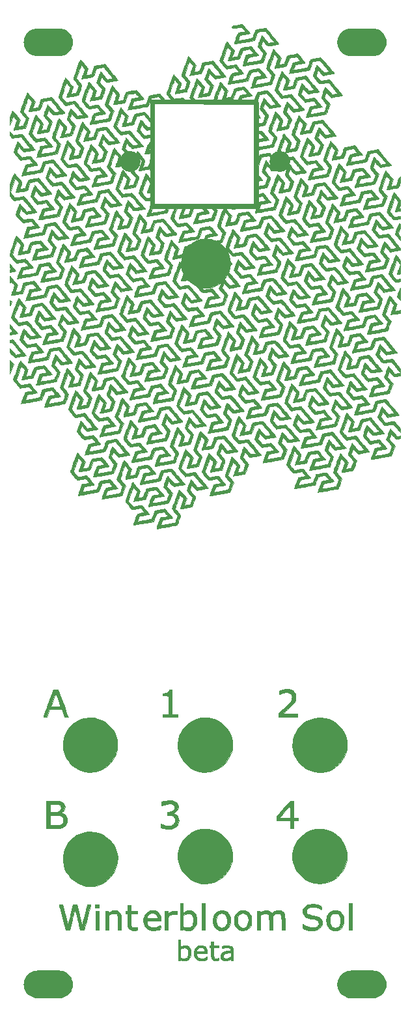
<source format=gbr>
G04 #@! TF.GenerationSoftware,KiCad,Pcbnew,(5.1.2)-2*
G04 #@! TF.CreationDate,2019-12-19T20:32:34-08:00*
G04 #@! TF.ProjectId,panel,70616e65-6c2e-46b6-9963-61645f706362,rev?*
G04 #@! TF.SameCoordinates,Original*
G04 #@! TF.FileFunction,Soldermask,Top*
G04 #@! TF.FilePolarity,Negative*
%FSLAX46Y46*%
G04 Gerber Fmt 4.6, Leading zero omitted, Abs format (unit mm)*
G04 Created by KiCad (PCBNEW (5.1.2)-2) date 2019-12-19 20:32:34*
%MOMM*%
%LPD*%
G04 APERTURE LIST*
%ADD10C,0.010000*%
%ADD11C,0.100000*%
%ADD12C,3.600000*%
%ADD13C,6.500000*%
%ADD14C,5.700000*%
%ADD15C,2.700000*%
G04 APERTURE END LIST*
D10*
G36*
X149573000Y-141247572D02*
G01*
X149710584Y-141163325D01*
X149959507Y-141049189D01*
X150202729Y-141010260D01*
X150429353Y-141045913D01*
X150628482Y-141155529D01*
X150697758Y-141219693D01*
X150822321Y-141399824D01*
X150896953Y-141627923D01*
X150924264Y-141913959D01*
X150921386Y-142073618D01*
X150888549Y-142354543D01*
X150814305Y-142576180D01*
X150690498Y-142757105D01*
X150573051Y-142866995D01*
X150470267Y-142939969D01*
X150367920Y-142981259D01*
X150232736Y-143001450D01*
X150131531Y-143007430D01*
X149900071Y-143002219D01*
X149728945Y-142965439D01*
X149710584Y-142957806D01*
X149621167Y-142927209D01*
X149574806Y-142930351D01*
X149573000Y-142936043D01*
X149535779Y-142962676D01*
X149444258Y-142975986D01*
X149424834Y-142976333D01*
X149276667Y-142976333D01*
X149276667Y-142296423D01*
X149578202Y-142296423D01*
X149578273Y-142451873D01*
X149584694Y-142552070D01*
X149599541Y-142611708D01*
X149624891Y-142645480D01*
X149662820Y-142668079D01*
X149667070Y-142670139D01*
X149790002Y-142704313D01*
X149954116Y-142718869D01*
X150127543Y-142714438D01*
X150278415Y-142691651D01*
X150368156Y-142656263D01*
X150483122Y-142528598D01*
X150562663Y-142345703D01*
X150605520Y-142129817D01*
X150610439Y-141903176D01*
X150576162Y-141688016D01*
X150501433Y-141506575D01*
X150437767Y-141424251D01*
X150305717Y-141347638D01*
X150130903Y-141323198D01*
X149937289Y-141350991D01*
X149763500Y-141422554D01*
X149594167Y-141518382D01*
X149582403Y-142071029D01*
X149578202Y-142296423D01*
X149276667Y-142296423D01*
X149276667Y-140309333D01*
X149573000Y-140309333D01*
X149573000Y-141247572D01*
X149573000Y-141247572D01*
G37*
X149573000Y-141247572D02*
X149710584Y-141163325D01*
X149959507Y-141049189D01*
X150202729Y-141010260D01*
X150429353Y-141045913D01*
X150628482Y-141155529D01*
X150697758Y-141219693D01*
X150822321Y-141399824D01*
X150896953Y-141627923D01*
X150924264Y-141913959D01*
X150921386Y-142073618D01*
X150888549Y-142354543D01*
X150814305Y-142576180D01*
X150690498Y-142757105D01*
X150573051Y-142866995D01*
X150470267Y-142939969D01*
X150367920Y-142981259D01*
X150232736Y-143001450D01*
X150131531Y-143007430D01*
X149900071Y-143002219D01*
X149728945Y-142965439D01*
X149710584Y-142957806D01*
X149621167Y-142927209D01*
X149574806Y-142930351D01*
X149573000Y-142936043D01*
X149535779Y-142962676D01*
X149444258Y-142975986D01*
X149424834Y-142976333D01*
X149276667Y-142976333D01*
X149276667Y-142296423D01*
X149578202Y-142296423D01*
X149578273Y-142451873D01*
X149584694Y-142552070D01*
X149599541Y-142611708D01*
X149624891Y-142645480D01*
X149662820Y-142668079D01*
X149667070Y-142670139D01*
X149790002Y-142704313D01*
X149954116Y-142718869D01*
X150127543Y-142714438D01*
X150278415Y-142691651D01*
X150368156Y-142656263D01*
X150483122Y-142528598D01*
X150562663Y-142345703D01*
X150605520Y-142129817D01*
X150610439Y-141903176D01*
X150576162Y-141688016D01*
X150501433Y-141506575D01*
X150437767Y-141424251D01*
X150305717Y-141347638D01*
X150130903Y-141323198D01*
X149937289Y-141350991D01*
X149763500Y-141422554D01*
X149594167Y-141518382D01*
X149582403Y-142071029D01*
X149578202Y-142296423D01*
X149276667Y-142296423D01*
X149276667Y-140309333D01*
X149573000Y-140309333D01*
X149573000Y-141247572D01*
G36*
X152433430Y-141025360D02*
G01*
X152675132Y-141102845D01*
X152853622Y-141234867D01*
X152971396Y-141424424D01*
X153030952Y-141674512D01*
X153037220Y-141750020D01*
X153053888Y-142045000D01*
X152350611Y-142045000D01*
X152091897Y-142045438D01*
X151905881Y-142047728D01*
X151780595Y-142053334D01*
X151704069Y-142063720D01*
X151664337Y-142080351D01*
X151649429Y-142104689D01*
X151647334Y-142131026D01*
X151678343Y-142283241D01*
X151759003Y-142448189D01*
X151870765Y-142588433D01*
X151876772Y-142594066D01*
X151958569Y-142654437D01*
X152058971Y-142690335D01*
X152205567Y-142710017D01*
X152281141Y-142715076D01*
X152462733Y-142718616D01*
X152603071Y-142699921D01*
X152744242Y-142651674D01*
X152808246Y-142623435D01*
X153044334Y-142515351D01*
X153044334Y-142684502D01*
X153036501Y-142797416D01*
X152997492Y-142861767D01*
X152904034Y-142912190D01*
X152886333Y-142919670D01*
X152714470Y-142968371D01*
X152498741Y-142997284D01*
X152271326Y-143005118D01*
X152064402Y-142990578D01*
X151924948Y-142958300D01*
X151678094Y-142828850D01*
X151496819Y-142647550D01*
X151378648Y-142411124D01*
X151326147Y-142165911D01*
X151326436Y-141868346D01*
X151351804Y-141768473D01*
X151647334Y-141768473D01*
X151687058Y-141776816D01*
X151795802Y-141783762D01*
X151957924Y-141788676D01*
X152157779Y-141790926D01*
X152202959Y-141791000D01*
X152758584Y-141791000D01*
X152732230Y-141653417D01*
X152682878Y-141533512D01*
X152595514Y-141416308D01*
X152578104Y-141399417D01*
X152418884Y-141306874D01*
X152233727Y-141278820D01*
X152044880Y-141310123D01*
X151874586Y-141395651D01*
X151745092Y-141530273D01*
X151708286Y-141600067D01*
X151668534Y-141700691D01*
X151648073Y-141763203D01*
X151647334Y-141768473D01*
X151351804Y-141768473D01*
X151394351Y-141600971D01*
X151521268Y-141372669D01*
X151698561Y-141192324D01*
X151917605Y-141068821D01*
X152169775Y-141011044D01*
X152433430Y-141025360D01*
X152433430Y-141025360D01*
G37*
X152433430Y-141025360D02*
X152675132Y-141102845D01*
X152853622Y-141234867D01*
X152971396Y-141424424D01*
X153030952Y-141674512D01*
X153037220Y-141750020D01*
X153053888Y-142045000D01*
X152350611Y-142045000D01*
X152091897Y-142045438D01*
X151905881Y-142047728D01*
X151780595Y-142053334D01*
X151704069Y-142063720D01*
X151664337Y-142080351D01*
X151649429Y-142104689D01*
X151647334Y-142131026D01*
X151678343Y-142283241D01*
X151759003Y-142448189D01*
X151870765Y-142588433D01*
X151876772Y-142594066D01*
X151958569Y-142654437D01*
X152058971Y-142690335D01*
X152205567Y-142710017D01*
X152281141Y-142715076D01*
X152462733Y-142718616D01*
X152603071Y-142699921D01*
X152744242Y-142651674D01*
X152808246Y-142623435D01*
X153044334Y-142515351D01*
X153044334Y-142684502D01*
X153036501Y-142797416D01*
X152997492Y-142861767D01*
X152904034Y-142912190D01*
X152886333Y-142919670D01*
X152714470Y-142968371D01*
X152498741Y-142997284D01*
X152271326Y-143005118D01*
X152064402Y-142990578D01*
X151924948Y-142958300D01*
X151678094Y-142828850D01*
X151496819Y-142647550D01*
X151378648Y-142411124D01*
X151326147Y-142165911D01*
X151326436Y-141868346D01*
X151351804Y-141768473D01*
X151647334Y-141768473D01*
X151687058Y-141776816D01*
X151795802Y-141783762D01*
X151957924Y-141788676D01*
X152157779Y-141790926D01*
X152202959Y-141791000D01*
X152758584Y-141791000D01*
X152732230Y-141653417D01*
X152682878Y-141533512D01*
X152595514Y-141416308D01*
X152578104Y-141399417D01*
X152418884Y-141306874D01*
X152233727Y-141278820D01*
X152044880Y-141310123D01*
X151874586Y-141395651D01*
X151745092Y-141530273D01*
X151708286Y-141600067D01*
X151668534Y-141700691D01*
X151648073Y-141763203D01*
X151647334Y-141768473D01*
X151351804Y-141768473D01*
X151394351Y-141600971D01*
X151521268Y-141372669D01*
X151698561Y-141192324D01*
X151917605Y-141068821D01*
X152169775Y-141011044D01*
X152433430Y-141025360D01*
G36*
X153891000Y-141071333D02*
G01*
X154568334Y-141071333D01*
X154568334Y-141325333D01*
X153884900Y-141325333D01*
X153898534Y-141963835D01*
X153905971Y-142237986D01*
X153918982Y-142438317D01*
X153943774Y-142575671D01*
X153986551Y-142660893D01*
X154053520Y-142704826D01*
X154150888Y-142718315D01*
X154284859Y-142712203D01*
X154324917Y-142708873D01*
X154568334Y-142688029D01*
X154568334Y-142826889D01*
X154557318Y-142925829D01*
X154507286Y-142973030D01*
X154436042Y-142992208D01*
X154186006Y-143016080D01*
X153957876Y-142988855D01*
X153861990Y-142956705D01*
X153763436Y-142902176D01*
X153689307Y-142827963D01*
X153635900Y-142721996D01*
X153599513Y-142572203D01*
X153576444Y-142366511D01*
X153562992Y-142092848D01*
X153559687Y-141970917D01*
X153544735Y-141325333D01*
X153442701Y-141325333D01*
X153369584Y-141310858D01*
X153342918Y-141250617D01*
X153340667Y-141198333D01*
X153352057Y-141107570D01*
X153400477Y-141074366D01*
X153446500Y-141071333D01*
X153503392Y-141066508D01*
X153535079Y-141039281D01*
X153548921Y-140970524D01*
X153552272Y-140841108D01*
X153552334Y-140796167D01*
X153552334Y-140521000D01*
X153891000Y-140521000D01*
X153891000Y-141071333D01*
X153891000Y-141071333D01*
G37*
X153891000Y-141071333D02*
X154568334Y-141071333D01*
X154568334Y-141325333D01*
X153884900Y-141325333D01*
X153898534Y-141963835D01*
X153905971Y-142237986D01*
X153918982Y-142438317D01*
X153943774Y-142575671D01*
X153986551Y-142660893D01*
X154053520Y-142704826D01*
X154150888Y-142718315D01*
X154284859Y-142712203D01*
X154324917Y-142708873D01*
X154568334Y-142688029D01*
X154568334Y-142826889D01*
X154557318Y-142925829D01*
X154507286Y-142973030D01*
X154436042Y-142992208D01*
X154186006Y-143016080D01*
X153957876Y-142988855D01*
X153861990Y-142956705D01*
X153763436Y-142902176D01*
X153689307Y-142827963D01*
X153635900Y-142721996D01*
X153599513Y-142572203D01*
X153576444Y-142366511D01*
X153562992Y-142092848D01*
X153559687Y-141970917D01*
X153544735Y-141325333D01*
X153442701Y-141325333D01*
X153369584Y-141310858D01*
X153342918Y-141250617D01*
X153340667Y-141198333D01*
X153352057Y-141107570D01*
X153400477Y-141074366D01*
X153446500Y-141071333D01*
X153503392Y-141066508D01*
X153535079Y-141039281D01*
X153548921Y-140970524D01*
X153552272Y-140841108D01*
X153552334Y-140796167D01*
X153552334Y-140521000D01*
X153891000Y-140521000D01*
X153891000Y-141071333D01*
G36*
X155864128Y-141048430D02*
G01*
X156053648Y-141086622D01*
X156121276Y-141111270D01*
X156221819Y-141162716D01*
X156298018Y-141221601D01*
X156353209Y-141299779D01*
X156390726Y-141409103D01*
X156413904Y-141561428D01*
X156426077Y-141768606D01*
X156430582Y-142042493D01*
X156431000Y-142212231D01*
X156431000Y-142976333D01*
X156282834Y-142976333D01*
X156180714Y-142966862D01*
X156139510Y-142929889D01*
X156134667Y-142891667D01*
X156132216Y-142836095D01*
X156113401Y-142814754D01*
X156061028Y-142829181D01*
X155957905Y-142880912D01*
X155897768Y-142912833D01*
X155680870Y-142993328D01*
X155449936Y-143021035D01*
X155233002Y-142995161D01*
X155088972Y-142935714D01*
X154934103Y-142798598D01*
X154848301Y-142616210D01*
X154829736Y-142384412D01*
X154829831Y-142383044D01*
X155161000Y-142383044D01*
X155184497Y-142550240D01*
X155259699Y-142657318D01*
X155393670Y-142709853D01*
X155580962Y-142714381D01*
X155809475Y-142673265D01*
X155978383Y-142600350D01*
X156062595Y-142544480D01*
X156109348Y-142491220D01*
X156129663Y-142414419D01*
X156134557Y-142287926D01*
X156134667Y-142229453D01*
X156134667Y-141955145D01*
X155933584Y-141981149D01*
X155716622Y-142010213D01*
X155565050Y-142034165D01*
X155460126Y-142057419D01*
X155383110Y-142084391D01*
X155315263Y-142119494D01*
X155295036Y-142131577D01*
X155205233Y-142199930D01*
X155167547Y-142281582D01*
X155161000Y-142383044D01*
X154829831Y-142383044D01*
X154831809Y-142354639D01*
X154870949Y-142165248D01*
X154958316Y-142015241D01*
X155101230Y-141900009D01*
X155307011Y-141814946D01*
X155582977Y-141755446D01*
X155831175Y-141725669D01*
X155989825Y-141709889D01*
X156080474Y-141693679D01*
X156119437Y-141668941D01*
X156123031Y-141627576D01*
X156113521Y-141585513D01*
X156066203Y-141460739D01*
X155986022Y-141382462D01*
X155848555Y-141328249D01*
X155826910Y-141322257D01*
X155635778Y-141301566D01*
X155390271Y-141323465D01*
X155108183Y-141386271D01*
X155086917Y-141392333D01*
X155025939Y-141401970D01*
X154998650Y-141370187D01*
X154991765Y-141277291D01*
X154991667Y-141251143D01*
X154997241Y-141141759D01*
X155029415Y-141088507D01*
X155111366Y-141062922D01*
X155150417Y-141056171D01*
X155385127Y-141031651D01*
X155632159Y-141029588D01*
X155864128Y-141048430D01*
X155864128Y-141048430D01*
G37*
X155864128Y-141048430D02*
X156053648Y-141086622D01*
X156121276Y-141111270D01*
X156221819Y-141162716D01*
X156298018Y-141221601D01*
X156353209Y-141299779D01*
X156390726Y-141409103D01*
X156413904Y-141561428D01*
X156426077Y-141768606D01*
X156430582Y-142042493D01*
X156431000Y-142212231D01*
X156431000Y-142976333D01*
X156282834Y-142976333D01*
X156180714Y-142966862D01*
X156139510Y-142929889D01*
X156134667Y-142891667D01*
X156132216Y-142836095D01*
X156113401Y-142814754D01*
X156061028Y-142829181D01*
X155957905Y-142880912D01*
X155897768Y-142912833D01*
X155680870Y-142993328D01*
X155449936Y-143021035D01*
X155233002Y-142995161D01*
X155088972Y-142935714D01*
X154934103Y-142798598D01*
X154848301Y-142616210D01*
X154829736Y-142384412D01*
X154829831Y-142383044D01*
X155161000Y-142383044D01*
X155184497Y-142550240D01*
X155259699Y-142657318D01*
X155393670Y-142709853D01*
X155580962Y-142714381D01*
X155809475Y-142673265D01*
X155978383Y-142600350D01*
X156062595Y-142544480D01*
X156109348Y-142491220D01*
X156129663Y-142414419D01*
X156134557Y-142287926D01*
X156134667Y-142229453D01*
X156134667Y-141955145D01*
X155933584Y-141981149D01*
X155716622Y-142010213D01*
X155565050Y-142034165D01*
X155460126Y-142057419D01*
X155383110Y-142084391D01*
X155315263Y-142119494D01*
X155295036Y-142131577D01*
X155205233Y-142199930D01*
X155167547Y-142281582D01*
X155161000Y-142383044D01*
X154829831Y-142383044D01*
X154831809Y-142354639D01*
X154870949Y-142165248D01*
X154958316Y-142015241D01*
X155101230Y-141900009D01*
X155307011Y-141814946D01*
X155582977Y-141755446D01*
X155831175Y-141725669D01*
X155989825Y-141709889D01*
X156080474Y-141693679D01*
X156119437Y-141668941D01*
X156123031Y-141627576D01*
X156113521Y-141585513D01*
X156066203Y-141460739D01*
X155986022Y-141382462D01*
X155848555Y-141328249D01*
X155826910Y-141322257D01*
X155635778Y-141301566D01*
X155390271Y-141323465D01*
X155108183Y-141386271D01*
X155086917Y-141392333D01*
X155025939Y-141401970D01*
X154998650Y-141370187D01*
X154991765Y-141277291D01*
X154991667Y-141251143D01*
X154997241Y-141141759D01*
X155029415Y-141088507D01*
X155111366Y-141062922D01*
X155150417Y-141056171D01*
X155385127Y-141031651D01*
X155632159Y-141029588D01*
X155864128Y-141048430D01*
G36*
X143138334Y-136541667D02*
G01*
X143985000Y-136541667D01*
X143985000Y-136880333D01*
X143138334Y-136880333D01*
X143138334Y-137686591D01*
X143138620Y-137966545D01*
X143140445Y-138174496D01*
X143145253Y-138323108D01*
X143154491Y-138425045D01*
X143169603Y-138492970D01*
X143192036Y-138539548D01*
X143223236Y-138577442D01*
X143242243Y-138596757D01*
X143331878Y-138664866D01*
X143442891Y-138695374D01*
X143556987Y-138700667D01*
X143705769Y-138692310D01*
X143836426Y-138671210D01*
X143876411Y-138659381D01*
X143943481Y-138638612D01*
X143975011Y-138656205D01*
X143984408Y-138730146D01*
X143985000Y-138805049D01*
X143975883Y-138924591D01*
X143952938Y-139005004D01*
X143941254Y-139019039D01*
X143861658Y-139041397D01*
X143724983Y-139056273D01*
X143558529Y-139063168D01*
X143389594Y-139061580D01*
X143245479Y-139051010D01*
X143159500Y-139033380D01*
X143030701Y-138967877D01*
X142931794Y-138896362D01*
X142861775Y-138825960D01*
X142808484Y-138747833D01*
X142769698Y-138649786D01*
X142743193Y-138519626D01*
X142726747Y-138345158D01*
X142718136Y-138114187D01*
X142715138Y-137814520D01*
X142715000Y-137707193D01*
X142715000Y-136880333D01*
X142566834Y-136880333D01*
X142471442Y-136875050D01*
X142429435Y-136842801D01*
X142418941Y-136758991D01*
X142418667Y-136713682D01*
X142424333Y-136605499D01*
X142454885Y-136555274D01*
X142530653Y-136536424D01*
X142556250Y-136533765D01*
X142693834Y-136520500D01*
X142718424Y-135822000D01*
X143138334Y-135822000D01*
X143138334Y-136541667D01*
X143138334Y-136541667D01*
G37*
X143138334Y-136541667D02*
X143985000Y-136541667D01*
X143985000Y-136880333D01*
X143138334Y-136880333D01*
X143138334Y-137686591D01*
X143138620Y-137966545D01*
X143140445Y-138174496D01*
X143145253Y-138323108D01*
X143154491Y-138425045D01*
X143169603Y-138492970D01*
X143192036Y-138539548D01*
X143223236Y-138577442D01*
X143242243Y-138596757D01*
X143331878Y-138664866D01*
X143442891Y-138695374D01*
X143556987Y-138700667D01*
X143705769Y-138692310D01*
X143836426Y-138671210D01*
X143876411Y-138659381D01*
X143943481Y-138638612D01*
X143975011Y-138656205D01*
X143984408Y-138730146D01*
X143985000Y-138805049D01*
X143975883Y-138924591D01*
X143952938Y-139005004D01*
X143941254Y-139019039D01*
X143861658Y-139041397D01*
X143724983Y-139056273D01*
X143558529Y-139063168D01*
X143389594Y-139061580D01*
X143245479Y-139051010D01*
X143159500Y-139033380D01*
X143030701Y-138967877D01*
X142931794Y-138896362D01*
X142861775Y-138825960D01*
X142808484Y-138747833D01*
X142769698Y-138649786D01*
X142743193Y-138519626D01*
X142726747Y-138345158D01*
X142718136Y-138114187D01*
X142715138Y-137814520D01*
X142715000Y-137707193D01*
X142715000Y-136880333D01*
X142566834Y-136880333D01*
X142471442Y-136875050D01*
X142429435Y-136842801D01*
X142418941Y-136758991D01*
X142418667Y-136713682D01*
X142424333Y-136605499D01*
X142454885Y-136555274D01*
X142530653Y-136536424D01*
X142556250Y-136533765D01*
X142693834Y-136520500D01*
X142718424Y-135822000D01*
X143138334Y-135822000D01*
X143138334Y-136541667D01*
G36*
X146173881Y-136483580D02*
G01*
X146317047Y-136500610D01*
X146432419Y-136535432D01*
X146514984Y-136574771D01*
X146725341Y-136733612D01*
X146884174Y-136954562D01*
X146987577Y-137229725D01*
X147031648Y-137551205D01*
X147033000Y-137622425D01*
X147033000Y-137810015D01*
X145191500Y-137832833D01*
X145204487Y-137959833D01*
X145256202Y-138203736D01*
X145360946Y-138395984D01*
X145435714Y-138478872D01*
X145574061Y-138591746D01*
X145720454Y-138660194D01*
X145901254Y-138693061D01*
X146093839Y-138699662D01*
X146223799Y-138695751D01*
X146340023Y-138681297D01*
X146462317Y-138650687D01*
X146610485Y-138598312D01*
X146804333Y-138518558D01*
X146940152Y-138459877D01*
X146972159Y-138465281D01*
X146985352Y-138527370D01*
X146982560Y-138659572D01*
X146982485Y-138660875D01*
X146969500Y-138885984D01*
X146736667Y-138968916D01*
X146536718Y-139021016D01*
X146297629Y-139054741D01*
X146048405Y-139068646D01*
X145818052Y-139061282D01*
X145635576Y-139031203D01*
X145614834Y-139024877D01*
X145340095Y-138910884D01*
X145131591Y-138766473D01*
X144972384Y-138577070D01*
X144869044Y-138383167D01*
X144802187Y-138159935D01*
X144771081Y-137892730D01*
X144775751Y-137613939D01*
X144805161Y-137426481D01*
X145212667Y-137426481D01*
X145215748Y-137459139D01*
X145232973Y-137482623D01*
X145276318Y-137498445D01*
X145357757Y-137508115D01*
X145489264Y-137513146D01*
X145682814Y-137515048D01*
X145916741Y-137515333D01*
X146620815Y-137515333D01*
X146597886Y-137344387D01*
X146535846Y-137120604D01*
X146417223Y-136959072D01*
X146240532Y-136858575D01*
X146004284Y-136817899D01*
X145952270Y-136816833D01*
X145779838Y-136825601D01*
X145651268Y-136858840D01*
X145526934Y-136926949D01*
X145523108Y-136929472D01*
X145377092Y-137059873D01*
X145268502Y-137221840D01*
X145215242Y-137386711D01*
X145212667Y-137426481D01*
X144805161Y-137426481D01*
X144816227Y-137355951D01*
X144868044Y-137200164D01*
X144990595Y-136965362D01*
X145129032Y-136791267D01*
X145304144Y-136654062D01*
X145387493Y-136605064D01*
X145513281Y-136541519D01*
X145624873Y-136503809D01*
X145753003Y-136485354D01*
X145928407Y-136479574D01*
X145974667Y-136479354D01*
X146173881Y-136483580D01*
X146173881Y-136483580D01*
G37*
X146173881Y-136483580D02*
X146317047Y-136500610D01*
X146432419Y-136535432D01*
X146514984Y-136574771D01*
X146725341Y-136733612D01*
X146884174Y-136954562D01*
X146987577Y-137229725D01*
X147031648Y-137551205D01*
X147033000Y-137622425D01*
X147033000Y-137810015D01*
X145191500Y-137832833D01*
X145204487Y-137959833D01*
X145256202Y-138203736D01*
X145360946Y-138395984D01*
X145435714Y-138478872D01*
X145574061Y-138591746D01*
X145720454Y-138660194D01*
X145901254Y-138693061D01*
X146093839Y-138699662D01*
X146223799Y-138695751D01*
X146340023Y-138681297D01*
X146462317Y-138650687D01*
X146610485Y-138598312D01*
X146804333Y-138518558D01*
X146940152Y-138459877D01*
X146972159Y-138465281D01*
X146985352Y-138527370D01*
X146982560Y-138659572D01*
X146982485Y-138660875D01*
X146969500Y-138885984D01*
X146736667Y-138968916D01*
X146536718Y-139021016D01*
X146297629Y-139054741D01*
X146048405Y-139068646D01*
X145818052Y-139061282D01*
X145635576Y-139031203D01*
X145614834Y-139024877D01*
X145340095Y-138910884D01*
X145131591Y-138766473D01*
X144972384Y-138577070D01*
X144869044Y-138383167D01*
X144802187Y-138159935D01*
X144771081Y-137892730D01*
X144775751Y-137613939D01*
X144805161Y-137426481D01*
X145212667Y-137426481D01*
X145215748Y-137459139D01*
X145232973Y-137482623D01*
X145276318Y-137498445D01*
X145357757Y-137508115D01*
X145489264Y-137513146D01*
X145682814Y-137515048D01*
X145916741Y-137515333D01*
X146620815Y-137515333D01*
X146597886Y-137344387D01*
X146535846Y-137120604D01*
X146417223Y-136959072D01*
X146240532Y-136858575D01*
X146004284Y-136817899D01*
X145952270Y-136816833D01*
X145779838Y-136825601D01*
X145651268Y-136858840D01*
X145526934Y-136926949D01*
X145523108Y-136929472D01*
X145377092Y-137059873D01*
X145268502Y-137221840D01*
X145215242Y-137386711D01*
X145212667Y-137426481D01*
X144805161Y-137426481D01*
X144816227Y-137355951D01*
X144868044Y-137200164D01*
X144990595Y-136965362D01*
X145129032Y-136791267D01*
X145304144Y-136654062D01*
X145387493Y-136605064D01*
X145513281Y-136541519D01*
X145624873Y-136503809D01*
X145753003Y-136485354D01*
X145928407Y-136479574D01*
X145974667Y-136479354D01*
X146173881Y-136483580D01*
G36*
X149911667Y-136139500D02*
G01*
X149913083Y-136356529D01*
X149916978Y-136539860D01*
X149922823Y-136674610D01*
X149930090Y-136745897D01*
X149933475Y-136753333D01*
X149978996Y-136734101D01*
X150075558Y-136684061D01*
X150182885Y-136624882D01*
X150463384Y-136506761D01*
X150737646Y-136466251D01*
X150995480Y-136499691D01*
X151226695Y-136603422D01*
X151421098Y-136773782D01*
X151568499Y-137007113D01*
X151619727Y-137140922D01*
X151671268Y-137385479D01*
X151692572Y-137671550D01*
X151683548Y-137963242D01*
X151644105Y-138224659D01*
X151622674Y-138303708D01*
X151521621Y-138524779D01*
X151370191Y-138734234D01*
X151189951Y-138906433D01*
X151035139Y-139002145D01*
X150834507Y-139059441D01*
X150592214Y-139078264D01*
X150341962Y-139058724D01*
X150117452Y-139000932D01*
X150112750Y-138999111D01*
X149992149Y-138956182D01*
X149930878Y-138948213D01*
X149911915Y-138973581D01*
X149911667Y-138979924D01*
X149881345Y-139020110D01*
X149783271Y-139037806D01*
X149721167Y-139039333D01*
X149530667Y-139039333D01*
X149530667Y-137122665D01*
X149932834Y-137122665D01*
X149932834Y-138587279D01*
X150081000Y-138640752D01*
X150203684Y-138669822D01*
X150370286Y-138690524D01*
X150508656Y-138697446D01*
X150684565Y-138692371D01*
X150808767Y-138667579D01*
X150913263Y-138616065D01*
X150929701Y-138605273D01*
X151061072Y-138500038D01*
X151151764Y-138380195D01*
X151208316Y-138228416D01*
X151237268Y-138027372D01*
X151245167Y-137769333D01*
X151232074Y-137463661D01*
X151189191Y-137231350D01*
X151111108Y-137064680D01*
X150992415Y-136955934D01*
X150827705Y-136897391D01*
X150622852Y-136881248D01*
X150416074Y-136904536D01*
X150209804Y-136980392D01*
X150165667Y-137002414D01*
X149932834Y-137122665D01*
X149530667Y-137122665D01*
X149530667Y-135525667D01*
X149911667Y-135525667D01*
X149911667Y-136139500D01*
X149911667Y-136139500D01*
G37*
X149911667Y-136139500D02*
X149913083Y-136356529D01*
X149916978Y-136539860D01*
X149922823Y-136674610D01*
X149930090Y-136745897D01*
X149933475Y-136753333D01*
X149978996Y-136734101D01*
X150075558Y-136684061D01*
X150182885Y-136624882D01*
X150463384Y-136506761D01*
X150737646Y-136466251D01*
X150995480Y-136499691D01*
X151226695Y-136603422D01*
X151421098Y-136773782D01*
X151568499Y-137007113D01*
X151619727Y-137140922D01*
X151671268Y-137385479D01*
X151692572Y-137671550D01*
X151683548Y-137963242D01*
X151644105Y-138224659D01*
X151622674Y-138303708D01*
X151521621Y-138524779D01*
X151370191Y-138734234D01*
X151189951Y-138906433D01*
X151035139Y-139002145D01*
X150834507Y-139059441D01*
X150592214Y-139078264D01*
X150341962Y-139058724D01*
X150117452Y-139000932D01*
X150112750Y-138999111D01*
X149992149Y-138956182D01*
X149930878Y-138948213D01*
X149911915Y-138973581D01*
X149911667Y-138979924D01*
X149881345Y-139020110D01*
X149783271Y-139037806D01*
X149721167Y-139039333D01*
X149530667Y-139039333D01*
X149530667Y-137122665D01*
X149932834Y-137122665D01*
X149932834Y-138587279D01*
X150081000Y-138640752D01*
X150203684Y-138669822D01*
X150370286Y-138690524D01*
X150508656Y-138697446D01*
X150684565Y-138692371D01*
X150808767Y-138667579D01*
X150913263Y-138616065D01*
X150929701Y-138605273D01*
X151061072Y-138500038D01*
X151151764Y-138380195D01*
X151208316Y-138228416D01*
X151237268Y-138027372D01*
X151245167Y-137769333D01*
X151232074Y-137463661D01*
X151189191Y-137231350D01*
X151111108Y-137064680D01*
X150992415Y-136955934D01*
X150827705Y-136897391D01*
X150622852Y-136881248D01*
X150416074Y-136904536D01*
X150209804Y-136980392D01*
X150165667Y-137002414D01*
X149932834Y-137122665D01*
X149530667Y-137122665D01*
X149530667Y-135525667D01*
X149911667Y-135525667D01*
X149911667Y-136139500D01*
G36*
X155069041Y-136470617D02*
G01*
X155369890Y-136539428D01*
X155623293Y-136676086D01*
X155825740Y-136876064D01*
X155973722Y-137134833D01*
X156063727Y-137447867D01*
X156092334Y-137790500D01*
X156073503Y-138099651D01*
X156011979Y-138352648D01*
X155900212Y-138570366D01*
X155740333Y-138763828D01*
X155542788Y-138937520D01*
X155368005Y-139030134D01*
X155351500Y-139035020D01*
X155139370Y-139071721D01*
X154902831Y-139079609D01*
X154674949Y-139059894D01*
X154488789Y-139013785D01*
X154461561Y-139002458D01*
X154235696Y-138858227D01*
X154040927Y-138653766D01*
X153915898Y-138447142D01*
X153874290Y-138341503D01*
X153847752Y-138226345D01*
X153833273Y-138079278D01*
X153827837Y-137877914D01*
X153827514Y-137790500D01*
X153829256Y-137640984D01*
X154239589Y-137640984D01*
X154244324Y-137952334D01*
X154301646Y-138222065D01*
X154405426Y-138443361D01*
X154549535Y-138609403D01*
X154727842Y-138713374D01*
X154934218Y-138748458D01*
X155162532Y-138707835D01*
X155189994Y-138697973D01*
X155382630Y-138581693D01*
X155527472Y-138399953D01*
X155621669Y-138159047D01*
X155662371Y-137865270D01*
X155659607Y-137661131D01*
X155614154Y-137360349D01*
X155520310Y-137128639D01*
X155377219Y-136965010D01*
X155184028Y-136868473D01*
X154949334Y-136838000D01*
X154706097Y-136871552D01*
X154513556Y-136972441D01*
X154371404Y-137141015D01*
X154279331Y-137377623D01*
X154239589Y-137640984D01*
X153829256Y-137640984D01*
X153830084Y-137570006D01*
X153840125Y-137410106D01*
X153861158Y-137286821D01*
X153896703Y-137176170D01*
X153928769Y-137100742D01*
X154084504Y-136853821D01*
X154297551Y-136661392D01*
X154555064Y-136530554D01*
X154844195Y-136468407D01*
X155069041Y-136470617D01*
X155069041Y-136470617D01*
G37*
X155069041Y-136470617D02*
X155369890Y-136539428D01*
X155623293Y-136676086D01*
X155825740Y-136876064D01*
X155973722Y-137134833D01*
X156063727Y-137447867D01*
X156092334Y-137790500D01*
X156073503Y-138099651D01*
X156011979Y-138352648D01*
X155900212Y-138570366D01*
X155740333Y-138763828D01*
X155542788Y-138937520D01*
X155368005Y-139030134D01*
X155351500Y-139035020D01*
X155139370Y-139071721D01*
X154902831Y-139079609D01*
X154674949Y-139059894D01*
X154488789Y-139013785D01*
X154461561Y-139002458D01*
X154235696Y-138858227D01*
X154040927Y-138653766D01*
X153915898Y-138447142D01*
X153874290Y-138341503D01*
X153847752Y-138226345D01*
X153833273Y-138079278D01*
X153827837Y-137877914D01*
X153827514Y-137790500D01*
X153829256Y-137640984D01*
X154239589Y-137640984D01*
X154244324Y-137952334D01*
X154301646Y-138222065D01*
X154405426Y-138443361D01*
X154549535Y-138609403D01*
X154727842Y-138713374D01*
X154934218Y-138748458D01*
X155162532Y-138707835D01*
X155189994Y-138697973D01*
X155382630Y-138581693D01*
X155527472Y-138399953D01*
X155621669Y-138159047D01*
X155662371Y-137865270D01*
X155659607Y-137661131D01*
X155614154Y-137360349D01*
X155520310Y-137128639D01*
X155377219Y-136965010D01*
X155184028Y-136868473D01*
X154949334Y-136838000D01*
X154706097Y-136871552D01*
X154513556Y-136972441D01*
X154371404Y-137141015D01*
X154279331Y-137377623D01*
X154239589Y-137640984D01*
X153829256Y-137640984D01*
X153830084Y-137570006D01*
X153840125Y-137410106D01*
X153861158Y-137286821D01*
X153896703Y-137176170D01*
X153928769Y-137100742D01*
X154084504Y-136853821D01*
X154297551Y-136661392D01*
X154555064Y-136530554D01*
X154844195Y-136468407D01*
X155069041Y-136470617D01*
G36*
X157891585Y-136477977D02*
G01*
X158177139Y-136562033D01*
X158426945Y-136716982D01*
X158629998Y-136937023D01*
X158707874Y-137064533D01*
X158758263Y-137166816D01*
X158791359Y-137259925D01*
X158810749Y-137365841D01*
X158820018Y-137506550D01*
X158822751Y-137704036D01*
X158822834Y-137769333D01*
X158820186Y-137998206D01*
X158810376Y-138164001D01*
X158790602Y-138288194D01*
X158758063Y-138392262D01*
X158734435Y-138447142D01*
X158585616Y-138684224D01*
X158385227Y-138881912D01*
X158188773Y-139002458D01*
X158016247Y-139052319D01*
X157796559Y-139076368D01*
X157563379Y-139073993D01*
X157350375Y-139044580D01*
X157261389Y-139019339D01*
X157076513Y-138918285D01*
X156895874Y-138758388D01*
X156743433Y-138563146D01*
X156680562Y-138449784D01*
X156612686Y-138242668D01*
X156572658Y-137986186D01*
X156570261Y-137923170D01*
X156993752Y-137923170D01*
X157045297Y-138194365D01*
X157143923Y-138419196D01*
X157283327Y-138590719D01*
X157457208Y-138701987D01*
X157659263Y-138746055D01*
X157883192Y-138715978D01*
X157968920Y-138685256D01*
X158162631Y-138560554D01*
X158302210Y-138372044D01*
X158386762Y-138121751D01*
X158415392Y-137811701D01*
X158411645Y-137682453D01*
X158369547Y-137377085D01*
X158281341Y-137141851D01*
X158145469Y-136974888D01*
X157960370Y-136874330D01*
X157724482Y-136838310D01*
X157705323Y-136838158D01*
X157462561Y-136871205D01*
X157270618Y-136970651D01*
X157128579Y-137137495D01*
X157035531Y-137372734D01*
X156995590Y-137612557D01*
X156993752Y-137923170D01*
X156570261Y-137923170D01*
X156562206Y-137711507D01*
X156583058Y-137449802D01*
X156616464Y-137293560D01*
X156740612Y-137002011D01*
X156923638Y-136767769D01*
X157159060Y-136596362D01*
X157440395Y-136493319D01*
X157581292Y-136470617D01*
X157891585Y-136477977D01*
X157891585Y-136477977D01*
G37*
X157891585Y-136477977D02*
X158177139Y-136562033D01*
X158426945Y-136716982D01*
X158629998Y-136937023D01*
X158707874Y-137064533D01*
X158758263Y-137166816D01*
X158791359Y-137259925D01*
X158810749Y-137365841D01*
X158820018Y-137506550D01*
X158822751Y-137704036D01*
X158822834Y-137769333D01*
X158820186Y-137998206D01*
X158810376Y-138164001D01*
X158790602Y-138288194D01*
X158758063Y-138392262D01*
X158734435Y-138447142D01*
X158585616Y-138684224D01*
X158385227Y-138881912D01*
X158188773Y-139002458D01*
X158016247Y-139052319D01*
X157796559Y-139076368D01*
X157563379Y-139073993D01*
X157350375Y-139044580D01*
X157261389Y-139019339D01*
X157076513Y-138918285D01*
X156895874Y-138758388D01*
X156743433Y-138563146D01*
X156680562Y-138449784D01*
X156612686Y-138242668D01*
X156572658Y-137986186D01*
X156570261Y-137923170D01*
X156993752Y-137923170D01*
X157045297Y-138194365D01*
X157143923Y-138419196D01*
X157283327Y-138590719D01*
X157457208Y-138701987D01*
X157659263Y-138746055D01*
X157883192Y-138715978D01*
X157968920Y-138685256D01*
X158162631Y-138560554D01*
X158302210Y-138372044D01*
X158386762Y-138121751D01*
X158415392Y-137811701D01*
X158411645Y-137682453D01*
X158369547Y-137377085D01*
X158281341Y-137141851D01*
X158145469Y-136974888D01*
X157960370Y-136874330D01*
X157724482Y-136838310D01*
X157705323Y-136838158D01*
X157462561Y-136871205D01*
X157270618Y-136970651D01*
X157128579Y-137137495D01*
X157035531Y-137372734D01*
X156995590Y-137612557D01*
X156993752Y-137923170D01*
X156570261Y-137923170D01*
X156562206Y-137711507D01*
X156583058Y-137449802D01*
X156616464Y-137293560D01*
X156740612Y-137002011D01*
X156923638Y-136767769D01*
X157159060Y-136596362D01*
X157440395Y-136493319D01*
X157581292Y-136470617D01*
X157891585Y-136477977D01*
G36*
X166979629Y-135665133D02*
G01*
X167259347Y-135690657D01*
X167511519Y-135734477D01*
X167628167Y-135765838D01*
X167882167Y-135846314D01*
X167894770Y-136109324D01*
X167898071Y-136245840D01*
X167894177Y-136340920D01*
X167885210Y-136372333D01*
X167838218Y-136352175D01*
X167749546Y-136302206D01*
X167724440Y-136286962D01*
X167481456Y-136169601D01*
X167203208Y-136087411D01*
X166912663Y-136042975D01*
X166632789Y-136038879D01*
X166386553Y-136077708D01*
X166264544Y-136122669D01*
X166090375Y-136245161D01*
X165986780Y-136403081D01*
X165958314Y-136584079D01*
X166009533Y-136775804D01*
X166017635Y-136792060D01*
X166076199Y-136874596D01*
X166165642Y-136942911D01*
X166298293Y-137002088D01*
X166486484Y-137057210D01*
X166742545Y-137113361D01*
X166845000Y-137133164D01*
X167210233Y-137213640D01*
X167498160Y-137305470D01*
X167715948Y-137414293D01*
X167870765Y-137545748D01*
X167969777Y-137705472D01*
X168020152Y-137899105D01*
X168030334Y-138065667D01*
X167993008Y-138345589D01*
X167881098Y-138585478D01*
X167694707Y-138785181D01*
X167446296Y-138938706D01*
X167219520Y-139015370D01*
X166938184Y-139062052D01*
X166627291Y-139077723D01*
X166311843Y-139061356D01*
X166016843Y-139011921D01*
X165968086Y-138999497D01*
X165764617Y-138942888D01*
X165629093Y-138895228D01*
X165547708Y-138843436D01*
X165506657Y-138774431D01*
X165492134Y-138675135D01*
X165490334Y-138546853D01*
X165490334Y-138269019D01*
X165627917Y-138360642D01*
X165915010Y-138519184D01*
X166218106Y-138628888D01*
X166522865Y-138688898D01*
X166814948Y-138698361D01*
X167080014Y-138656423D01*
X167303724Y-138562229D01*
X167425097Y-138467703D01*
X167517088Y-138359401D01*
X167557226Y-138253314D01*
X167564667Y-138139109D01*
X167553793Y-138000924D01*
X167514910Y-137889585D01*
X167438629Y-137799386D01*
X167315558Y-137724621D01*
X167136306Y-137659583D01*
X166891484Y-137598566D01*
X166572028Y-137535924D01*
X166259357Y-137467744D01*
X166017950Y-137386111D01*
X165834594Y-137283212D01*
X165696074Y-137151235D01*
X165589175Y-136982366D01*
X165570592Y-136943833D01*
X165502907Y-136704951D01*
X165511991Y-136464391D01*
X165591105Y-136234437D01*
X165733509Y-136027368D01*
X165932464Y-135855466D01*
X166181231Y-135731012D01*
X166247946Y-135709467D01*
X166446654Y-135673424D01*
X166699640Y-135659017D01*
X166979629Y-135665133D01*
X166979629Y-135665133D01*
G37*
X166979629Y-135665133D02*
X167259347Y-135690657D01*
X167511519Y-135734477D01*
X167628167Y-135765838D01*
X167882167Y-135846314D01*
X167894770Y-136109324D01*
X167898071Y-136245840D01*
X167894177Y-136340920D01*
X167885210Y-136372333D01*
X167838218Y-136352175D01*
X167749546Y-136302206D01*
X167724440Y-136286962D01*
X167481456Y-136169601D01*
X167203208Y-136087411D01*
X166912663Y-136042975D01*
X166632789Y-136038879D01*
X166386553Y-136077708D01*
X166264544Y-136122669D01*
X166090375Y-136245161D01*
X165986780Y-136403081D01*
X165958314Y-136584079D01*
X166009533Y-136775804D01*
X166017635Y-136792060D01*
X166076199Y-136874596D01*
X166165642Y-136942911D01*
X166298293Y-137002088D01*
X166486484Y-137057210D01*
X166742545Y-137113361D01*
X166845000Y-137133164D01*
X167210233Y-137213640D01*
X167498160Y-137305470D01*
X167715948Y-137414293D01*
X167870765Y-137545748D01*
X167969777Y-137705472D01*
X168020152Y-137899105D01*
X168030334Y-138065667D01*
X167993008Y-138345589D01*
X167881098Y-138585478D01*
X167694707Y-138785181D01*
X167446296Y-138938706D01*
X167219520Y-139015370D01*
X166938184Y-139062052D01*
X166627291Y-139077723D01*
X166311843Y-139061356D01*
X166016843Y-139011921D01*
X165968086Y-138999497D01*
X165764617Y-138942888D01*
X165629093Y-138895228D01*
X165547708Y-138843436D01*
X165506657Y-138774431D01*
X165492134Y-138675135D01*
X165490334Y-138546853D01*
X165490334Y-138269019D01*
X165627917Y-138360642D01*
X165915010Y-138519184D01*
X166218106Y-138628888D01*
X166522865Y-138688898D01*
X166814948Y-138698361D01*
X167080014Y-138656423D01*
X167303724Y-138562229D01*
X167425097Y-138467703D01*
X167517088Y-138359401D01*
X167557226Y-138253314D01*
X167564667Y-138139109D01*
X167553793Y-138000924D01*
X167514910Y-137889585D01*
X167438629Y-137799386D01*
X167315558Y-137724621D01*
X167136306Y-137659583D01*
X166891484Y-137598566D01*
X166572028Y-137535924D01*
X166259357Y-137467744D01*
X166017950Y-137386111D01*
X165834594Y-137283212D01*
X165696074Y-137151235D01*
X165589175Y-136982366D01*
X165570592Y-136943833D01*
X165502907Y-136704951D01*
X165511991Y-136464391D01*
X165591105Y-136234437D01*
X165733509Y-136027368D01*
X165932464Y-135855466D01*
X166181231Y-135731012D01*
X166247946Y-135709467D01*
X166446654Y-135673424D01*
X166699640Y-135659017D01*
X166979629Y-135665133D01*
G36*
X169971241Y-136497646D02*
G01*
X170186177Y-136558131D01*
X170371556Y-136670751D01*
X170512677Y-136802540D01*
X170688221Y-137049085D01*
X170802659Y-137342718D01*
X170853825Y-137669744D01*
X170839553Y-138016466D01*
X170759604Y-138363341D01*
X170631670Y-138627991D01*
X170443544Y-138836276D01*
X170202065Y-138983553D01*
X169914071Y-139065181D01*
X169702500Y-139080839D01*
X169483907Y-139068800D01*
X169305185Y-139027196D01*
X169191500Y-138980881D01*
X168949704Y-138827509D01*
X168767494Y-138619032D01*
X168643576Y-138352912D01*
X168576656Y-138026611D01*
X168566167Y-137811875D01*
X168999562Y-137811875D01*
X168999572Y-137822186D01*
X169020366Y-138113695D01*
X169084387Y-138339754D01*
X169196249Y-138510259D01*
X169360570Y-138635112D01*
X169384531Y-138647750D01*
X169524485Y-138705262D01*
X169658373Y-138739157D01*
X169702500Y-138743000D01*
X169819471Y-138723548D01*
X169962519Y-138674485D01*
X170020469Y-138647750D01*
X170187099Y-138533012D01*
X170303091Y-138377828D01*
X170373505Y-138171023D01*
X170403398Y-137901421D01*
X170405234Y-137797806D01*
X170386485Y-137496341D01*
X170327200Y-137257819D01*
X170222822Y-137068540D01*
X170128173Y-136965000D01*
X170056775Y-136908896D01*
X169977980Y-136876857D01*
X169865777Y-136862432D01*
X169701441Y-136859167D01*
X169537230Y-136861699D01*
X169430335Y-136874891D01*
X169353434Y-136907133D01*
X169279206Y-136966814D01*
X169245122Y-136999300D01*
X169130155Y-137140623D01*
X169054274Y-137311873D01*
X169012427Y-137529980D01*
X168999562Y-137811875D01*
X168566167Y-137811875D01*
X168563055Y-137748167D01*
X168585648Y-137427001D01*
X168654612Y-137163048D01*
X168775879Y-136939137D01*
X168889752Y-136802540D01*
X169071448Y-136641838D01*
X169261288Y-136541207D01*
X169484363Y-136490679D01*
X169702500Y-136479632D01*
X169971241Y-136497646D01*
X169971241Y-136497646D01*
G37*
X169971241Y-136497646D02*
X170186177Y-136558131D01*
X170371556Y-136670751D01*
X170512677Y-136802540D01*
X170688221Y-137049085D01*
X170802659Y-137342718D01*
X170853825Y-137669744D01*
X170839553Y-138016466D01*
X170759604Y-138363341D01*
X170631670Y-138627991D01*
X170443544Y-138836276D01*
X170202065Y-138983553D01*
X169914071Y-139065181D01*
X169702500Y-139080839D01*
X169483907Y-139068800D01*
X169305185Y-139027196D01*
X169191500Y-138980881D01*
X168949704Y-138827509D01*
X168767494Y-138619032D01*
X168643576Y-138352912D01*
X168576656Y-138026611D01*
X168566167Y-137811875D01*
X168999562Y-137811875D01*
X168999572Y-137822186D01*
X169020366Y-138113695D01*
X169084387Y-138339754D01*
X169196249Y-138510259D01*
X169360570Y-138635112D01*
X169384531Y-138647750D01*
X169524485Y-138705262D01*
X169658373Y-138739157D01*
X169702500Y-138743000D01*
X169819471Y-138723548D01*
X169962519Y-138674485D01*
X170020469Y-138647750D01*
X170187099Y-138533012D01*
X170303091Y-138377828D01*
X170373505Y-138171023D01*
X170403398Y-137901421D01*
X170405234Y-137797806D01*
X170386485Y-137496341D01*
X170327200Y-137257819D01*
X170222822Y-137068540D01*
X170128173Y-136965000D01*
X170056775Y-136908896D01*
X169977980Y-136876857D01*
X169865777Y-136862432D01*
X169701441Y-136859167D01*
X169537230Y-136861699D01*
X169430335Y-136874891D01*
X169353434Y-136907133D01*
X169279206Y-136966814D01*
X169245122Y-136999300D01*
X169130155Y-137140623D01*
X169054274Y-137311873D01*
X169012427Y-137529980D01*
X168999562Y-137811875D01*
X168566167Y-137811875D01*
X168563055Y-137748167D01*
X168585648Y-137427001D01*
X168654612Y-137163048D01*
X168775879Y-136939137D01*
X168889752Y-136802540D01*
X169071448Y-136641838D01*
X169261288Y-136541207D01*
X169484363Y-136490679D01*
X169702500Y-136479632D01*
X169971241Y-136497646D01*
G36*
X136082744Y-135716167D02*
G01*
X136420596Y-137092000D01*
X136518592Y-137487090D01*
X136599520Y-137804176D01*
X136664725Y-138047893D01*
X136715549Y-138222877D01*
X136753335Y-138333766D01*
X136779427Y-138385194D01*
X136794620Y-138383167D01*
X136813798Y-138320902D01*
X136849716Y-138187809D01*
X136899437Y-137995409D01*
X136960027Y-137755222D01*
X137028550Y-137478770D01*
X137102071Y-137177573D01*
X137107416Y-137155500D01*
X137181917Y-136848259D01*
X137251945Y-136560576D01*
X137314441Y-136304928D01*
X137366347Y-136093798D01*
X137404603Y-135939663D01*
X137426152Y-135855004D01*
X137426486Y-135853750D01*
X137455613Y-135760187D01*
X137495006Y-135713280D01*
X137570750Y-135696920D01*
X137683554Y-135695000D01*
X137809365Y-135697162D01*
X137869329Y-135711484D01*
X137882264Y-135749719D01*
X137869948Y-135811417D01*
X137853110Y-135877956D01*
X137817503Y-136016552D01*
X137765682Y-136217325D01*
X137700204Y-136470394D01*
X137623625Y-136765881D01*
X137538502Y-137093905D01*
X137447392Y-137444586D01*
X137442025Y-137465229D01*
X137352013Y-137811929D01*
X137269083Y-138132261D01*
X137195573Y-138417127D01*
X137133818Y-138657433D01*
X137086157Y-138844084D01*
X137054925Y-138967983D01*
X137042459Y-139020036D01*
X137042334Y-139020979D01*
X137003874Y-139030688D01*
X136903966Y-139037341D01*
X136789965Y-139039333D01*
X136537597Y-139039333D01*
X136495634Y-138880583D01*
X136474834Y-138799614D01*
X136436558Y-138648366D01*
X136383790Y-138438717D01*
X136319514Y-138182546D01*
X136246712Y-137891731D01*
X136168369Y-137578151D01*
X136147784Y-137495654D01*
X136070738Y-137190432D01*
X135999747Y-136916119D01*
X135937425Y-136682270D01*
X135886386Y-136498441D01*
X135849244Y-136374187D01*
X135828613Y-136319066D01*
X135825677Y-136318136D01*
X135811930Y-136369771D01*
X135780527Y-136493457D01*
X135734004Y-136679021D01*
X135674899Y-136916290D01*
X135605748Y-137195091D01*
X135529088Y-137505252D01*
X135482930Y-137692482D01*
X135156403Y-139018167D01*
X134913523Y-139030878D01*
X134756251Y-139031385D01*
X134671758Y-139011250D01*
X134651936Y-138988544D01*
X134637276Y-138936377D01*
X134603633Y-138811663D01*
X134553490Y-138623756D01*
X134489329Y-138382010D01*
X134413632Y-138095780D01*
X134328881Y-137774419D01*
X134237558Y-137427281D01*
X134227325Y-137388333D01*
X134135224Y-137038003D01*
X134049278Y-136711603D01*
X133971999Y-136418638D01*
X133905899Y-136168610D01*
X133853492Y-135971024D01*
X133817291Y-135835384D01*
X133799809Y-135771193D01*
X133799191Y-135769083D01*
X133797135Y-135726268D01*
X133835764Y-135703897D01*
X133932652Y-135695719D01*
X134007505Y-135695000D01*
X134238049Y-135695000D01*
X134566510Y-137017917D01*
X134647085Y-137340090D01*
X134722164Y-137635811D01*
X134789117Y-137895070D01*
X134845317Y-138107859D01*
X134888134Y-138264170D01*
X134914940Y-138353994D01*
X134922071Y-138371635D01*
X134938326Y-138339650D01*
X134972012Y-138234697D01*
X135020571Y-138066082D01*
X135081446Y-137843111D01*
X135152078Y-137575089D01*
X135229910Y-137271321D01*
X135286186Y-137046907D01*
X135623202Y-135691377D01*
X136082744Y-135716167D01*
X136082744Y-135716167D01*
G37*
X136082744Y-135716167D02*
X136420596Y-137092000D01*
X136518592Y-137487090D01*
X136599520Y-137804176D01*
X136664725Y-138047893D01*
X136715549Y-138222877D01*
X136753335Y-138333766D01*
X136779427Y-138385194D01*
X136794620Y-138383167D01*
X136813798Y-138320902D01*
X136849716Y-138187809D01*
X136899437Y-137995409D01*
X136960027Y-137755222D01*
X137028550Y-137478770D01*
X137102071Y-137177573D01*
X137107416Y-137155500D01*
X137181917Y-136848259D01*
X137251945Y-136560576D01*
X137314441Y-136304928D01*
X137366347Y-136093798D01*
X137404603Y-135939663D01*
X137426152Y-135855004D01*
X137426486Y-135853750D01*
X137455613Y-135760187D01*
X137495006Y-135713280D01*
X137570750Y-135696920D01*
X137683554Y-135695000D01*
X137809365Y-135697162D01*
X137869329Y-135711484D01*
X137882264Y-135749719D01*
X137869948Y-135811417D01*
X137853110Y-135877956D01*
X137817503Y-136016552D01*
X137765682Y-136217325D01*
X137700204Y-136470394D01*
X137623625Y-136765881D01*
X137538502Y-137093905D01*
X137447392Y-137444586D01*
X137442025Y-137465229D01*
X137352013Y-137811929D01*
X137269083Y-138132261D01*
X137195573Y-138417127D01*
X137133818Y-138657433D01*
X137086157Y-138844084D01*
X137054925Y-138967983D01*
X137042459Y-139020036D01*
X137042334Y-139020979D01*
X137003874Y-139030688D01*
X136903966Y-139037341D01*
X136789965Y-139039333D01*
X136537597Y-139039333D01*
X136495634Y-138880583D01*
X136474834Y-138799614D01*
X136436558Y-138648366D01*
X136383790Y-138438717D01*
X136319514Y-138182546D01*
X136246712Y-137891731D01*
X136168369Y-137578151D01*
X136147784Y-137495654D01*
X136070738Y-137190432D01*
X135999747Y-136916119D01*
X135937425Y-136682270D01*
X135886386Y-136498441D01*
X135849244Y-136374187D01*
X135828613Y-136319066D01*
X135825677Y-136318136D01*
X135811930Y-136369771D01*
X135780527Y-136493457D01*
X135734004Y-136679021D01*
X135674899Y-136916290D01*
X135605748Y-137195091D01*
X135529088Y-137505252D01*
X135482930Y-137692482D01*
X135156403Y-139018167D01*
X134913523Y-139030878D01*
X134756251Y-139031385D01*
X134671758Y-139011250D01*
X134651936Y-138988544D01*
X134637276Y-138936377D01*
X134603633Y-138811663D01*
X134553490Y-138623756D01*
X134489329Y-138382010D01*
X134413632Y-138095780D01*
X134328881Y-137774419D01*
X134237558Y-137427281D01*
X134227325Y-137388333D01*
X134135224Y-137038003D01*
X134049278Y-136711603D01*
X133971999Y-136418638D01*
X133905899Y-136168610D01*
X133853492Y-135971024D01*
X133817291Y-135835384D01*
X133799809Y-135771193D01*
X133799191Y-135769083D01*
X133797135Y-135726268D01*
X133835764Y-135703897D01*
X133932652Y-135695719D01*
X134007505Y-135695000D01*
X134238049Y-135695000D01*
X134566510Y-137017917D01*
X134647085Y-137340090D01*
X134722164Y-137635811D01*
X134789117Y-137895070D01*
X134845317Y-138107859D01*
X134888134Y-138264170D01*
X134914940Y-138353994D01*
X134922071Y-138371635D01*
X134938326Y-138339650D01*
X134972012Y-138234697D01*
X135020571Y-138066082D01*
X135081446Y-137843111D01*
X135152078Y-137575089D01*
X135229910Y-137271321D01*
X135286186Y-137046907D01*
X135623202Y-135691377D01*
X136082744Y-135716167D01*
G36*
X138947334Y-139039333D02*
G01*
X138524000Y-139039333D01*
X138524000Y-136541667D01*
X138947334Y-136541667D01*
X138947334Y-139039333D01*
X138947334Y-139039333D01*
G37*
X138947334Y-139039333D02*
X138524000Y-139039333D01*
X138524000Y-136541667D01*
X138947334Y-136541667D01*
X138947334Y-139039333D01*
G36*
X141248206Y-136489420D02*
G01*
X141467154Y-136563103D01*
X141636552Y-136688041D01*
X141706458Y-136770177D01*
X141760917Y-136858264D01*
X141801804Y-136963749D01*
X141830995Y-137098077D01*
X141850366Y-137272693D01*
X141861792Y-137499043D01*
X141867150Y-137788572D01*
X141868334Y-138102328D01*
X141868334Y-139039333D01*
X141445000Y-139039333D01*
X141445000Y-138148973D01*
X141442747Y-137783278D01*
X141433448Y-137493737D01*
X141413294Y-137271900D01*
X141378475Y-137109319D01*
X141325183Y-136997543D01*
X141249608Y-136928121D01*
X141147942Y-136892605D01*
X141016374Y-136882543D01*
X140876471Y-136887802D01*
X140639978Y-136924751D01*
X140435707Y-137010162D01*
X140416552Y-137021152D01*
X140217334Y-137137902D01*
X140217334Y-139039333D01*
X139794000Y-139039333D01*
X139794000Y-136541667D01*
X140005667Y-136541667D01*
X140130942Y-136544274D01*
X140193408Y-136561290D01*
X140214922Y-136606506D01*
X140217334Y-136675228D01*
X140221627Y-136763055D01*
X140243963Y-136779406D01*
X140291417Y-136743660D01*
X140506115Y-136599270D01*
X140749362Y-136508261D01*
X141002834Y-136471392D01*
X141248206Y-136489420D01*
X141248206Y-136489420D01*
G37*
X141248206Y-136489420D02*
X141467154Y-136563103D01*
X141636552Y-136688041D01*
X141706458Y-136770177D01*
X141760917Y-136858264D01*
X141801804Y-136963749D01*
X141830995Y-137098077D01*
X141850366Y-137272693D01*
X141861792Y-137499043D01*
X141867150Y-137788572D01*
X141868334Y-138102328D01*
X141868334Y-139039333D01*
X141445000Y-139039333D01*
X141445000Y-138148973D01*
X141442747Y-137783278D01*
X141433448Y-137493737D01*
X141413294Y-137271900D01*
X141378475Y-137109319D01*
X141325183Y-136997543D01*
X141249608Y-136928121D01*
X141147942Y-136892605D01*
X141016374Y-136882543D01*
X140876471Y-136887802D01*
X140639978Y-136924751D01*
X140435707Y-137010162D01*
X140416552Y-137021152D01*
X140217334Y-137137902D01*
X140217334Y-139039333D01*
X139794000Y-139039333D01*
X139794000Y-136541667D01*
X140005667Y-136541667D01*
X140130942Y-136544274D01*
X140193408Y-136561290D01*
X140214922Y-136606506D01*
X140217334Y-136675228D01*
X140221627Y-136763055D01*
X140243963Y-136779406D01*
X140291417Y-136743660D01*
X140506115Y-136599270D01*
X140749362Y-136508261D01*
X141002834Y-136471392D01*
X141248206Y-136489420D01*
G36*
X149107432Y-136759289D02*
G01*
X149107531Y-136986167D01*
X148794489Y-136972398D01*
X148607874Y-136969943D01*
X148471794Y-136985695D01*
X148353110Y-137024917D01*
X148296974Y-137051414D01*
X148189238Y-137105276D01*
X148107641Y-137152149D01*
X148048561Y-137204064D01*
X148008378Y-137273056D01*
X147983471Y-137371156D01*
X147970220Y-137510398D01*
X147965004Y-137702813D01*
X147964202Y-137960435D01*
X147964334Y-138156894D01*
X147964334Y-139039333D01*
X147541000Y-139039333D01*
X147541000Y-136541667D01*
X147959465Y-136541667D01*
X147972483Y-136707960D01*
X147985500Y-136874253D01*
X148234968Y-136719060D01*
X148384809Y-136632959D01*
X148512333Y-136583245D01*
X148656641Y-136558003D01*
X148795885Y-136548140D01*
X149107334Y-136532412D01*
X149107432Y-136759289D01*
X149107432Y-136759289D01*
G37*
X149107432Y-136759289D02*
X149107531Y-136986167D01*
X148794489Y-136972398D01*
X148607874Y-136969943D01*
X148471794Y-136985695D01*
X148353110Y-137024917D01*
X148296974Y-137051414D01*
X148189238Y-137105276D01*
X148107641Y-137152149D01*
X148048561Y-137204064D01*
X148008378Y-137273056D01*
X147983471Y-137371156D01*
X147970220Y-137510398D01*
X147965004Y-137702813D01*
X147964202Y-137960435D01*
X147964334Y-138156894D01*
X147964334Y-139039333D01*
X147541000Y-139039333D01*
X147541000Y-136541667D01*
X147959465Y-136541667D01*
X147972483Y-136707960D01*
X147985500Y-136874253D01*
X148234968Y-136719060D01*
X148384809Y-136632959D01*
X148512333Y-136583245D01*
X148656641Y-136558003D01*
X148795885Y-136548140D01*
X149107334Y-136532412D01*
X149107432Y-136759289D01*
G36*
X152790334Y-139039333D02*
G01*
X152366061Y-139039333D01*
X152388167Y-135546833D01*
X152589250Y-135533930D01*
X152790334Y-135521028D01*
X152790334Y-139039333D01*
X152790334Y-139039333D01*
G37*
X152790334Y-139039333D02*
X152366061Y-139039333D01*
X152388167Y-135546833D01*
X152589250Y-135533930D01*
X152790334Y-135521028D01*
X152790334Y-139039333D01*
G36*
X162659334Y-136512713D02*
G01*
X162721688Y-136537663D01*
X162845106Y-136603309D01*
X162943569Y-136682461D01*
X163019777Y-136784814D01*
X163076428Y-136920063D01*
X163116222Y-137097903D01*
X163141856Y-137328029D01*
X163156030Y-137620135D01*
X163161442Y-137983916D01*
X163161764Y-138118583D01*
X163162000Y-139039333D01*
X162738667Y-139039333D01*
X162738667Y-138148973D01*
X162736275Y-137782618D01*
X162726667Y-137492474D01*
X162706190Y-137270161D01*
X162671196Y-137107299D01*
X162618032Y-136995507D01*
X162543049Y-136926406D01*
X162442595Y-136891616D01*
X162313020Y-136882755D01*
X162189540Y-136888442D01*
X161958664Y-136930637D01*
X161751153Y-137030613D01*
X161751039Y-137030685D01*
X161553485Y-137155500D01*
X161553409Y-138097417D01*
X161553334Y-139039333D01*
X161130000Y-139039333D01*
X161129764Y-138182083D01*
X161127453Y-137831771D01*
X161119762Y-137556019D01*
X161105232Y-137344808D01*
X161082405Y-137188122D01*
X161049822Y-137075944D01*
X161006023Y-136998257D01*
X160949602Y-136945081D01*
X160803408Y-136888027D01*
X160613309Y-136877744D01*
X160404573Y-136912181D01*
X160202469Y-136989289D01*
X160166917Y-137008587D01*
X159944667Y-137136046D01*
X159944667Y-139039333D01*
X159521334Y-139039333D01*
X159521334Y-136541667D01*
X159733000Y-136541667D01*
X159858275Y-136544274D01*
X159920742Y-136561290D01*
X159942255Y-136606506D01*
X159944667Y-136675228D01*
X159948960Y-136763055D01*
X159971297Y-136779406D01*
X160018750Y-136743660D01*
X160166031Y-136643844D01*
X160357212Y-136552978D01*
X160551986Y-136488825D01*
X160632886Y-136473012D01*
X160890625Y-136476050D01*
X161126076Y-136553642D01*
X161317465Y-136695301D01*
X161463825Y-136846002D01*
X161611911Y-136733051D01*
X161867126Y-136579759D01*
X162138607Y-136489854D01*
X162408596Y-136466463D01*
X162659334Y-136512713D01*
X162659334Y-136512713D01*
G37*
X162659334Y-136512713D02*
X162721688Y-136537663D01*
X162845106Y-136603309D01*
X162943569Y-136682461D01*
X163019777Y-136784814D01*
X163076428Y-136920063D01*
X163116222Y-137097903D01*
X163141856Y-137328029D01*
X163156030Y-137620135D01*
X163161442Y-137983916D01*
X163161764Y-138118583D01*
X163162000Y-139039333D01*
X162738667Y-139039333D01*
X162738667Y-138148973D01*
X162736275Y-137782618D01*
X162726667Y-137492474D01*
X162706190Y-137270161D01*
X162671196Y-137107299D01*
X162618032Y-136995507D01*
X162543049Y-136926406D01*
X162442595Y-136891616D01*
X162313020Y-136882755D01*
X162189540Y-136888442D01*
X161958664Y-136930637D01*
X161751153Y-137030613D01*
X161751039Y-137030685D01*
X161553485Y-137155500D01*
X161553409Y-138097417D01*
X161553334Y-139039333D01*
X161130000Y-139039333D01*
X161129764Y-138182083D01*
X161127453Y-137831771D01*
X161119762Y-137556019D01*
X161105232Y-137344808D01*
X161082405Y-137188122D01*
X161049822Y-137075944D01*
X161006023Y-136998257D01*
X160949602Y-136945081D01*
X160803408Y-136888027D01*
X160613309Y-136877744D01*
X160404573Y-136912181D01*
X160202469Y-136989289D01*
X160166917Y-137008587D01*
X159944667Y-137136046D01*
X159944667Y-139039333D01*
X159521334Y-139039333D01*
X159521334Y-136541667D01*
X159733000Y-136541667D01*
X159858275Y-136544274D01*
X159920742Y-136561290D01*
X159942255Y-136606506D01*
X159944667Y-136675228D01*
X159948960Y-136763055D01*
X159971297Y-136779406D01*
X160018750Y-136743660D01*
X160166031Y-136643844D01*
X160357212Y-136552978D01*
X160551986Y-136488825D01*
X160632886Y-136473012D01*
X160890625Y-136476050D01*
X161126076Y-136553642D01*
X161317465Y-136695301D01*
X161463825Y-136846002D01*
X161611911Y-136733051D01*
X161867126Y-136579759D01*
X162138607Y-136489854D01*
X162408596Y-136466463D01*
X162659334Y-136512713D01*
G36*
X171925000Y-139039333D02*
G01*
X171500728Y-139039333D01*
X171522834Y-135546833D01*
X171723917Y-135533930D01*
X171925000Y-135521028D01*
X171925000Y-139039333D01*
X171925000Y-139039333D01*
G37*
X171925000Y-139039333D02*
X171500728Y-139039333D01*
X171522834Y-135546833D01*
X171723917Y-135533930D01*
X171925000Y-135521028D01*
X171925000Y-139039333D01*
G36*
X138981403Y-135896083D02*
G01*
X138968500Y-136097167D01*
X138755207Y-136109652D01*
X138626921Y-136111311D01*
X138535717Y-136101721D01*
X138511791Y-136092013D01*
X138493252Y-136034361D01*
X138482639Y-135925583D01*
X138481667Y-135878444D01*
X138481667Y-135695000D01*
X138994306Y-135695000D01*
X138981403Y-135896083D01*
X138981403Y-135896083D01*
G37*
X138981403Y-135896083D02*
X138968500Y-136097167D01*
X138755207Y-136109652D01*
X138626921Y-136111311D01*
X138535717Y-136101721D01*
X138511791Y-136092013D01*
X138493252Y-136034361D01*
X138482639Y-135925583D01*
X138481667Y-135878444D01*
X138481667Y-135695000D01*
X138994306Y-135695000D01*
X138981403Y-135896083D01*
G36*
X138366999Y-126291827D02*
G01*
X138885197Y-126404252D01*
X139370760Y-126593859D01*
X139827706Y-126862265D01*
X140260050Y-127211093D01*
X140317696Y-127265339D01*
X140680098Y-127667976D01*
X140969659Y-128107487D01*
X141185580Y-128576271D01*
X141327062Y-129066726D01*
X141393308Y-129571249D01*
X141383520Y-130082239D01*
X141296898Y-130592093D01*
X141132645Y-131093210D01*
X140889964Y-131577988D01*
X140787585Y-131740536D01*
X140459925Y-132160077D01*
X140076997Y-132523301D01*
X139648104Y-132825866D01*
X139182548Y-133063430D01*
X138689631Y-133231651D01*
X138178655Y-133326187D01*
X137658922Y-133342696D01*
X137402167Y-133320773D01*
X136996315Y-133240374D01*
X136577728Y-133104706D01*
X136183983Y-132926599D01*
X136081855Y-132870030D01*
X135826667Y-132696973D01*
X135555600Y-132470653D01*
X135288802Y-132211389D01*
X135046421Y-131939501D01*
X134848604Y-131675305D01*
X134769270Y-131546333D01*
X134531745Y-131040268D01*
X134375807Y-130521093D01*
X134301635Y-129994691D01*
X134304958Y-129769171D01*
X134841000Y-129769171D01*
X134879220Y-130283185D01*
X134994304Y-130761893D01*
X135186885Y-131206833D01*
X135457598Y-131619545D01*
X135730319Y-131927014D01*
X136075624Y-132222489D01*
X136465093Y-132468848D01*
X136878076Y-132655012D01*
X137293923Y-132769900D01*
X137305010Y-132771913D01*
X137586511Y-132800676D01*
X137911381Y-132799757D01*
X138244617Y-132771517D01*
X138551219Y-132718315D01*
X138700388Y-132677810D01*
X139158649Y-132488432D01*
X139579381Y-132230772D01*
X139954658Y-131913444D01*
X140276555Y-131545059D01*
X140537147Y-131134230D01*
X140728507Y-130689570D01*
X140812941Y-130382167D01*
X140838576Y-130216318D01*
X140857397Y-130005872D01*
X140866046Y-129790826D01*
X140866252Y-129747167D01*
X140824374Y-129270761D01*
X140706322Y-128816881D01*
X140519045Y-128391967D01*
X140269492Y-128002454D01*
X139964612Y-127654781D01*
X139611354Y-127355386D01*
X139216668Y-127110706D01*
X138787503Y-126927178D01*
X138330809Y-126811242D01*
X137853534Y-126769333D01*
X137657654Y-126774786D01*
X137166280Y-126842854D01*
X136710409Y-126985831D01*
X136285276Y-127205911D01*
X135886119Y-127505287D01*
X135707857Y-127672287D01*
X135378706Y-128054322D01*
X135128926Y-128464880D01*
X134957256Y-128907008D01*
X134862438Y-129383753D01*
X134841000Y-129769171D01*
X134304958Y-129769171D01*
X134309412Y-129466945D01*
X134399319Y-128943738D01*
X134571537Y-128430952D01*
X134666934Y-128223167D01*
X134948011Y-127747280D01*
X135286392Y-127330390D01*
X135676209Y-126976167D01*
X136111593Y-126688285D01*
X136586673Y-126470417D01*
X137095582Y-126326235D01*
X137632451Y-126259412D01*
X137812149Y-126254963D01*
X138366999Y-126291827D01*
X138366999Y-126291827D01*
G37*
X138366999Y-126291827D02*
X138885197Y-126404252D01*
X139370760Y-126593859D01*
X139827706Y-126862265D01*
X140260050Y-127211093D01*
X140317696Y-127265339D01*
X140680098Y-127667976D01*
X140969659Y-128107487D01*
X141185580Y-128576271D01*
X141327062Y-129066726D01*
X141393308Y-129571249D01*
X141383520Y-130082239D01*
X141296898Y-130592093D01*
X141132645Y-131093210D01*
X140889964Y-131577988D01*
X140787585Y-131740536D01*
X140459925Y-132160077D01*
X140076997Y-132523301D01*
X139648104Y-132825866D01*
X139182548Y-133063430D01*
X138689631Y-133231651D01*
X138178655Y-133326187D01*
X137658922Y-133342696D01*
X137402167Y-133320773D01*
X136996315Y-133240374D01*
X136577728Y-133104706D01*
X136183983Y-132926599D01*
X136081855Y-132870030D01*
X135826667Y-132696973D01*
X135555600Y-132470653D01*
X135288802Y-132211389D01*
X135046421Y-131939501D01*
X134848604Y-131675305D01*
X134769270Y-131546333D01*
X134531745Y-131040268D01*
X134375807Y-130521093D01*
X134301635Y-129994691D01*
X134304958Y-129769171D01*
X134841000Y-129769171D01*
X134879220Y-130283185D01*
X134994304Y-130761893D01*
X135186885Y-131206833D01*
X135457598Y-131619545D01*
X135730319Y-131927014D01*
X136075624Y-132222489D01*
X136465093Y-132468848D01*
X136878076Y-132655012D01*
X137293923Y-132769900D01*
X137305010Y-132771913D01*
X137586511Y-132800676D01*
X137911381Y-132799757D01*
X138244617Y-132771517D01*
X138551219Y-132718315D01*
X138700388Y-132677810D01*
X139158649Y-132488432D01*
X139579381Y-132230772D01*
X139954658Y-131913444D01*
X140276555Y-131545059D01*
X140537147Y-131134230D01*
X140728507Y-130689570D01*
X140812941Y-130382167D01*
X140838576Y-130216318D01*
X140857397Y-130005872D01*
X140866046Y-129790826D01*
X140866252Y-129747167D01*
X140824374Y-129270761D01*
X140706322Y-128816881D01*
X140519045Y-128391967D01*
X140269492Y-128002454D01*
X139964612Y-127654781D01*
X139611354Y-127355386D01*
X139216668Y-127110706D01*
X138787503Y-126927178D01*
X138330809Y-126811242D01*
X137853534Y-126769333D01*
X137657654Y-126774786D01*
X137166280Y-126842854D01*
X136710409Y-126985831D01*
X136285276Y-127205911D01*
X135886119Y-127505287D01*
X135707857Y-127672287D01*
X135378706Y-128054322D01*
X135128926Y-128464880D01*
X134957256Y-128907008D01*
X134862438Y-129383753D01*
X134841000Y-129769171D01*
X134304958Y-129769171D01*
X134309412Y-129466945D01*
X134399319Y-128943738D01*
X134571537Y-128430952D01*
X134666934Y-128223167D01*
X134948011Y-127747280D01*
X135286392Y-127330390D01*
X135676209Y-126976167D01*
X136111593Y-126688285D01*
X136586673Y-126470417D01*
X137095582Y-126326235D01*
X137632451Y-126259412D01*
X137812149Y-126254963D01*
X138366999Y-126291827D01*
G36*
X152930779Y-125901383D02*
G01*
X153274255Y-125926408D01*
X153578547Y-125975877D01*
X153655882Y-125994937D01*
X154177677Y-126178317D01*
X154658858Y-126431762D01*
X155093109Y-126749336D01*
X155474115Y-127125101D01*
X155795562Y-127553119D01*
X156051132Y-128027452D01*
X156183388Y-128371333D01*
X156244215Y-128571021D01*
X156285212Y-128747052D01*
X156311283Y-128929771D01*
X156327330Y-129149518D01*
X156333859Y-129302667D01*
X156340250Y-129544019D01*
X156337489Y-129729627D01*
X156322923Y-129888166D01*
X156293902Y-130048306D01*
X156247771Y-130238723D01*
X156247004Y-130241694D01*
X156085263Y-130741176D01*
X155868674Y-131186526D01*
X155587184Y-131595091D01*
X155245683Y-131969667D01*
X154833564Y-132315758D01*
X154379573Y-132593426D01*
X153893190Y-132799863D01*
X153383897Y-132932262D01*
X152861174Y-132987816D01*
X152334502Y-132963717D01*
X152049500Y-132916111D01*
X151549931Y-132768820D01*
X151085529Y-132549992D01*
X150661456Y-132267261D01*
X150282875Y-131928262D01*
X149954948Y-131540631D01*
X149682839Y-131112000D01*
X149471711Y-130650006D01*
X149326725Y-130162283D01*
X149253545Y-129659891D01*
X149794259Y-129659891D01*
X149832104Y-130003326D01*
X149914134Y-130326526D01*
X150046396Y-130658551D01*
X150112740Y-130796391D01*
X150341652Y-131171166D01*
X150633810Y-131518903D01*
X150973881Y-131826393D01*
X151346530Y-132080428D01*
X151736423Y-132267799D01*
X151876974Y-132316060D01*
X152377171Y-132427237D01*
X152875349Y-132454909D01*
X153367163Y-132398940D01*
X153507184Y-132367244D01*
X153649182Y-132321919D01*
X153836166Y-132249204D01*
X154038202Y-132161146D01*
X154144892Y-132110542D01*
X154548555Y-131866523D01*
X154913343Y-131553739D01*
X155230382Y-131182601D01*
X155490794Y-130763518D01*
X155685705Y-130306900D01*
X155687618Y-130301212D01*
X155795896Y-129849673D01*
X155825085Y-129391101D01*
X155779198Y-128934675D01*
X155662244Y-128489575D01*
X155478237Y-128064981D01*
X155231186Y-127670074D01*
X154925103Y-127314034D01*
X154563999Y-127006040D01*
X154151887Y-126755274D01*
X154134403Y-126746566D01*
X153806947Y-126599323D01*
X153509829Y-126501883D01*
X153212138Y-126447684D01*
X152882963Y-126430166D01*
X152663334Y-126434307D01*
X152174664Y-126485404D01*
X151732688Y-126602692D01*
X151325563Y-126791188D01*
X150941448Y-127055910D01*
X150706623Y-127263427D01*
X150385402Y-127617726D01*
X150134209Y-128002837D01*
X149947414Y-128417217D01*
X149885056Y-128596765D01*
X149843444Y-128755455D01*
X149817216Y-128923104D01*
X149801009Y-129129531D01*
X149794554Y-129267165D01*
X149794259Y-129659891D01*
X149253545Y-129659891D01*
X149253045Y-129656465D01*
X149255833Y-129140188D01*
X149294098Y-128841392D01*
X149427710Y-128313260D01*
X149635169Y-127820435D01*
X149910891Y-127368906D01*
X150249293Y-126964661D01*
X150644794Y-126613690D01*
X151091811Y-126321982D01*
X151584761Y-126095524D01*
X151964834Y-125976282D01*
X152246110Y-125925989D01*
X152578078Y-125901133D01*
X152930779Y-125901383D01*
X152930779Y-125901383D01*
G37*
X152930779Y-125901383D02*
X153274255Y-125926408D01*
X153578547Y-125975877D01*
X153655882Y-125994937D01*
X154177677Y-126178317D01*
X154658858Y-126431762D01*
X155093109Y-126749336D01*
X155474115Y-127125101D01*
X155795562Y-127553119D01*
X156051132Y-128027452D01*
X156183388Y-128371333D01*
X156244215Y-128571021D01*
X156285212Y-128747052D01*
X156311283Y-128929771D01*
X156327330Y-129149518D01*
X156333859Y-129302667D01*
X156340250Y-129544019D01*
X156337489Y-129729627D01*
X156322923Y-129888166D01*
X156293902Y-130048306D01*
X156247771Y-130238723D01*
X156247004Y-130241694D01*
X156085263Y-130741176D01*
X155868674Y-131186526D01*
X155587184Y-131595091D01*
X155245683Y-131969667D01*
X154833564Y-132315758D01*
X154379573Y-132593426D01*
X153893190Y-132799863D01*
X153383897Y-132932262D01*
X152861174Y-132987816D01*
X152334502Y-132963717D01*
X152049500Y-132916111D01*
X151549931Y-132768820D01*
X151085529Y-132549992D01*
X150661456Y-132267261D01*
X150282875Y-131928262D01*
X149954948Y-131540631D01*
X149682839Y-131112000D01*
X149471711Y-130650006D01*
X149326725Y-130162283D01*
X149253545Y-129659891D01*
X149794259Y-129659891D01*
X149832104Y-130003326D01*
X149914134Y-130326526D01*
X150046396Y-130658551D01*
X150112740Y-130796391D01*
X150341652Y-131171166D01*
X150633810Y-131518903D01*
X150973881Y-131826393D01*
X151346530Y-132080428D01*
X151736423Y-132267799D01*
X151876974Y-132316060D01*
X152377171Y-132427237D01*
X152875349Y-132454909D01*
X153367163Y-132398940D01*
X153507184Y-132367244D01*
X153649182Y-132321919D01*
X153836166Y-132249204D01*
X154038202Y-132161146D01*
X154144892Y-132110542D01*
X154548555Y-131866523D01*
X154913343Y-131553739D01*
X155230382Y-131182601D01*
X155490794Y-130763518D01*
X155685705Y-130306900D01*
X155687618Y-130301212D01*
X155795896Y-129849673D01*
X155825085Y-129391101D01*
X155779198Y-128934675D01*
X155662244Y-128489575D01*
X155478237Y-128064981D01*
X155231186Y-127670074D01*
X154925103Y-127314034D01*
X154563999Y-127006040D01*
X154151887Y-126755274D01*
X154134403Y-126746566D01*
X153806947Y-126599323D01*
X153509829Y-126501883D01*
X153212138Y-126447684D01*
X152882963Y-126430166D01*
X152663334Y-126434307D01*
X152174664Y-126485404D01*
X151732688Y-126602692D01*
X151325563Y-126791188D01*
X150941448Y-127055910D01*
X150706623Y-127263427D01*
X150385402Y-127617726D01*
X150134209Y-128002837D01*
X149947414Y-128417217D01*
X149885056Y-128596765D01*
X149843444Y-128755455D01*
X149817216Y-128923104D01*
X149801009Y-129129531D01*
X149794554Y-129267165D01*
X149794259Y-129659891D01*
X149253545Y-129659891D01*
X149253045Y-129656465D01*
X149255833Y-129140188D01*
X149294098Y-128841392D01*
X149427710Y-128313260D01*
X149635169Y-127820435D01*
X149910891Y-127368906D01*
X150249293Y-126964661D01*
X150644794Y-126613690D01*
X151091811Y-126321982D01*
X151584761Y-126095524D01*
X151964834Y-125976282D01*
X152246110Y-125925989D01*
X152578078Y-125901133D01*
X152930779Y-125901383D01*
G36*
X167829350Y-125901356D02*
G01*
X168173150Y-125925921D01*
X168478775Y-125974730D01*
X168559500Y-125994300D01*
X169078467Y-126174190D01*
X169554049Y-126421386D01*
X169981223Y-126729450D01*
X170354965Y-127091943D01*
X170670252Y-127502427D01*
X170922059Y-127954465D01*
X171105364Y-128441617D01*
X171215143Y-128957446D01*
X171246932Y-129438465D01*
X171205827Y-129963673D01*
X171088837Y-130464166D01*
X170902443Y-130934696D01*
X170653129Y-131370016D01*
X170347376Y-131764879D01*
X169991666Y-132114037D01*
X169592483Y-132412244D01*
X169156308Y-132654251D01*
X168689623Y-132834811D01*
X168198912Y-132948677D01*
X167690655Y-132990602D01*
X167171336Y-132955338D01*
X166950834Y-132916111D01*
X166452231Y-132769004D01*
X165988509Y-132550280D01*
X165564854Y-132267612D01*
X165186456Y-131928671D01*
X164858502Y-131541132D01*
X164586181Y-131112667D01*
X164374683Y-130650947D01*
X164229194Y-130163647D01*
X164154903Y-129658438D01*
X164155508Y-129509583D01*
X164695052Y-129509583D01*
X164697797Y-129573459D01*
X164760661Y-130081871D01*
X164898044Y-130550444D01*
X165110997Y-130981420D01*
X165400569Y-131377041D01*
X165673849Y-131656648D01*
X166080903Y-131975411D01*
X166514980Y-132214120D01*
X166973790Y-132372151D01*
X167455043Y-132448881D01*
X167956451Y-132443685D01*
X168347834Y-132384928D01*
X168755850Y-132259872D01*
X169157072Y-132061115D01*
X169537221Y-131799289D01*
X169882017Y-131485028D01*
X170177180Y-131128965D01*
X170310811Y-130923210D01*
X170526553Y-130477098D01*
X170664233Y-130008814D01*
X170722674Y-129528240D01*
X170700702Y-129045259D01*
X170597141Y-128569754D01*
X170592469Y-128554778D01*
X170450222Y-128184073D01*
X170264072Y-127850442D01*
X170020067Y-127531676D01*
X169808299Y-127306417D01*
X169623327Y-127128808D01*
X169466579Y-126996660D01*
X169311685Y-126890719D01*
X169132273Y-126791733D01*
X169042033Y-126747005D01*
X168693228Y-126594872D01*
X168371993Y-126495483D01*
X168046490Y-126441260D01*
X167687855Y-126424626D01*
X167188361Y-126461558D01*
X166723017Y-126574945D01*
X166288272Y-126766274D01*
X165880577Y-127037032D01*
X165571894Y-127311446D01*
X165388867Y-127501220D01*
X165251516Y-127665318D01*
X165139516Y-127831098D01*
X165032543Y-128025918D01*
X165014452Y-128061780D01*
X164853413Y-128425396D01*
X164750816Y-128767296D01*
X164700188Y-129118389D01*
X164695052Y-129509583D01*
X164155508Y-129509583D01*
X164157000Y-129142994D01*
X164195431Y-128841392D01*
X164329044Y-128313260D01*
X164536502Y-127820435D01*
X164812224Y-127368906D01*
X165150627Y-126964661D01*
X165546128Y-126613690D01*
X165993144Y-126321982D01*
X166486094Y-126095524D01*
X166866167Y-125976282D01*
X167146131Y-125926220D01*
X167477101Y-125901350D01*
X167829350Y-125901356D01*
X167829350Y-125901356D01*
G37*
X167829350Y-125901356D02*
X168173150Y-125925921D01*
X168478775Y-125974730D01*
X168559500Y-125994300D01*
X169078467Y-126174190D01*
X169554049Y-126421386D01*
X169981223Y-126729450D01*
X170354965Y-127091943D01*
X170670252Y-127502427D01*
X170922059Y-127954465D01*
X171105364Y-128441617D01*
X171215143Y-128957446D01*
X171246932Y-129438465D01*
X171205827Y-129963673D01*
X171088837Y-130464166D01*
X170902443Y-130934696D01*
X170653129Y-131370016D01*
X170347376Y-131764879D01*
X169991666Y-132114037D01*
X169592483Y-132412244D01*
X169156308Y-132654251D01*
X168689623Y-132834811D01*
X168198912Y-132948677D01*
X167690655Y-132990602D01*
X167171336Y-132955338D01*
X166950834Y-132916111D01*
X166452231Y-132769004D01*
X165988509Y-132550280D01*
X165564854Y-132267612D01*
X165186456Y-131928671D01*
X164858502Y-131541132D01*
X164586181Y-131112667D01*
X164374683Y-130650947D01*
X164229194Y-130163647D01*
X164154903Y-129658438D01*
X164155508Y-129509583D01*
X164695052Y-129509583D01*
X164697797Y-129573459D01*
X164760661Y-130081871D01*
X164898044Y-130550444D01*
X165110997Y-130981420D01*
X165400569Y-131377041D01*
X165673849Y-131656648D01*
X166080903Y-131975411D01*
X166514980Y-132214120D01*
X166973790Y-132372151D01*
X167455043Y-132448881D01*
X167956451Y-132443685D01*
X168347834Y-132384928D01*
X168755850Y-132259872D01*
X169157072Y-132061115D01*
X169537221Y-131799289D01*
X169882017Y-131485028D01*
X170177180Y-131128965D01*
X170310811Y-130923210D01*
X170526553Y-130477098D01*
X170664233Y-130008814D01*
X170722674Y-129528240D01*
X170700702Y-129045259D01*
X170597141Y-128569754D01*
X170592469Y-128554778D01*
X170450222Y-128184073D01*
X170264072Y-127850442D01*
X170020067Y-127531676D01*
X169808299Y-127306417D01*
X169623327Y-127128808D01*
X169466579Y-126996660D01*
X169311685Y-126890719D01*
X169132273Y-126791733D01*
X169042033Y-126747005D01*
X168693228Y-126594872D01*
X168371993Y-126495483D01*
X168046490Y-126441260D01*
X167687855Y-126424626D01*
X167188361Y-126461558D01*
X166723017Y-126574945D01*
X166288272Y-126766274D01*
X165880577Y-127037032D01*
X165571894Y-127311446D01*
X165388867Y-127501220D01*
X165251516Y-127665318D01*
X165139516Y-127831098D01*
X165032543Y-128025918D01*
X165014452Y-128061780D01*
X164853413Y-128425396D01*
X164750816Y-128767296D01*
X164700188Y-129118389D01*
X164695052Y-129509583D01*
X164155508Y-129509583D01*
X164157000Y-129142994D01*
X164195431Y-128841392D01*
X164329044Y-128313260D01*
X164536502Y-127820435D01*
X164812224Y-127368906D01*
X165150627Y-126964661D01*
X165546128Y-126613690D01*
X165993144Y-126321982D01*
X166486094Y-126095524D01*
X166866167Y-125976282D01*
X167146131Y-125926220D01*
X167477101Y-125901350D01*
X167829350Y-125901356D01*
G36*
X148525472Y-122197744D02*
G01*
X148662834Y-122230256D01*
X148912157Y-122349214D01*
X149110149Y-122520103D01*
X149245258Y-122730822D01*
X149295859Y-122893532D01*
X149296402Y-123113753D01*
X149224338Y-123332581D01*
X149090182Y-123532513D01*
X148904447Y-123696047D01*
X148768667Y-123771185D01*
X148659129Y-123822089D01*
X148619028Y-123851605D01*
X148639785Y-123871239D01*
X148684000Y-123884739D01*
X148934437Y-123985327D01*
X149136557Y-124132445D01*
X149253674Y-124279231D01*
X149339810Y-124502433D01*
X149366010Y-124756229D01*
X149336457Y-125018397D01*
X149255335Y-125266710D01*
X149126827Y-125478943D01*
X149005376Y-125598413D01*
X148732150Y-125757066D01*
X148413431Y-125858475D01*
X148069933Y-125898172D01*
X147731500Y-125873288D01*
X147564705Y-125838823D01*
X147373939Y-125791393D01*
X147276417Y-125763852D01*
X147033000Y-125690928D01*
X147033000Y-125443631D01*
X147035470Y-125311651D01*
X147041876Y-125221931D01*
X147048899Y-125196333D01*
X147092871Y-125212107D01*
X147191502Y-125253182D01*
X147305368Y-125302725D01*
X147483621Y-125368876D01*
X147691871Y-125428246D01*
X147832368Y-125458233D01*
X148001476Y-125482549D01*
X148128523Y-125484081D01*
X148253631Y-125460401D01*
X148366413Y-125425925D01*
X148597345Y-125318740D01*
X148757008Y-125169289D01*
X148850934Y-124970941D01*
X148879521Y-124810902D01*
X148882857Y-124630800D01*
X148849245Y-124490771D01*
X148824180Y-124437342D01*
X148725330Y-124289684D01*
X148601496Y-124190768D01*
X148433829Y-124130559D01*
X148203480Y-124099022D01*
X148186273Y-124097752D01*
X147858500Y-124074500D01*
X147845597Y-123873417D01*
X147832695Y-123672333D01*
X148014931Y-123672097D01*
X148298152Y-123640422D01*
X148534557Y-123548651D01*
X148649362Y-123466123D01*
X148737595Y-123367227D01*
X148783435Y-123250738D01*
X148799826Y-123138729D01*
X148805810Y-122999573D01*
X148783197Y-122903408D01*
X148721276Y-122810466D01*
X148706630Y-122792793D01*
X148548762Y-122660527D01*
X148346833Y-122589085D01*
X148097805Y-122578586D01*
X147798640Y-122629152D01*
X147446302Y-122740904D01*
X147170584Y-122853755D01*
X147139495Y-122843316D01*
X147122691Y-122770366D01*
X147117667Y-122624696D01*
X147117667Y-122372334D01*
X147445750Y-122273630D01*
X147708520Y-122213822D01*
X147994601Y-122180578D01*
X148276188Y-122174888D01*
X148525472Y-122197744D01*
X148525472Y-122197744D01*
G37*
X148525472Y-122197744D02*
X148662834Y-122230256D01*
X148912157Y-122349214D01*
X149110149Y-122520103D01*
X149245258Y-122730822D01*
X149295859Y-122893532D01*
X149296402Y-123113753D01*
X149224338Y-123332581D01*
X149090182Y-123532513D01*
X148904447Y-123696047D01*
X148768667Y-123771185D01*
X148659129Y-123822089D01*
X148619028Y-123851605D01*
X148639785Y-123871239D01*
X148684000Y-123884739D01*
X148934437Y-123985327D01*
X149136557Y-124132445D01*
X149253674Y-124279231D01*
X149339810Y-124502433D01*
X149366010Y-124756229D01*
X149336457Y-125018397D01*
X149255335Y-125266710D01*
X149126827Y-125478943D01*
X149005376Y-125598413D01*
X148732150Y-125757066D01*
X148413431Y-125858475D01*
X148069933Y-125898172D01*
X147731500Y-125873288D01*
X147564705Y-125838823D01*
X147373939Y-125791393D01*
X147276417Y-125763852D01*
X147033000Y-125690928D01*
X147033000Y-125443631D01*
X147035470Y-125311651D01*
X147041876Y-125221931D01*
X147048899Y-125196333D01*
X147092871Y-125212107D01*
X147191502Y-125253182D01*
X147305368Y-125302725D01*
X147483621Y-125368876D01*
X147691871Y-125428246D01*
X147832368Y-125458233D01*
X148001476Y-125482549D01*
X148128523Y-125484081D01*
X148253631Y-125460401D01*
X148366413Y-125425925D01*
X148597345Y-125318740D01*
X148757008Y-125169289D01*
X148850934Y-124970941D01*
X148879521Y-124810902D01*
X148882857Y-124630800D01*
X148849245Y-124490771D01*
X148824180Y-124437342D01*
X148725330Y-124289684D01*
X148601496Y-124190768D01*
X148433829Y-124130559D01*
X148203480Y-124099022D01*
X148186273Y-124097752D01*
X147858500Y-124074500D01*
X147845597Y-123873417D01*
X147832695Y-123672333D01*
X148014931Y-123672097D01*
X148298152Y-123640422D01*
X148534557Y-123548651D01*
X148649362Y-123466123D01*
X148737595Y-123367227D01*
X148783435Y-123250738D01*
X148799826Y-123138729D01*
X148805810Y-122999573D01*
X148783197Y-122903408D01*
X148721276Y-122810466D01*
X148706630Y-122792793D01*
X148548762Y-122660527D01*
X148346833Y-122589085D01*
X148097805Y-122578586D01*
X147798640Y-122629152D01*
X147446302Y-122740904D01*
X147170584Y-122853755D01*
X147139495Y-122843316D01*
X147122691Y-122770366D01*
X147117667Y-122624696D01*
X147117667Y-122372334D01*
X147445750Y-122273630D01*
X147708520Y-122213822D01*
X147994601Y-122180578D01*
X148276188Y-122174888D01*
X148525472Y-122197744D01*
G36*
X133010084Y-122241368D02*
G01*
X133322497Y-122248572D01*
X133562692Y-122257314D01*
X133743115Y-122268678D01*
X133876212Y-122283743D01*
X133974430Y-122303590D01*
X134050214Y-122329302D01*
X134057256Y-122332333D01*
X134288305Y-122470618D01*
X134445657Y-122650521D01*
X134529499Y-122872313D01*
X134544667Y-123037333D01*
X134511129Y-123272477D01*
X134405928Y-123476358D01*
X134250905Y-123639144D01*
X134073127Y-123791316D01*
X134200612Y-123819316D01*
X134416911Y-123907927D01*
X134600357Y-124062692D01*
X134739346Y-124267811D01*
X134822277Y-124507481D01*
X134840764Y-124691115D01*
X134823468Y-124947889D01*
X134765386Y-125152291D01*
X134656327Y-125330898D01*
X134550243Y-125448789D01*
X134438544Y-125553722D01*
X134329842Y-125635847D01*
X134211665Y-125698222D01*
X134071540Y-125743902D01*
X133896993Y-125775945D01*
X133675553Y-125797407D01*
X133394746Y-125811345D01*
X133042099Y-125820815D01*
X133031250Y-125821042D01*
X132131667Y-125839755D01*
X132131667Y-125415765D01*
X132639667Y-125415765D01*
X133264084Y-125401299D01*
X133517614Y-125393920D01*
X133702352Y-125384002D01*
X133834170Y-125369498D01*
X133928940Y-125348358D01*
X134002534Y-125318535D01*
X134032242Y-125302167D01*
X134200871Y-125176466D01*
X134300497Y-125028899D01*
X134343221Y-124837693D01*
X134347111Y-124735625D01*
X134332734Y-124538075D01*
X134284138Y-124383849D01*
X134193130Y-124268205D01*
X134051514Y-124186400D01*
X133851096Y-124133691D01*
X133583681Y-124105336D01*
X133242917Y-124096596D01*
X132639667Y-124095667D01*
X132639667Y-125415765D01*
X132131667Y-125415765D01*
X132131667Y-122656333D01*
X132639667Y-122656333D01*
X132639667Y-123672333D01*
X133104477Y-123672333D01*
X133371771Y-123666336D01*
X133570046Y-123647274D01*
X133714166Y-123613542D01*
X133741103Y-123603586D01*
X133903937Y-123501462D01*
X134001367Y-123349049D01*
X134036460Y-123141347D01*
X134036667Y-123121319D01*
X134023451Y-122963186D01*
X133977493Y-122843985D01*
X133889328Y-122758756D01*
X133749490Y-122702542D01*
X133548512Y-122670383D01*
X133276930Y-122657322D01*
X133149027Y-122656333D01*
X132639667Y-122656333D01*
X132131667Y-122656333D01*
X132131667Y-122224445D01*
X133010084Y-122241368D01*
X133010084Y-122241368D01*
G37*
X133010084Y-122241368D02*
X133322497Y-122248572D01*
X133562692Y-122257314D01*
X133743115Y-122268678D01*
X133876212Y-122283743D01*
X133974430Y-122303590D01*
X134050214Y-122329302D01*
X134057256Y-122332333D01*
X134288305Y-122470618D01*
X134445657Y-122650521D01*
X134529499Y-122872313D01*
X134544667Y-123037333D01*
X134511129Y-123272477D01*
X134405928Y-123476358D01*
X134250905Y-123639144D01*
X134073127Y-123791316D01*
X134200612Y-123819316D01*
X134416911Y-123907927D01*
X134600357Y-124062692D01*
X134739346Y-124267811D01*
X134822277Y-124507481D01*
X134840764Y-124691115D01*
X134823468Y-124947889D01*
X134765386Y-125152291D01*
X134656327Y-125330898D01*
X134550243Y-125448789D01*
X134438544Y-125553722D01*
X134329842Y-125635847D01*
X134211665Y-125698222D01*
X134071540Y-125743902D01*
X133896993Y-125775945D01*
X133675553Y-125797407D01*
X133394746Y-125811345D01*
X133042099Y-125820815D01*
X133031250Y-125821042D01*
X132131667Y-125839755D01*
X132131667Y-125415765D01*
X132639667Y-125415765D01*
X133264084Y-125401299D01*
X133517614Y-125393920D01*
X133702352Y-125384002D01*
X133834170Y-125369498D01*
X133928940Y-125348358D01*
X134002534Y-125318535D01*
X134032242Y-125302167D01*
X134200871Y-125176466D01*
X134300497Y-125028899D01*
X134343221Y-124837693D01*
X134347111Y-124735625D01*
X134332734Y-124538075D01*
X134284138Y-124383849D01*
X134193130Y-124268205D01*
X134051514Y-124186400D01*
X133851096Y-124133691D01*
X133583681Y-124105336D01*
X133242917Y-124096596D01*
X132639667Y-124095667D01*
X132639667Y-125415765D01*
X132131667Y-125415765D01*
X132131667Y-122656333D01*
X132639667Y-122656333D01*
X132639667Y-123672333D01*
X133104477Y-123672333D01*
X133371771Y-123666336D01*
X133570046Y-123647274D01*
X133714166Y-123613542D01*
X133741103Y-123603586D01*
X133903937Y-123501462D01*
X134001367Y-123349049D01*
X134036460Y-123141347D01*
X134036667Y-123121319D01*
X134023451Y-122963186D01*
X133977493Y-122843985D01*
X133889328Y-122758756D01*
X133749490Y-122702542D01*
X133548512Y-122670383D01*
X133276930Y-122657322D01*
X133149027Y-122656333D01*
X132639667Y-122656333D01*
X132131667Y-122656333D01*
X132131667Y-122224445D01*
X133010084Y-122241368D01*
G36*
X164305000Y-124434333D02*
G01*
X164855334Y-124434333D01*
X164855334Y-124815333D01*
X164305000Y-124815333D01*
X164305000Y-125831333D01*
X163839334Y-125831333D01*
X163839334Y-124815333D01*
X162103667Y-124815333D01*
X162103883Y-124411044D01*
X162484667Y-124411044D01*
X162524638Y-124418907D01*
X162635104Y-124425637D01*
X162801898Y-124430745D01*
X163010850Y-124433745D01*
X163162000Y-124434333D01*
X163839334Y-124434333D01*
X163839334Y-123621533D01*
X163837598Y-123372947D01*
X163832760Y-123159207D01*
X163825377Y-122992407D01*
X163816004Y-122884641D01*
X163805196Y-122848003D01*
X163803838Y-122848950D01*
X163689539Y-122979786D01*
X163547852Y-123144020D01*
X163387605Y-123331196D01*
X163217628Y-123530860D01*
X163046750Y-123732557D01*
X162883800Y-123925831D01*
X162737606Y-124100229D01*
X162616997Y-124245296D01*
X162530802Y-124350577D01*
X162487851Y-124405617D01*
X162484667Y-124411044D01*
X162103883Y-124411044D01*
X162103951Y-124286167D01*
X162974044Y-123270167D01*
X163844136Y-122254167D01*
X164305000Y-122228775D01*
X164305000Y-124434333D01*
X164305000Y-124434333D01*
G37*
X164305000Y-124434333D02*
X164855334Y-124434333D01*
X164855334Y-124815333D01*
X164305000Y-124815333D01*
X164305000Y-125831333D01*
X163839334Y-125831333D01*
X163839334Y-124815333D01*
X162103667Y-124815333D01*
X162103883Y-124411044D01*
X162484667Y-124411044D01*
X162524638Y-124418907D01*
X162635104Y-124425637D01*
X162801898Y-124430745D01*
X163010850Y-124433745D01*
X163162000Y-124434333D01*
X163839334Y-124434333D01*
X163839334Y-123621533D01*
X163837598Y-123372947D01*
X163832760Y-123159207D01*
X163825377Y-122992407D01*
X163816004Y-122884641D01*
X163805196Y-122848003D01*
X163803838Y-122848950D01*
X163689539Y-122979786D01*
X163547852Y-123144020D01*
X163387605Y-123331196D01*
X163217628Y-123530860D01*
X163046750Y-123732557D01*
X162883800Y-123925831D01*
X162737606Y-124100229D01*
X162616997Y-124245296D01*
X162530802Y-124350577D01*
X162487851Y-124405617D01*
X162484667Y-124411044D01*
X162103883Y-124411044D01*
X162103951Y-124286167D01*
X162974044Y-123270167D01*
X163844136Y-122254167D01*
X164305000Y-122228775D01*
X164305000Y-124434333D01*
G36*
X138127916Y-111429595D02*
G01*
X138392033Y-111450971D01*
X138545167Y-111476019D01*
X139064795Y-111629960D01*
X139545712Y-111852602D01*
X139982722Y-112137221D01*
X140370628Y-112477091D01*
X140704233Y-112865487D01*
X140978341Y-113295683D01*
X141187754Y-113760956D01*
X141327276Y-114254580D01*
X141391711Y-114769830D01*
X141388372Y-115155390D01*
X141354077Y-115501128D01*
X141294518Y-115803368D01*
X141200468Y-116096791D01*
X141062704Y-116416073D01*
X141040905Y-116461698D01*
X140767765Y-116932967D01*
X140429107Y-117356325D01*
X140033110Y-117724848D01*
X139587952Y-118031616D01*
X139101811Y-118269706D01*
X138770168Y-118383649D01*
X138509534Y-118439619D01*
X138197553Y-118476697D01*
X137863338Y-118493890D01*
X137536000Y-118490201D01*
X137244652Y-118464636D01*
X137108403Y-118440468D01*
X136592377Y-118283338D01*
X136114289Y-118054550D01*
X135679706Y-117760679D01*
X135294196Y-117408303D01*
X134963325Y-117003998D01*
X134692662Y-116554338D01*
X134487774Y-116065901D01*
X134354227Y-115545263D01*
X134303570Y-115127427D01*
X134307372Y-114869415D01*
X134842362Y-114869415D01*
X134853745Y-115219658D01*
X134893693Y-115544734D01*
X134924332Y-115687282D01*
X135081014Y-116136146D01*
X135310121Y-116558908D01*
X135601973Y-116945063D01*
X135946891Y-117284108D01*
X136335193Y-117565538D01*
X136757200Y-117778850D01*
X136900834Y-117832040D01*
X137343934Y-117939990D01*
X137812137Y-117978067D01*
X138281529Y-117945432D01*
X138559171Y-117890205D01*
X138946181Y-117756378D01*
X139334729Y-117556341D01*
X139701874Y-117304930D01*
X140024672Y-117016984D01*
X140180490Y-116841623D01*
X140465127Y-116425893D01*
X140673454Y-115986450D01*
X140806561Y-115531537D01*
X140865535Y-115069396D01*
X140851468Y-114608269D01*
X140765448Y-114156396D01*
X140608564Y-113722021D01*
X140381906Y-113313385D01*
X140086564Y-112938730D01*
X139723625Y-112606298D01*
X139609521Y-112521540D01*
X139257932Y-112296290D01*
X138921278Y-112135760D01*
X138573073Y-112030825D01*
X138186829Y-111972365D01*
X137972598Y-111957778D01*
X137527605Y-111962424D01*
X137123064Y-112023968D01*
X136732167Y-112147882D01*
X136474656Y-112263493D01*
X136087147Y-112500230D01*
X135732934Y-112804013D01*
X135423195Y-113160803D01*
X135169106Y-113556563D01*
X134981844Y-113977254D01*
X134906954Y-114232642D01*
X134859959Y-114528808D01*
X134842362Y-114869415D01*
X134307372Y-114869415D01*
X134310977Y-114624800D01*
X134398298Y-114116412D01*
X134498799Y-113777793D01*
X134707215Y-113299299D01*
X134986740Y-112857837D01*
X135329171Y-112460799D01*
X135726306Y-112115579D01*
X136169945Y-111829570D01*
X136651884Y-111610167D01*
X137032133Y-111494114D01*
X137253703Y-111456178D01*
X137529615Y-111432547D01*
X137830731Y-111423570D01*
X138127916Y-111429595D01*
X138127916Y-111429595D01*
G37*
X138127916Y-111429595D02*
X138392033Y-111450971D01*
X138545167Y-111476019D01*
X139064795Y-111629960D01*
X139545712Y-111852602D01*
X139982722Y-112137221D01*
X140370628Y-112477091D01*
X140704233Y-112865487D01*
X140978341Y-113295683D01*
X141187754Y-113760956D01*
X141327276Y-114254580D01*
X141391711Y-114769830D01*
X141388372Y-115155390D01*
X141354077Y-115501128D01*
X141294518Y-115803368D01*
X141200468Y-116096791D01*
X141062704Y-116416073D01*
X141040905Y-116461698D01*
X140767765Y-116932967D01*
X140429107Y-117356325D01*
X140033110Y-117724848D01*
X139587952Y-118031616D01*
X139101811Y-118269706D01*
X138770168Y-118383649D01*
X138509534Y-118439619D01*
X138197553Y-118476697D01*
X137863338Y-118493890D01*
X137536000Y-118490201D01*
X137244652Y-118464636D01*
X137108403Y-118440468D01*
X136592377Y-118283338D01*
X136114289Y-118054550D01*
X135679706Y-117760679D01*
X135294196Y-117408303D01*
X134963325Y-117003998D01*
X134692662Y-116554338D01*
X134487774Y-116065901D01*
X134354227Y-115545263D01*
X134303570Y-115127427D01*
X134307372Y-114869415D01*
X134842362Y-114869415D01*
X134853745Y-115219658D01*
X134893693Y-115544734D01*
X134924332Y-115687282D01*
X135081014Y-116136146D01*
X135310121Y-116558908D01*
X135601973Y-116945063D01*
X135946891Y-117284108D01*
X136335193Y-117565538D01*
X136757200Y-117778850D01*
X136900834Y-117832040D01*
X137343934Y-117939990D01*
X137812137Y-117978067D01*
X138281529Y-117945432D01*
X138559171Y-117890205D01*
X138946181Y-117756378D01*
X139334729Y-117556341D01*
X139701874Y-117304930D01*
X140024672Y-117016984D01*
X140180490Y-116841623D01*
X140465127Y-116425893D01*
X140673454Y-115986450D01*
X140806561Y-115531537D01*
X140865535Y-115069396D01*
X140851468Y-114608269D01*
X140765448Y-114156396D01*
X140608564Y-113722021D01*
X140381906Y-113313385D01*
X140086564Y-112938730D01*
X139723625Y-112606298D01*
X139609521Y-112521540D01*
X139257932Y-112296290D01*
X138921278Y-112135760D01*
X138573073Y-112030825D01*
X138186829Y-111972365D01*
X137972598Y-111957778D01*
X137527605Y-111962424D01*
X137123064Y-112023968D01*
X136732167Y-112147882D01*
X136474656Y-112263493D01*
X136087147Y-112500230D01*
X135732934Y-112804013D01*
X135423195Y-113160803D01*
X135169106Y-113556563D01*
X134981844Y-113977254D01*
X134906954Y-114232642D01*
X134859959Y-114528808D01*
X134842362Y-114869415D01*
X134307372Y-114869415D01*
X134310977Y-114624800D01*
X134398298Y-114116412D01*
X134498799Y-113777793D01*
X134707215Y-113299299D01*
X134986740Y-112857837D01*
X135329171Y-112460799D01*
X135726306Y-112115579D01*
X136169945Y-111829570D01*
X136651884Y-111610167D01*
X137032133Y-111494114D01*
X137253703Y-111456178D01*
X137529615Y-111432547D01*
X137830731Y-111423570D01*
X138127916Y-111429595D01*
G36*
X152921360Y-111424060D02*
G01*
X153263951Y-111448477D01*
X153569197Y-111496877D01*
X153655882Y-111517834D01*
X154180248Y-111700895D01*
X154663060Y-111954819D01*
X155098407Y-112274058D01*
X155480381Y-112653066D01*
X155803072Y-113086294D01*
X156060572Y-113568197D01*
X156186345Y-113893333D01*
X156239928Y-114059397D01*
X156277106Y-114196572D01*
X156300935Y-114327599D01*
X156314470Y-114475214D01*
X156320766Y-114662156D01*
X156322873Y-114909333D01*
X156321674Y-115174760D01*
X156314385Y-115377972D01*
X156298795Y-115541333D01*
X156272693Y-115687204D01*
X156233869Y-115837949D01*
X156229608Y-115852751D01*
X156038157Y-116366531D01*
X155775914Y-116842092D01*
X155449804Y-117272467D01*
X155066756Y-117650685D01*
X154633697Y-117969779D01*
X154157554Y-118222779D01*
X153713835Y-118383649D01*
X153456207Y-118439041D01*
X153147323Y-118476042D01*
X152816032Y-118493646D01*
X152491180Y-118490849D01*
X152201616Y-118466647D01*
X152056558Y-118441375D01*
X151546425Y-118287259D01*
X151079320Y-118067173D01*
X150658183Y-117788310D01*
X150285954Y-117457863D01*
X149965573Y-117083026D01*
X149699979Y-116670993D01*
X149492112Y-116228957D01*
X149344913Y-115764111D01*
X149261321Y-115283650D01*
X149257774Y-115181891D01*
X149794259Y-115181891D01*
X149832104Y-115525326D01*
X149914134Y-115848526D01*
X150046396Y-116180551D01*
X150112740Y-116318391D01*
X150220543Y-116519707D01*
X150330171Y-116687760D01*
X150461916Y-116849805D01*
X150636068Y-117033098D01*
X150670183Y-117067170D01*
X150948583Y-117324801D01*
X151210663Y-117522924D01*
X151479810Y-117676814D01*
X151779410Y-117801742D01*
X151813350Y-117813719D01*
X152296847Y-117938185D01*
X152788205Y-117979596D01*
X153279668Y-117937598D01*
X153502838Y-117890376D01*
X153646930Y-117844485D01*
X153835669Y-117771258D01*
X154038806Y-117682842D01*
X154144892Y-117632542D01*
X154345689Y-117528127D01*
X154508792Y-117426056D01*
X154661201Y-117306492D01*
X154829920Y-117149598D01*
X154908093Y-117071874D01*
X155241159Y-116681476D01*
X155500145Y-116259444D01*
X155683998Y-115813407D01*
X155791664Y-115350994D01*
X155822090Y-114879835D01*
X155774223Y-114407558D01*
X155647008Y-113941793D01*
X155439393Y-113490169D01*
X155409801Y-113438607D01*
X155319849Y-113307335D01*
X155187565Y-113141591D01*
X155032399Y-112964794D01*
X154907000Y-112833280D01*
X154722741Y-112654976D01*
X154564902Y-112521834D01*
X154406041Y-112413690D01*
X154218715Y-112310383D01*
X154145000Y-112273437D01*
X153816529Y-112125366D01*
X153520688Y-112026868D01*
X153226742Y-111971364D01*
X152903953Y-111952274D01*
X152663334Y-111956307D01*
X152174664Y-112007404D01*
X151732688Y-112124692D01*
X151325563Y-112313188D01*
X150941448Y-112577910D01*
X150706623Y-112785427D01*
X150385402Y-113139726D01*
X150134209Y-113524837D01*
X149947414Y-113939217D01*
X149885056Y-114118765D01*
X149843444Y-114277455D01*
X149817216Y-114445104D01*
X149801009Y-114651531D01*
X149794554Y-114789165D01*
X149794259Y-115181891D01*
X149257774Y-115181891D01*
X149244276Y-114794767D01*
X149296718Y-114304655D01*
X149421586Y-113820509D01*
X149621821Y-113349521D01*
X149831529Y-112996926D01*
X150173012Y-112566975D01*
X150573419Y-112194298D01*
X151024404Y-111884759D01*
X151517617Y-111644224D01*
X151964834Y-111498141D01*
X152242271Y-111448548D01*
X152570957Y-111423969D01*
X152921360Y-111424060D01*
X152921360Y-111424060D01*
G37*
X152921360Y-111424060D02*
X153263951Y-111448477D01*
X153569197Y-111496877D01*
X153655882Y-111517834D01*
X154180248Y-111700895D01*
X154663060Y-111954819D01*
X155098407Y-112274058D01*
X155480381Y-112653066D01*
X155803072Y-113086294D01*
X156060572Y-113568197D01*
X156186345Y-113893333D01*
X156239928Y-114059397D01*
X156277106Y-114196572D01*
X156300935Y-114327599D01*
X156314470Y-114475214D01*
X156320766Y-114662156D01*
X156322873Y-114909333D01*
X156321674Y-115174760D01*
X156314385Y-115377972D01*
X156298795Y-115541333D01*
X156272693Y-115687204D01*
X156233869Y-115837949D01*
X156229608Y-115852751D01*
X156038157Y-116366531D01*
X155775914Y-116842092D01*
X155449804Y-117272467D01*
X155066756Y-117650685D01*
X154633697Y-117969779D01*
X154157554Y-118222779D01*
X153713835Y-118383649D01*
X153456207Y-118439041D01*
X153147323Y-118476042D01*
X152816032Y-118493646D01*
X152491180Y-118490849D01*
X152201616Y-118466647D01*
X152056558Y-118441375D01*
X151546425Y-118287259D01*
X151079320Y-118067173D01*
X150658183Y-117788310D01*
X150285954Y-117457863D01*
X149965573Y-117083026D01*
X149699979Y-116670993D01*
X149492112Y-116228957D01*
X149344913Y-115764111D01*
X149261321Y-115283650D01*
X149257774Y-115181891D01*
X149794259Y-115181891D01*
X149832104Y-115525326D01*
X149914134Y-115848526D01*
X150046396Y-116180551D01*
X150112740Y-116318391D01*
X150220543Y-116519707D01*
X150330171Y-116687760D01*
X150461916Y-116849805D01*
X150636068Y-117033098D01*
X150670183Y-117067170D01*
X150948583Y-117324801D01*
X151210663Y-117522924D01*
X151479810Y-117676814D01*
X151779410Y-117801742D01*
X151813350Y-117813719D01*
X152296847Y-117938185D01*
X152788205Y-117979596D01*
X153279668Y-117937598D01*
X153502838Y-117890376D01*
X153646930Y-117844485D01*
X153835669Y-117771258D01*
X154038806Y-117682842D01*
X154144892Y-117632542D01*
X154345689Y-117528127D01*
X154508792Y-117426056D01*
X154661201Y-117306492D01*
X154829920Y-117149598D01*
X154908093Y-117071874D01*
X155241159Y-116681476D01*
X155500145Y-116259444D01*
X155683998Y-115813407D01*
X155791664Y-115350994D01*
X155822090Y-114879835D01*
X155774223Y-114407558D01*
X155647008Y-113941793D01*
X155439393Y-113490169D01*
X155409801Y-113438607D01*
X155319849Y-113307335D01*
X155187565Y-113141591D01*
X155032399Y-112964794D01*
X154907000Y-112833280D01*
X154722741Y-112654976D01*
X154564902Y-112521834D01*
X154406041Y-112413690D01*
X154218715Y-112310383D01*
X154145000Y-112273437D01*
X153816529Y-112125366D01*
X153520688Y-112026868D01*
X153226742Y-111971364D01*
X152903953Y-111952274D01*
X152663334Y-111956307D01*
X152174664Y-112007404D01*
X151732688Y-112124692D01*
X151325563Y-112313188D01*
X150941448Y-112577910D01*
X150706623Y-112785427D01*
X150385402Y-113139726D01*
X150134209Y-113524837D01*
X149947414Y-113939217D01*
X149885056Y-114118765D01*
X149843444Y-114277455D01*
X149817216Y-114445104D01*
X149801009Y-114651531D01*
X149794554Y-114789165D01*
X149794259Y-115181891D01*
X149257774Y-115181891D01*
X149244276Y-114794767D01*
X149296718Y-114304655D01*
X149421586Y-113820509D01*
X149621821Y-113349521D01*
X149831529Y-112996926D01*
X150173012Y-112566975D01*
X150573419Y-112194298D01*
X151024404Y-111884759D01*
X151517617Y-111644224D01*
X151964834Y-111498141D01*
X152242271Y-111448548D01*
X152570957Y-111423969D01*
X152921360Y-111424060D01*
G36*
X167910230Y-111423935D02*
G01*
X168305066Y-111464368D01*
X168559500Y-111518068D01*
X169083864Y-111700923D01*
X169565437Y-111952740D01*
X169998595Y-112267798D01*
X170377712Y-112640380D01*
X170697166Y-113064766D01*
X170951331Y-113535238D01*
X171134584Y-114046076D01*
X171166067Y-114168500D01*
X171207167Y-114358423D01*
X171232017Y-114528904D01*
X171242900Y-114709072D01*
X171242099Y-114928057D01*
X171237392Y-115078667D01*
X171225033Y-115328825D01*
X171206006Y-115524117D01*
X171175365Y-115694325D01*
X171128167Y-115869233D01*
X171082768Y-116010000D01*
X170872227Y-116516142D01*
X170594653Y-116973932D01*
X170243664Y-117393746D01*
X170210500Y-117427749D01*
X169790527Y-117798310D01*
X169336638Y-118091815D01*
X168845145Y-118310293D01*
X168360536Y-118445947D01*
X168092345Y-118484238D01*
X167777122Y-118501122D01*
X167449722Y-118496693D01*
X167145005Y-118471042D01*
X166972000Y-118442267D01*
X166464294Y-118291778D01*
X165988862Y-118067063D01*
X165552417Y-117774609D01*
X165161668Y-117420906D01*
X164823327Y-117012440D01*
X164544105Y-116555702D01*
X164330712Y-116057179D01*
X164256938Y-115817215D01*
X164211265Y-115620384D01*
X164182561Y-115418150D01*
X164167798Y-115182323D01*
X164165313Y-115031583D01*
X164695052Y-115031583D01*
X164697797Y-115095459D01*
X164738799Y-115507269D01*
X164822594Y-115869726D01*
X164955943Y-116210091D01*
X164992685Y-116284880D01*
X165251089Y-116705938D01*
X165571111Y-117081534D01*
X165941930Y-117402063D01*
X166352729Y-117657919D01*
X166714683Y-117813719D01*
X167089496Y-117923930D01*
X167436023Y-117978751D01*
X167786884Y-117981603D01*
X168054496Y-117954238D01*
X168550109Y-117845469D01*
X169007770Y-117661607D01*
X169430377Y-117401196D01*
X169811839Y-117071802D01*
X170151230Y-116677111D01*
X170413200Y-116252589D01*
X170596792Y-115804340D01*
X170701048Y-115338468D01*
X170725013Y-114861078D01*
X170667730Y-114378274D01*
X170528241Y-113896160D01*
X170366418Y-113533500D01*
X170201053Y-113271816D01*
X169976952Y-112999849D01*
X169714461Y-112737555D01*
X169433927Y-112504890D01*
X169155696Y-112321808D01*
X169100805Y-112292219D01*
X168625997Y-112092418D01*
X168139793Y-111975460D01*
X167648177Y-111941347D01*
X167157135Y-111990077D01*
X166672653Y-112121651D01*
X166282529Y-112292362D01*
X165917143Y-112523328D01*
X165575893Y-112819863D01*
X165277352Y-113163049D01*
X165040094Y-113533971D01*
X165014452Y-113583780D01*
X164853413Y-113947396D01*
X164750816Y-114289296D01*
X164700188Y-114640389D01*
X164695052Y-115031583D01*
X164165313Y-115031583D01*
X164163995Y-114951667D01*
X164172638Y-114597644D01*
X164205714Y-114295375D01*
X164270038Y-114015015D01*
X164372426Y-113726716D01*
X164516854Y-113406500D01*
X164792358Y-112928775D01*
X165127202Y-112511268D01*
X165520309Y-112154883D01*
X165970600Y-111860525D01*
X166476997Y-111629099D01*
X166741256Y-111540158D01*
X167097162Y-111462208D01*
X167497208Y-111423341D01*
X167910230Y-111423935D01*
X167910230Y-111423935D01*
G37*
X167910230Y-111423935D02*
X168305066Y-111464368D01*
X168559500Y-111518068D01*
X169083864Y-111700923D01*
X169565437Y-111952740D01*
X169998595Y-112267798D01*
X170377712Y-112640380D01*
X170697166Y-113064766D01*
X170951331Y-113535238D01*
X171134584Y-114046076D01*
X171166067Y-114168500D01*
X171207167Y-114358423D01*
X171232017Y-114528904D01*
X171242900Y-114709072D01*
X171242099Y-114928057D01*
X171237392Y-115078667D01*
X171225033Y-115328825D01*
X171206006Y-115524117D01*
X171175365Y-115694325D01*
X171128167Y-115869233D01*
X171082768Y-116010000D01*
X170872227Y-116516142D01*
X170594653Y-116973932D01*
X170243664Y-117393746D01*
X170210500Y-117427749D01*
X169790527Y-117798310D01*
X169336638Y-118091815D01*
X168845145Y-118310293D01*
X168360536Y-118445947D01*
X168092345Y-118484238D01*
X167777122Y-118501122D01*
X167449722Y-118496693D01*
X167145005Y-118471042D01*
X166972000Y-118442267D01*
X166464294Y-118291778D01*
X165988862Y-118067063D01*
X165552417Y-117774609D01*
X165161668Y-117420906D01*
X164823327Y-117012440D01*
X164544105Y-116555702D01*
X164330712Y-116057179D01*
X164256938Y-115817215D01*
X164211265Y-115620384D01*
X164182561Y-115418150D01*
X164167798Y-115182323D01*
X164165313Y-115031583D01*
X164695052Y-115031583D01*
X164697797Y-115095459D01*
X164738799Y-115507269D01*
X164822594Y-115869726D01*
X164955943Y-116210091D01*
X164992685Y-116284880D01*
X165251089Y-116705938D01*
X165571111Y-117081534D01*
X165941930Y-117402063D01*
X166352729Y-117657919D01*
X166714683Y-117813719D01*
X167089496Y-117923930D01*
X167436023Y-117978751D01*
X167786884Y-117981603D01*
X168054496Y-117954238D01*
X168550109Y-117845469D01*
X169007770Y-117661607D01*
X169430377Y-117401196D01*
X169811839Y-117071802D01*
X170151230Y-116677111D01*
X170413200Y-116252589D01*
X170596792Y-115804340D01*
X170701048Y-115338468D01*
X170725013Y-114861078D01*
X170667730Y-114378274D01*
X170528241Y-113896160D01*
X170366418Y-113533500D01*
X170201053Y-113271816D01*
X169976952Y-112999849D01*
X169714461Y-112737555D01*
X169433927Y-112504890D01*
X169155696Y-112321808D01*
X169100805Y-112292219D01*
X168625997Y-112092418D01*
X168139793Y-111975460D01*
X167648177Y-111941347D01*
X167157135Y-111990077D01*
X166672653Y-112121651D01*
X166282529Y-112292362D01*
X165917143Y-112523328D01*
X165575893Y-112819863D01*
X165277352Y-113163049D01*
X165040094Y-113533971D01*
X165014452Y-113583780D01*
X164853413Y-113947396D01*
X164750816Y-114289296D01*
X164700188Y-114640389D01*
X164695052Y-115031583D01*
X164165313Y-115031583D01*
X164163995Y-114951667D01*
X164172638Y-114597644D01*
X164205714Y-114295375D01*
X164270038Y-114015015D01*
X164372426Y-113726716D01*
X164516854Y-113406500D01*
X164792358Y-112928775D01*
X165127202Y-112511268D01*
X165520309Y-112154883D01*
X165970600Y-111860525D01*
X166476997Y-111629099D01*
X166741256Y-111540158D01*
X167097162Y-111462208D01*
X167497208Y-111423341D01*
X167910230Y-111423935D01*
G36*
X133356280Y-107763953D02*
G01*
X133675163Y-107776167D01*
X134319213Y-109533000D01*
X134453343Y-109899435D01*
X134578121Y-110241389D01*
X134690584Y-110550669D01*
X134787771Y-110819081D01*
X134866722Y-111038432D01*
X134924475Y-111200530D01*
X134958069Y-111297180D01*
X134965631Y-111321583D01*
X134928552Y-111338482D01*
X134829933Y-111349998D01*
X134719765Y-111353333D01*
X134471530Y-111353333D01*
X134113274Y-110337333D01*
X132566530Y-110337333D01*
X132208274Y-111353333D01*
X131979470Y-111353333D01*
X131853008Y-111348021D01*
X131769527Y-111334340D01*
X131749776Y-111321583D01*
X131763640Y-111276415D01*
X131803669Y-111159903D01*
X131866941Y-110980220D01*
X131950538Y-110745536D01*
X132051540Y-110464023D01*
X132167027Y-110143854D01*
X132248354Y-109919399D01*
X132724334Y-109919399D01*
X132764183Y-109932457D01*
X132873809Y-109943488D01*
X133038331Y-109951596D01*
X133242866Y-109955885D01*
X133338167Y-109956333D01*
X133555191Y-109954079D01*
X133738519Y-109947876D01*
X133873270Y-109938567D01*
X133944561Y-109926995D01*
X133952000Y-109921603D01*
X133938652Y-109862032D01*
X133901867Y-109744150D01*
X133846536Y-109581063D01*
X133777548Y-109385881D01*
X133699792Y-109171709D01*
X133618158Y-108951656D01*
X133537536Y-108738828D01*
X133462816Y-108546334D01*
X133398887Y-108387281D01*
X133350639Y-108274776D01*
X133322961Y-108221926D01*
X133318287Y-108222847D01*
X133304116Y-108267926D01*
X133265286Y-108380368D01*
X133206110Y-108547977D01*
X133130901Y-108758562D01*
X133043971Y-108999929D01*
X133020667Y-109064329D01*
X132931384Y-109312550D01*
X132852881Y-109534099D01*
X132789471Y-109716526D01*
X132745470Y-109847382D01*
X132725191Y-109914217D01*
X132724334Y-109919399D01*
X132248354Y-109919399D01*
X132294081Y-109793199D01*
X132393141Y-109520786D01*
X133037398Y-107751740D01*
X133356280Y-107763953D01*
X133356280Y-107763953D01*
G37*
X133356280Y-107763953D02*
X133675163Y-107776167D01*
X134319213Y-109533000D01*
X134453343Y-109899435D01*
X134578121Y-110241389D01*
X134690584Y-110550669D01*
X134787771Y-110819081D01*
X134866722Y-111038432D01*
X134924475Y-111200530D01*
X134958069Y-111297180D01*
X134965631Y-111321583D01*
X134928552Y-111338482D01*
X134829933Y-111349998D01*
X134719765Y-111353333D01*
X134471530Y-111353333D01*
X134113274Y-110337333D01*
X132566530Y-110337333D01*
X132208274Y-111353333D01*
X131979470Y-111353333D01*
X131853008Y-111348021D01*
X131769527Y-111334340D01*
X131749776Y-111321583D01*
X131763640Y-111276415D01*
X131803669Y-111159903D01*
X131866941Y-110980220D01*
X131950538Y-110745536D01*
X132051540Y-110464023D01*
X132167027Y-110143854D01*
X132248354Y-109919399D01*
X132724334Y-109919399D01*
X132764183Y-109932457D01*
X132873809Y-109943488D01*
X133038331Y-109951596D01*
X133242866Y-109955885D01*
X133338167Y-109956333D01*
X133555191Y-109954079D01*
X133738519Y-109947876D01*
X133873270Y-109938567D01*
X133944561Y-109926995D01*
X133952000Y-109921603D01*
X133938652Y-109862032D01*
X133901867Y-109744150D01*
X133846536Y-109581063D01*
X133777548Y-109385881D01*
X133699792Y-109171709D01*
X133618158Y-108951656D01*
X133537536Y-108738828D01*
X133462816Y-108546334D01*
X133398887Y-108387281D01*
X133350639Y-108274776D01*
X133322961Y-108221926D01*
X133318287Y-108222847D01*
X133304116Y-108267926D01*
X133265286Y-108380368D01*
X133206110Y-108547977D01*
X133130901Y-108758562D01*
X133043971Y-108999929D01*
X133020667Y-109064329D01*
X132931384Y-109312550D01*
X132852881Y-109534099D01*
X132789471Y-109716526D01*
X132745470Y-109847382D01*
X132725191Y-109914217D01*
X132724334Y-109919399D01*
X132248354Y-109919399D01*
X132294081Y-109793199D01*
X132393141Y-109520786D01*
X133037398Y-107751740D01*
X133356280Y-107763953D01*
G36*
X148472334Y-110972333D02*
G01*
X149234334Y-110972333D01*
X149234334Y-111353333D01*
X147287000Y-111353333D01*
X147287000Y-110972333D01*
X148050319Y-110972333D01*
X148039076Y-109776417D01*
X148027834Y-108580500D01*
X147657417Y-108568268D01*
X147287000Y-108556037D01*
X147287000Y-108414042D01*
X147290487Y-108336443D01*
X147313700Y-108289887D01*
X147375766Y-108260743D01*
X147495814Y-108235380D01*
X147551584Y-108225486D01*
X147783169Y-108167176D01*
X147945931Y-108080898D01*
X148053762Y-107956756D01*
X148108117Y-107829083D01*
X148151746Y-107777077D01*
X148251980Y-107756260D01*
X148301672Y-107755000D01*
X148472334Y-107755000D01*
X148472334Y-110972333D01*
X148472334Y-110972333D01*
G37*
X148472334Y-110972333D02*
X149234334Y-110972333D01*
X149234334Y-111353333D01*
X147287000Y-111353333D01*
X147287000Y-110972333D01*
X148050319Y-110972333D01*
X148039076Y-109776417D01*
X148027834Y-108580500D01*
X147657417Y-108568268D01*
X147287000Y-108556037D01*
X147287000Y-108414042D01*
X147290487Y-108336443D01*
X147313700Y-108289887D01*
X147375766Y-108260743D01*
X147495814Y-108235380D01*
X147551584Y-108225486D01*
X147783169Y-108167176D01*
X147945931Y-108080898D01*
X148053762Y-107956756D01*
X148108117Y-107829083D01*
X148151746Y-107777077D01*
X148251980Y-107756260D01*
X148301672Y-107755000D01*
X148472334Y-107755000D01*
X148472334Y-110972333D01*
G36*
X163641506Y-107703247D02*
G01*
X163940463Y-107767873D01*
X164190261Y-107884925D01*
X164195458Y-107888340D01*
X164391320Y-108065777D01*
X164523779Y-108289487D01*
X164590804Y-108547414D01*
X164590363Y-108827503D01*
X164520425Y-109117698D01*
X164434969Y-109309355D01*
X164340965Y-109451605D01*
X164190723Y-109636557D01*
X163994058Y-109853944D01*
X163760783Y-110093497D01*
X163500713Y-110344950D01*
X163223659Y-110598035D01*
X163098500Y-110707614D01*
X162844500Y-110926958D01*
X163807584Y-110928479D01*
X164770667Y-110930000D01*
X164770667Y-111353333D01*
X162315334Y-111353333D01*
X162315334Y-110857533D01*
X162706917Y-110517599D01*
X162950496Y-110299375D01*
X163191499Y-110071107D01*
X163419834Y-109843452D01*
X163625413Y-109627064D01*
X163798146Y-109432601D01*
X163927943Y-109270719D01*
X164004715Y-109152072D01*
X164009675Y-109141711D01*
X164068025Y-108951003D01*
X164090130Y-108737164D01*
X164075112Y-108534119D01*
X164029117Y-108388614D01*
X163910316Y-108246675D01*
X163733435Y-108153070D01*
X163510546Y-108108731D01*
X163253722Y-108114591D01*
X162975035Y-108171581D01*
X162686559Y-108280632D01*
X162678598Y-108284377D01*
X162553361Y-108341381D01*
X162460029Y-108379731D01*
X162425553Y-108390000D01*
X162411545Y-108351730D01*
X162405928Y-108252640D01*
X162408471Y-108147723D01*
X162421167Y-107905446D01*
X162623935Y-107830346D01*
X162965817Y-107733840D01*
X163310816Y-107691688D01*
X163641506Y-107703247D01*
X163641506Y-107703247D01*
G37*
X163641506Y-107703247D02*
X163940463Y-107767873D01*
X164190261Y-107884925D01*
X164195458Y-107888340D01*
X164391320Y-108065777D01*
X164523779Y-108289487D01*
X164590804Y-108547414D01*
X164590363Y-108827503D01*
X164520425Y-109117698D01*
X164434969Y-109309355D01*
X164340965Y-109451605D01*
X164190723Y-109636557D01*
X163994058Y-109853944D01*
X163760783Y-110093497D01*
X163500713Y-110344950D01*
X163223659Y-110598035D01*
X163098500Y-110707614D01*
X162844500Y-110926958D01*
X163807584Y-110928479D01*
X164770667Y-110930000D01*
X164770667Y-111353333D01*
X162315334Y-111353333D01*
X162315334Y-110857533D01*
X162706917Y-110517599D01*
X162950496Y-110299375D01*
X163191499Y-110071107D01*
X163419834Y-109843452D01*
X163625413Y-109627064D01*
X163798146Y-109432601D01*
X163927943Y-109270719D01*
X164004715Y-109152072D01*
X164009675Y-109141711D01*
X164068025Y-108951003D01*
X164090130Y-108737164D01*
X164075112Y-108534119D01*
X164029117Y-108388614D01*
X163910316Y-108246675D01*
X163733435Y-108153070D01*
X163510546Y-108108731D01*
X163253722Y-108114591D01*
X162975035Y-108171581D01*
X162686559Y-108280632D01*
X162678598Y-108284377D01*
X162553361Y-108341381D01*
X162460029Y-108379731D01*
X162425553Y-108390000D01*
X162411545Y-108351730D01*
X162405928Y-108252640D01*
X162408471Y-108147723D01*
X162421167Y-107905446D01*
X162623935Y-107830346D01*
X162965817Y-107733840D01*
X163310816Y-107691688D01*
X163641506Y-107703247D01*
G36*
X158144444Y-21827762D02*
G01*
X158301398Y-22015835D01*
X158436186Y-22180810D01*
X158540513Y-22312245D01*
X158606081Y-22399697D01*
X158624894Y-22432551D01*
X158579799Y-22444771D01*
X158466067Y-22467929D01*
X158298600Y-22499195D01*
X158092302Y-22535740D01*
X157980425Y-22554909D01*
X157759476Y-22593655D01*
X157569128Y-22629501D01*
X157424575Y-22659393D01*
X157341008Y-22680276D01*
X157326956Y-22686266D01*
X157302153Y-22734145D01*
X157259962Y-22836056D01*
X157208657Y-22969466D01*
X157156513Y-23111844D01*
X157111803Y-23240658D01*
X157082801Y-23333375D01*
X157076895Y-23367271D01*
X157119417Y-23363301D01*
X157230715Y-23346525D01*
X157396300Y-23319499D01*
X157601688Y-23284779D01*
X157832390Y-23244919D01*
X158073921Y-23202476D01*
X158311793Y-23160006D01*
X158531521Y-23120064D01*
X158718618Y-23085206D01*
X158858596Y-23057986D01*
X158936970Y-23040962D01*
X158948513Y-23037093D01*
X158965413Y-22994903D01*
X159005076Y-22888406D01*
X159061824Y-22733044D01*
X159129979Y-22544258D01*
X159139823Y-22516833D01*
X159210605Y-22322679D01*
X159272761Y-22158064D01*
X159320043Y-22039128D01*
X159346202Y-21982013D01*
X159347605Y-21980102D01*
X159396125Y-21963351D01*
X159513264Y-21935944D01*
X159684102Y-21901002D01*
X159893721Y-21861648D01*
X160023903Y-21838600D01*
X160277918Y-21795839D01*
X160461318Y-21768612D01*
X160586526Y-21755931D01*
X160665967Y-21756809D01*
X160712064Y-21770259D01*
X160727713Y-21782664D01*
X160767557Y-21828558D01*
X160854504Y-21930793D01*
X160981313Y-22080784D01*
X161140744Y-22269950D01*
X161325555Y-22489706D01*
X161528506Y-22731468D01*
X161593938Y-22809500D01*
X161847200Y-23113912D01*
X162046414Y-23358662D01*
X162194103Y-23547086D01*
X162292788Y-23682518D01*
X162344990Y-23768291D01*
X162353231Y-23807740D01*
X162350628Y-23809982D01*
X162294671Y-23825454D01*
X162172704Y-23851332D01*
X162002298Y-23884491D01*
X161801022Y-23921807D01*
X161586445Y-23960157D01*
X161376136Y-23996418D01*
X161187667Y-24027464D01*
X161038605Y-24050174D01*
X160946520Y-24061423D01*
X160932570Y-24062095D01*
X160886495Y-24031327D01*
X160800984Y-23948318D01*
X160689564Y-23826880D01*
X160600833Y-23723333D01*
X160481356Y-23583203D01*
X160381026Y-23471330D01*
X160312412Y-23401389D01*
X160289538Y-23384667D01*
X160263321Y-23421712D01*
X160218236Y-23520535D01*
X160162414Y-23662668D01*
X160140107Y-23724108D01*
X160019500Y-24063550D01*
X160337893Y-24437906D01*
X160495564Y-24621504D01*
X160607778Y-24758197D01*
X160677811Y-24867004D01*
X160708936Y-24966946D01*
X160704429Y-25077042D01*
X160667564Y-25216310D01*
X160601615Y-25403772D01*
X160535550Y-25586000D01*
X160459313Y-25798164D01*
X160393272Y-25980041D01*
X160342545Y-26117684D01*
X160312250Y-26197148D01*
X160306156Y-26210998D01*
X160262232Y-26222486D01*
X160147068Y-26245955D01*
X159972903Y-26279246D01*
X159751974Y-26320199D01*
X159496518Y-26366653D01*
X159218775Y-26416448D01*
X158930980Y-26467425D01*
X158645373Y-26517423D01*
X158374190Y-26564282D01*
X158129670Y-26605843D01*
X157924051Y-26639945D01*
X157769570Y-26664429D01*
X157678465Y-26677133D01*
X157659263Y-26678186D01*
X157662573Y-26636507D01*
X157691970Y-26528421D01*
X157743418Y-26366648D01*
X157812884Y-26163909D01*
X157891266Y-25946641D01*
X158156453Y-25227782D01*
X158626258Y-25147177D01*
X159096063Y-25066571D01*
X158973148Y-24913535D01*
X158864598Y-24780453D01*
X158751962Y-24645325D01*
X158730700Y-24620261D01*
X158611167Y-24480022D01*
X158150707Y-24562962D01*
X157953510Y-24602937D01*
X157793548Y-24643947D01*
X157687870Y-24681172D01*
X157654791Y-24703201D01*
X157627570Y-24763636D01*
X157579307Y-24886455D01*
X157516716Y-25054057D01*
X157446506Y-25248837D01*
X157443290Y-25257917D01*
X157372680Y-25447328D01*
X157307562Y-25603756D01*
X157254818Y-25711864D01*
X157221327Y-25756317D01*
X157219539Y-25756670D01*
X157163658Y-25764093D01*
X157039306Y-25783786D01*
X156861386Y-25813289D01*
X156644802Y-25850143D01*
X156473334Y-25879840D01*
X156241225Y-25919336D01*
X156039931Y-25951710D01*
X155883470Y-25974860D01*
X155785860Y-25986681D01*
X155759728Y-25986870D01*
X155768139Y-25944117D01*
X155801252Y-25835884D01*
X155854476Y-25676129D01*
X155923224Y-25478809D01*
X155966594Y-25357654D01*
X156188565Y-24743242D01*
X155963724Y-24466121D01*
X155858606Y-24339919D01*
X155773445Y-24243905D01*
X155722064Y-24193431D01*
X155714525Y-24189365D01*
X155693710Y-24227463D01*
X155648898Y-24333976D01*
X155584511Y-24497563D01*
X155504968Y-24706883D01*
X155414689Y-24950596D01*
X155369556Y-25074484D01*
X155048946Y-25959238D01*
X155348390Y-26322739D01*
X155457753Y-26457806D01*
X155541044Y-26555643D01*
X155613904Y-26619942D01*
X155691978Y-26654398D01*
X155790908Y-26662705D01*
X155926337Y-26648557D01*
X156113908Y-26615648D01*
X156369266Y-26567671D01*
X156378455Y-26565980D01*
X156812743Y-26486114D01*
X157225122Y-26976697D01*
X157416300Y-27204391D01*
X157559368Y-27375717D01*
X157660870Y-27498968D01*
X157727349Y-27582441D01*
X157765349Y-27634429D01*
X157781413Y-27663229D01*
X157782085Y-27677135D01*
X157779910Y-27680004D01*
X157735034Y-27692292D01*
X157621520Y-27716109D01*
X157454156Y-27748546D01*
X157247729Y-27786696D01*
X157130144Y-27807775D01*
X156907481Y-27850066D01*
X156714722Y-27891935D01*
X156567197Y-27929642D01*
X156480233Y-27959448D01*
X156464231Y-27970250D01*
X156439889Y-28024829D01*
X156399749Y-28129887D01*
X156351593Y-28263128D01*
X156303202Y-28402254D01*
X156262356Y-28524971D01*
X156236837Y-28608981D01*
X156232826Y-28633346D01*
X156295322Y-28624052D01*
X156422737Y-28602260D01*
X156600595Y-28570656D01*
X156814423Y-28531927D01*
X157049745Y-28488758D01*
X157292089Y-28443836D01*
X157526979Y-28399848D01*
X157739943Y-28359478D01*
X157916504Y-28325414D01*
X158042190Y-28300343D01*
X158102526Y-28286949D01*
X158105680Y-28285765D01*
X158125239Y-28241825D01*
X158167003Y-28133330D01*
X158225223Y-27975646D01*
X158294150Y-27784136D01*
X158308948Y-27742468D01*
X158495553Y-27215833D01*
X159103693Y-27102095D01*
X159325049Y-27061380D01*
X159520356Y-27026732D01*
X159672749Y-27001048D01*
X159765360Y-26987225D01*
X159781540Y-26985678D01*
X159831439Y-27014721D01*
X159919698Y-27095855D01*
X160036111Y-27216941D01*
X160170478Y-27365837D01*
X160312593Y-27530405D01*
X160452254Y-27698502D01*
X160579257Y-27857990D01*
X160683399Y-27996728D01*
X160754477Y-28102575D01*
X160782286Y-28163391D01*
X160778946Y-28172424D01*
X160720275Y-28188830D01*
X160594849Y-28215362D01*
X160419505Y-28248712D01*
X160211083Y-28285578D01*
X160147878Y-28296283D01*
X159934651Y-28333333D01*
X159751210Y-28367640D01*
X159613876Y-28395971D01*
X159538967Y-28415090D01*
X159531144Y-28418520D01*
X159499294Y-28467820D01*
X159452500Y-28571060D01*
X159399210Y-28705189D01*
X159347870Y-28847154D01*
X159306930Y-28973903D01*
X159284837Y-29062383D01*
X159285293Y-29089404D01*
X159331093Y-29088243D01*
X159447925Y-29073590D01*
X159623561Y-29047317D01*
X159845773Y-29011293D01*
X160102331Y-28967387D01*
X160223144Y-28946018D01*
X161140528Y-28782167D01*
X161304091Y-28337667D01*
X161369443Y-28159621D01*
X161422471Y-28014299D01*
X161457281Y-27917916D01*
X161468161Y-27886457D01*
X161442834Y-27853417D01*
X161373119Y-27767648D01*
X161269000Y-27641316D01*
X161140465Y-27486589D01*
X161108834Y-27448666D01*
X160975268Y-27285027D01*
X160864150Y-27141981D01*
X160785686Y-27033186D01*
X160750080Y-26972298D01*
X160749000Y-26967087D01*
X160762814Y-26919203D01*
X160801422Y-26803958D01*
X160860573Y-26633162D01*
X160936018Y-26418622D01*
X161023506Y-26172147D01*
X161118786Y-25905547D01*
X161217609Y-25630630D01*
X161315724Y-25359205D01*
X161408881Y-25103080D01*
X161492830Y-24874065D01*
X161563319Y-24683967D01*
X161616099Y-24544597D01*
X161646920Y-24467763D01*
X161652583Y-24456639D01*
X161681937Y-24483793D01*
X161756743Y-24566064D01*
X161868283Y-24693497D01*
X162007843Y-24856138D01*
X162161277Y-25037571D01*
X162658764Y-25629710D01*
X162502881Y-26054076D01*
X162441031Y-26229244D01*
X162394854Y-26373330D01*
X162369578Y-26469102D01*
X162367788Y-26499232D01*
X162420816Y-26505780D01*
X162530938Y-26496136D01*
X162673153Y-26474813D01*
X162822459Y-26446320D01*
X162953852Y-26415168D01*
X163042332Y-26385868D01*
X163062019Y-26373983D01*
X163094708Y-26316726D01*
X163146605Y-26197402D01*
X163210186Y-26034280D01*
X163268738Y-25872134D01*
X163336449Y-25684424D01*
X163398800Y-25523208D01*
X163448240Y-25407330D01*
X163474552Y-25358459D01*
X163534021Y-25328818D01*
X163665245Y-25290654D01*
X163856098Y-25246950D01*
X164094456Y-25200692D01*
X164169110Y-25187506D01*
X164816387Y-25075529D01*
X164931110Y-25212806D01*
X165001665Y-25297016D01*
X165112360Y-25428889D01*
X165248821Y-25591307D01*
X165396671Y-25767153D01*
X165417885Y-25792373D01*
X165550922Y-25955404D01*
X165657947Y-26096012D01*
X165729961Y-26201618D01*
X165757967Y-26259644D01*
X165756551Y-26265794D01*
X165704526Y-26283716D01*
X165585181Y-26311151D01*
X165414875Y-26344717D01*
X165209966Y-26381038D01*
X165151667Y-26390741D01*
X164937486Y-26427480D01*
X164750781Y-26462457D01*
X164608868Y-26492212D01*
X164529064Y-26513287D01*
X164520964Y-26516729D01*
X164479671Y-26569506D01*
X164422312Y-26681294D01*
X164359481Y-26830745D01*
X164341994Y-26877408D01*
X164222227Y-27205915D01*
X164419426Y-27178886D01*
X164526187Y-27162573D01*
X164698062Y-27134360D01*
X164916832Y-27097325D01*
X165164280Y-27054541D01*
X165364380Y-27019353D01*
X166112134Y-26886849D01*
X166294579Y-26374008D01*
X166365777Y-26177875D01*
X166429240Y-26010413D01*
X166478559Y-25888024D01*
X166507327Y-25827116D01*
X166509195Y-25824601D01*
X166560619Y-25804436D01*
X166677475Y-25774894D01*
X166841499Y-25739372D01*
X167034423Y-25701266D01*
X167237984Y-25663974D01*
X167433915Y-25630892D01*
X167603951Y-25605417D01*
X167729827Y-25590945D01*
X167776334Y-25588952D01*
X167816583Y-25601201D01*
X167873201Y-25640340D01*
X167951795Y-25712357D01*
X168057970Y-25823239D01*
X168197333Y-25978974D01*
X168375491Y-26185551D01*
X168598050Y-26448956D01*
X168737310Y-26615307D01*
X168945440Y-26865884D01*
X169133424Y-27094878D01*
X169295032Y-27294488D01*
X169424034Y-27456911D01*
X169514199Y-27574344D01*
X169559299Y-27638985D01*
X169562810Y-27649169D01*
X169513332Y-27659274D01*
X169394454Y-27681106D01*
X169220235Y-27712155D01*
X169004736Y-27749911D01*
X168800330Y-27785279D01*
X168067493Y-27911386D01*
X167948002Y-27775276D01*
X167852969Y-27664984D01*
X167735760Y-27526220D01*
X167659071Y-27434104D01*
X167565632Y-27329034D01*
X167490382Y-27258855D01*
X167453066Y-27239424D01*
X167422424Y-27281426D01*
X167373650Y-27383675D01*
X167315977Y-27526295D01*
X167300584Y-27567752D01*
X167242836Y-27735848D01*
X167216121Y-27844998D01*
X167217382Y-27913756D01*
X167237084Y-27952932D01*
X167287016Y-28014473D01*
X167375854Y-28121723D01*
X167487856Y-28255723D01*
X167538928Y-28316500D01*
X167648989Y-28447379D01*
X167735839Y-28550888D01*
X167786958Y-28612092D01*
X167795214Y-28622175D01*
X167836896Y-28618325D01*
X167946449Y-28601285D01*
X168108555Y-28573608D01*
X168307893Y-28537845D01*
X168369662Y-28526476D01*
X168597735Y-28484934D01*
X168757334Y-28458735D01*
X168863115Y-28447177D01*
X168929735Y-28449558D01*
X168971852Y-28465177D01*
X169004122Y-28493331D01*
X169006592Y-28495968D01*
X169078197Y-28576384D01*
X169188390Y-28704462D01*
X169329140Y-28870503D01*
X169492416Y-29064803D01*
X169670186Y-29277661D01*
X169854418Y-29499375D01*
X170037081Y-29720243D01*
X170210144Y-29930563D01*
X170365575Y-30120634D01*
X170495342Y-30280753D01*
X170591414Y-30401218D01*
X170645760Y-30472329D01*
X170655000Y-30487212D01*
X170615504Y-30504930D01*
X170506209Y-30533078D01*
X170340908Y-30568630D01*
X170133394Y-30608563D01*
X169967084Y-30638072D01*
X169732074Y-30678694D01*
X169523643Y-30715291D01*
X169357300Y-30745094D01*
X169248552Y-30765338D01*
X169215667Y-30772166D01*
X169159302Y-30747262D01*
X169062227Y-30660765D01*
X168932477Y-30520310D01*
X168857244Y-30431493D01*
X168736242Y-30290589D01*
X168634062Y-30181801D01*
X168562582Y-30117131D01*
X168534856Y-30105789D01*
X168507741Y-30157960D01*
X168460880Y-30267903D01*
X168403469Y-30413824D01*
X168391693Y-30444973D01*
X168334066Y-30606425D01*
X168307036Y-30710194D01*
X168307521Y-30776276D01*
X168332442Y-30824670D01*
X168333082Y-30825484D01*
X168382513Y-30886003D01*
X168473062Y-30994966D01*
X168591197Y-31136150D01*
X168705355Y-31271930D01*
X169020543Y-31646005D01*
X168877111Y-32055586D01*
X168804495Y-32260587D01*
X168730652Y-32465144D01*
X168667242Y-32637094D01*
X168644167Y-32698000D01*
X168554656Y-32930833D01*
X167253363Y-33158173D01*
X166932264Y-33213418D01*
X166638472Y-33262330D01*
X166382211Y-33303336D01*
X166173704Y-33334863D01*
X166023177Y-33355337D01*
X165940852Y-33363187D01*
X165928563Y-33362008D01*
X165934936Y-33317410D01*
X165965595Y-33209427D01*
X166014988Y-33053905D01*
X166077565Y-32866693D01*
X166147773Y-32663640D01*
X166220062Y-32460593D01*
X166288879Y-32273401D01*
X166348673Y-32117912D01*
X166393892Y-32009974D01*
X166417279Y-31966849D01*
X166470992Y-31944931D01*
X166586809Y-31914795D01*
X166743258Y-31881783D01*
X166805685Y-31870172D01*
X167034534Y-31829906D01*
X167189658Y-31800381D01*
X167279961Y-31773875D01*
X167314346Y-31742665D01*
X167301718Y-31699030D01*
X167250980Y-31635246D01*
X167175783Y-31549183D01*
X167070944Y-31425749D01*
X166980325Y-31318568D01*
X166929667Y-31258177D01*
X166899519Y-31227397D01*
X166860825Y-31209944D01*
X166798458Y-31206425D01*
X166697291Y-31217446D01*
X166542198Y-31243614D01*
X166337000Y-31281944D01*
X166132855Y-31320085D01*
X165957536Y-31351836D01*
X165828539Y-31374098D01*
X165763359Y-31383775D01*
X165760940Y-31383934D01*
X165721756Y-31353905D01*
X165640518Y-31271582D01*
X165528789Y-31150199D01*
X165398130Y-31002990D01*
X165260105Y-30843188D01*
X165126274Y-30684028D01*
X165008201Y-30538742D01*
X164917447Y-30420565D01*
X164908648Y-30408426D01*
X164897031Y-30365289D01*
X164903964Y-30287518D01*
X164931564Y-30168283D01*
X164981950Y-30000753D01*
X165057240Y-29778099D01*
X165159551Y-29493489D01*
X165291001Y-29140093D01*
X165352117Y-28978201D01*
X165370246Y-28942749D01*
X165395782Y-28933448D01*
X165437687Y-28957967D01*
X165504917Y-29023974D01*
X165606433Y-29139137D01*
X165751194Y-29311126D01*
X165776459Y-29341420D01*
X165920370Y-29512493D01*
X166049267Y-29662797D01*
X166151461Y-29778913D01*
X166215261Y-29847420D01*
X166225691Y-29857122D01*
X166276880Y-29881656D01*
X166361500Y-29887880D01*
X166497898Y-29875789D01*
X166630284Y-29856995D01*
X166787698Y-29830040D01*
X166906796Y-29804204D01*
X166967905Y-29783954D01*
X166972000Y-29779428D01*
X166945137Y-29730914D01*
X166871140Y-29632092D01*
X166759899Y-29494251D01*
X166621305Y-29328679D01*
X166465247Y-29146664D01*
X166301615Y-28959494D01*
X166140298Y-28778457D01*
X165991188Y-28614842D01*
X165864173Y-28479937D01*
X165769144Y-28385030D01*
X165715990Y-28341409D01*
X165710722Y-28339818D01*
X165639167Y-28347939D01*
X165506841Y-28367956D01*
X165336225Y-28396358D01*
X165236334Y-28413901D01*
X164834167Y-28485833D01*
X164637844Y-29014059D01*
X164560796Y-29212502D01*
X164488808Y-29381943D01*
X164429092Y-29506477D01*
X164388860Y-29570198D01*
X164383844Y-29574214D01*
X164325946Y-29590733D01*
X164202160Y-29617155D01*
X164030261Y-29650383D01*
X163828024Y-29687319D01*
X163613224Y-29724865D01*
X163403635Y-29759922D01*
X163217033Y-29789394D01*
X163071191Y-29810182D01*
X162983885Y-29819189D01*
X162977428Y-29819333D01*
X162954534Y-29806067D01*
X162952332Y-29758980D01*
X162973408Y-29667136D01*
X163020348Y-29519600D01*
X163095738Y-29305439D01*
X163105069Y-29279583D01*
X163178820Y-29071201D01*
X163242392Y-28883416D01*
X163289748Y-28734655D01*
X163314850Y-28643344D01*
X163316607Y-28634000D01*
X163309922Y-28559764D01*
X163262389Y-28466081D01*
X163165188Y-28337801D01*
X163099200Y-28260519D01*
X162977994Y-28130322D01*
X162892171Y-28056309D01*
X162848420Y-28044061D01*
X162845528Y-28048852D01*
X162825621Y-28104152D01*
X162781494Y-28226225D01*
X162717789Y-28402247D01*
X162639146Y-28619395D01*
X162550208Y-28864846D01*
X162528180Y-28925621D01*
X162438736Y-29173859D01*
X162360056Y-29395054D01*
X162296440Y-29576877D01*
X162252190Y-29707000D01*
X162231610Y-29773094D01*
X162230667Y-29778233D01*
X162256155Y-29821829D01*
X162325221Y-29915502D01*
X162426772Y-30044683D01*
X162528135Y-30168861D01*
X162825603Y-30527664D01*
X163385385Y-30427739D01*
X163593436Y-30391684D01*
X163770767Y-30362999D01*
X163901145Y-30344156D01*
X163968340Y-30337629D01*
X163973228Y-30338157D01*
X164013173Y-30374581D01*
X164096800Y-30466088D01*
X164216296Y-30603173D01*
X164363846Y-30776328D01*
X164531638Y-30976046D01*
X164711859Y-31192821D01*
X164896695Y-31417146D01*
X165078333Y-31639514D01*
X165248959Y-31850419D01*
X165400761Y-32040353D01*
X165525924Y-32199810D01*
X165616636Y-32319283D01*
X165665083Y-32389265D01*
X165670668Y-32403501D01*
X165617866Y-32421715D01*
X165500293Y-32448985D01*
X165336818Y-32481236D01*
X165194000Y-32506482D01*
X164971248Y-32544540D01*
X164743782Y-32584265D01*
X164546699Y-32619493D01*
X164468623Y-32633850D01*
X164187747Y-32686307D01*
X163897123Y-32334220D01*
X163776499Y-32190692D01*
X163675184Y-32075009D01*
X163605318Y-32000731D01*
X163580240Y-31980233D01*
X163556284Y-32015832D01*
X163514508Y-32109342D01*
X163463331Y-32238178D01*
X163411174Y-32379753D01*
X163366457Y-32511482D01*
X163337601Y-32610778D01*
X163331334Y-32647872D01*
X163357122Y-32694437D01*
X163427730Y-32792079D01*
X163533021Y-32927467D01*
X163662858Y-33087270D01*
X163693251Y-33123830D01*
X163862165Y-33333186D01*
X163972071Y-33486195D01*
X164024720Y-33585478D01*
X164028175Y-33625120D01*
X164004358Y-33688921D01*
X163958433Y-33815225D01*
X163896642Y-33986757D01*
X163825228Y-34186241D01*
X163812559Y-34221748D01*
X163739289Y-34421692D01*
X163672572Y-34593693D01*
X163619016Y-34721402D01*
X163585232Y-34788469D01*
X163581654Y-34792946D01*
X163532219Y-34810719D01*
X163416885Y-34839766D01*
X163251915Y-34876873D01*
X163053571Y-34918825D01*
X162838115Y-34962408D01*
X162621809Y-35004408D01*
X162420916Y-35041610D01*
X162251699Y-35070799D01*
X162130419Y-35088763D01*
X162073338Y-35092285D01*
X162071411Y-35091456D01*
X162081297Y-35050538D01*
X162115792Y-34943803D01*
X162170256Y-34784889D01*
X162240053Y-34587434D01*
X162288736Y-34452348D01*
X162517151Y-33822931D01*
X162281425Y-33536393D01*
X162174877Y-33410291D01*
X162089826Y-33316036D01*
X162039166Y-33267630D01*
X162031077Y-33264478D01*
X162013076Y-33306820D01*
X161970804Y-33417248D01*
X161908574Y-33584155D01*
X161830698Y-33795931D01*
X161741489Y-34040966D01*
X161698952Y-34158558D01*
X161594422Y-34450484D01*
X161517115Y-34673408D01*
X161464243Y-34837496D01*
X161433017Y-34952915D01*
X161420651Y-35029833D01*
X161424356Y-35078416D01*
X161439075Y-35106257D01*
X161675671Y-35388765D01*
X161862024Y-35616325D01*
X161996535Y-35786911D01*
X162077603Y-35898497D01*
X162103667Y-35948320D01*
X162089536Y-36004334D01*
X162051390Y-36121201D01*
X161995601Y-36281625D01*
X161928541Y-36468309D01*
X161856581Y-36663955D01*
X161786094Y-36851268D01*
X161723451Y-37012950D01*
X161675023Y-37131706D01*
X161647183Y-37190237D01*
X161645284Y-37192648D01*
X161597075Y-37207938D01*
X161477644Y-37235102D01*
X161299210Y-37271678D01*
X161073997Y-37315203D01*
X160814224Y-37363215D01*
X160673083Y-37388509D01*
X160401046Y-37437479D01*
X160157883Y-37482627D01*
X159955681Y-37521599D01*
X159806526Y-37552036D01*
X159722505Y-37571580D01*
X159708607Y-37576615D01*
X159701488Y-37624609D01*
X159697474Y-37739882D01*
X159696853Y-37905091D01*
X159699858Y-38100420D01*
X159705238Y-38311996D01*
X159710714Y-38447924D01*
X159718316Y-38517202D01*
X159730074Y-38528828D01*
X159748017Y-38491799D01*
X159772199Y-38421086D01*
X159822931Y-38302840D01*
X159879320Y-38220635D01*
X159899199Y-38205153D01*
X159963456Y-38186413D01*
X160094313Y-38157894D01*
X160274733Y-38122999D01*
X160487683Y-38085131D01*
X160566588Y-38071831D01*
X160810408Y-38031381D01*
X160987139Y-38006763D01*
X161113540Y-38002054D01*
X161206370Y-38021332D01*
X161282387Y-38068674D01*
X161358348Y-38148158D01*
X161451013Y-38263862D01*
X161473684Y-38292537D01*
X161546672Y-38389244D01*
X161572429Y-38453765D01*
X161556495Y-38520125D01*
X161521936Y-38588871D01*
X161470719Y-38685434D01*
X161438532Y-38744484D01*
X161435610Y-38749446D01*
X161404309Y-38729945D01*
X161333505Y-38660675D01*
X161238371Y-38556507D01*
X161236054Y-38553861D01*
X161048388Y-38339330D01*
X160591777Y-38422235D01*
X160406097Y-38456934D01*
X160254024Y-38487217D01*
X160153139Y-38509462D01*
X160120861Y-38519237D01*
X160101905Y-38561910D01*
X160059590Y-38669527D01*
X159999521Y-38827472D01*
X159927302Y-39021130D01*
X159899110Y-39097583D01*
X159691664Y-39661833D01*
X159691514Y-40847167D01*
X159970591Y-41177972D01*
X160084850Y-41317291D01*
X160172494Y-41431662D01*
X160222877Y-41506715D01*
X160230164Y-41528281D01*
X160181300Y-41545293D01*
X160073588Y-41570082D01*
X159950663Y-41593582D01*
X159690667Y-41639380D01*
X159690667Y-42311503D01*
X159828250Y-42286697D01*
X159941251Y-42266294D01*
X160101513Y-42237321D01*
X160262167Y-42208255D01*
X160558500Y-42154619D01*
X160721989Y-41704175D01*
X160885479Y-41253731D01*
X160573311Y-40881116D01*
X160442824Y-40724906D01*
X160327967Y-40586576D01*
X160242367Y-40482587D01*
X160202770Y-40433471D01*
X160184325Y-40397376D01*
X160180457Y-40344682D01*
X160194120Y-40263337D01*
X160228269Y-40141295D01*
X160285857Y-39966504D01*
X160369839Y-39726916D01*
X160389595Y-39671471D01*
X160471727Y-39444153D01*
X160545745Y-39244504D01*
X160606394Y-39086297D01*
X160648415Y-38983303D01*
X160665001Y-38950013D01*
X160700644Y-38968982D01*
X160779344Y-39043826D01*
X160891345Y-39164243D01*
X161026893Y-39319932D01*
X161113687Y-39423830D01*
X161260834Y-39598858D01*
X161392160Y-39748161D01*
X161497223Y-39860394D01*
X161565579Y-39924210D01*
X161583846Y-39934566D01*
X161644953Y-39958884D01*
X161747675Y-40018943D01*
X161830600Y-40074501D01*
X162025675Y-40212003D01*
X161715421Y-40264170D01*
X161554441Y-40289355D01*
X161455098Y-40296950D01*
X161395886Y-40285376D01*
X161355303Y-40253053D01*
X161341667Y-40236731D01*
X161134222Y-39980901D01*
X160975256Y-39794319D01*
X160864677Y-39676885D01*
X160802394Y-39628498D01*
X160789855Y-39629490D01*
X160762903Y-39682417D01*
X160716887Y-39793363D01*
X160660779Y-39940456D01*
X160648582Y-39973815D01*
X160591969Y-40139361D01*
X160566117Y-40246455D01*
X160568011Y-40314283D01*
X160588735Y-40354815D01*
X160636892Y-40414212D01*
X160726175Y-40521867D01*
X160842976Y-40661439D01*
X160949549Y-40788017D01*
X161072628Y-40936924D01*
X161172384Y-41063546D01*
X161237668Y-41153330D01*
X161257746Y-41190184D01*
X161244547Y-41241375D01*
X161207652Y-41357597D01*
X161151926Y-41524177D01*
X161082237Y-41726442D01*
X161040006Y-41846767D01*
X160821520Y-42465368D01*
X160256093Y-42562712D01*
X159690667Y-42660056D01*
X159690667Y-42991861D01*
X159694394Y-43147362D01*
X159704284Y-43263807D01*
X159718401Y-43320962D01*
X159722417Y-43323617D01*
X159776967Y-43316159D01*
X159890951Y-43296562D01*
X160040703Y-43268913D01*
X160055367Y-43266124D01*
X160356566Y-43208681D01*
X160853308Y-43798205D01*
X161010366Y-43986189D01*
X161145371Y-44150832D01*
X161250018Y-44281753D01*
X161316002Y-44368567D01*
X161335275Y-44400767D01*
X161290655Y-44412404D01*
X161177406Y-44435872D01*
X161010275Y-44468278D01*
X160804011Y-44506727D01*
X160685500Y-44528271D01*
X160463511Y-44569775D01*
X160271959Y-44608404D01*
X160125934Y-44640896D01*
X160040526Y-44663986D01*
X160025145Y-44671118D01*
X159997517Y-44724154D01*
X159954376Y-44829557D01*
X159903870Y-44964372D01*
X159854151Y-45105645D01*
X159813368Y-45230423D01*
X159789672Y-45315751D01*
X159787711Y-45339822D01*
X159831162Y-45336719D01*
X159943301Y-45320595D01*
X160109600Y-45294022D01*
X160315529Y-45259566D01*
X160546556Y-45219796D01*
X160788153Y-45177283D01*
X161025788Y-45134593D01*
X161244933Y-45094297D01*
X161431057Y-45058963D01*
X161569630Y-45031159D01*
X161646123Y-45013454D01*
X161656432Y-45009450D01*
X161674203Y-44966561D01*
X161714384Y-44860791D01*
X161770682Y-44708912D01*
X161825511Y-44558830D01*
X161894872Y-44363033D01*
X161936150Y-44230044D01*
X161952432Y-44143953D01*
X161946806Y-44088848D01*
X161924085Y-44050830D01*
X161722089Y-43810378D01*
X161549018Y-43600560D01*
X161410829Y-43428834D01*
X161313474Y-43302654D01*
X161262909Y-43229477D01*
X161257000Y-43215584D01*
X161271125Y-43156991D01*
X161310621Y-43034201D01*
X161371176Y-42858701D01*
X161448475Y-42641976D01*
X161538202Y-42395514D01*
X161636044Y-42130800D01*
X161737686Y-41859322D01*
X161838813Y-41592564D01*
X161935112Y-41342015D01*
X162022267Y-41119159D01*
X162095964Y-40935484D01*
X162151889Y-40802476D01*
X162185727Y-40731620D01*
X162193195Y-40723171D01*
X162229181Y-40760252D01*
X162308092Y-40849374D01*
X162418803Y-40977412D01*
X162550188Y-41131238D01*
X162691122Y-41297725D01*
X162830479Y-41463746D01*
X162957135Y-41616175D01*
X163059963Y-41741884D01*
X163112719Y-41808121D01*
X163134168Y-41851382D01*
X163135533Y-41913764D01*
X163113599Y-42011188D01*
X163065152Y-42159573D01*
X163011916Y-42307259D01*
X162949525Y-42482614D01*
X162902184Y-42626403D01*
X162875245Y-42721630D01*
X162871984Y-42751428D01*
X162918297Y-42751320D01*
X163027255Y-42736412D01*
X163178721Y-42709660D01*
X163244287Y-42696791D01*
X163599604Y-42625167D01*
X163756280Y-42182884D01*
X163912955Y-41740601D01*
X163541082Y-41296611D01*
X163169208Y-40852621D01*
X163317505Y-40447727D01*
X163396594Y-40231051D01*
X163479833Y-40001804D01*
X163553209Y-39798618D01*
X163575719Y-39735917D01*
X163631439Y-39590477D01*
X163679807Y-39482295D01*
X163711953Y-39430796D01*
X163715865Y-39429000D01*
X163752213Y-39459777D01*
X163832216Y-39544558D01*
X163945678Y-39672014D01*
X164082399Y-39830815D01*
X164154119Y-39915833D01*
X164315141Y-40102056D01*
X164453900Y-40251044D01*
X164561300Y-40353634D01*
X164628242Y-40400664D01*
X164637463Y-40402667D01*
X164722176Y-40394968D01*
X164858103Y-40375452D01*
X165013559Y-40349486D01*
X165156853Y-40322440D01*
X165256299Y-40299681D01*
X165269927Y-40295519D01*
X165262139Y-40258109D01*
X165201577Y-40162761D01*
X165092010Y-40014554D01*
X164937209Y-39818566D01*
X164740945Y-39579874D01*
X164719593Y-39554342D01*
X164114500Y-38831774D01*
X163899992Y-38857299D01*
X163771540Y-38868977D01*
X163699943Y-38858860D01*
X163658433Y-38818413D01*
X163635409Y-38772920D01*
X163595523Y-38670354D01*
X163596318Y-38602479D01*
X163649313Y-38557755D01*
X163766025Y-38524642D01*
X163908285Y-38499518D01*
X164073860Y-38474700D01*
X164177764Y-38466873D01*
X164241545Y-38477451D01*
X164286754Y-38507845D01*
X164304084Y-38525460D01*
X164383450Y-38614115D01*
X164499499Y-38748584D01*
X164644322Y-38919275D01*
X164810013Y-39116599D01*
X164988664Y-39330964D01*
X165172370Y-39552779D01*
X165353222Y-39772454D01*
X165523315Y-39980397D01*
X165674740Y-40167019D01*
X165799591Y-40322727D01*
X165889961Y-40437932D01*
X165937943Y-40503043D01*
X165943475Y-40513970D01*
X165897335Y-40527880D01*
X165784567Y-40553061D01*
X165621976Y-40586361D01*
X165426363Y-40624631D01*
X165214531Y-40664722D01*
X165003282Y-40703482D01*
X164809421Y-40737764D01*
X164649748Y-40764415D01*
X164541068Y-40780288D01*
X164506569Y-40783335D01*
X164449959Y-40752683D01*
X164355307Y-40669663D01*
X164237338Y-40548114D01*
X164146735Y-40445112D01*
X164026272Y-40305404D01*
X163925507Y-40193717D01*
X163856942Y-40123601D01*
X163834240Y-40106445D01*
X163809011Y-40143369D01*
X163764932Y-40241705D01*
X163710201Y-40382637D01*
X163692078Y-40432808D01*
X163644308Y-40566292D01*
X163614771Y-40666907D01*
X163608937Y-40750204D01*
X163632278Y-40831733D01*
X163690264Y-40927045D01*
X163788365Y-41051691D01*
X163932053Y-41221222D01*
X163995718Y-41295911D01*
X164313388Y-41669417D01*
X164089666Y-42295458D01*
X164012908Y-42509784D01*
X163946644Y-42693934D01*
X163895860Y-42834116D01*
X163865544Y-42916539D01*
X163859266Y-42932511D01*
X163817148Y-42944211D01*
X163707967Y-42967066D01*
X163548144Y-42998120D01*
X163354099Y-43034414D01*
X163142251Y-43072991D01*
X162929020Y-43110892D01*
X162730826Y-43145159D01*
X162564090Y-43172835D01*
X162445230Y-43190962D01*
X162392908Y-43196667D01*
X162348465Y-43188797D01*
X162341195Y-43150472D01*
X162368834Y-43059611D01*
X162376637Y-43037917D01*
X162414329Y-42933831D01*
X162472373Y-42773411D01*
X162542343Y-42579949D01*
X162604409Y-42408285D01*
X162774633Y-41937404D01*
X162540031Y-41654765D01*
X162433197Y-41530157D01*
X162347512Y-41437887D01*
X162296152Y-41391813D01*
X162287942Y-41389614D01*
X162269091Y-41432825D01*
X162226050Y-41544073D01*
X162163177Y-41711686D01*
X162084832Y-41923992D01*
X161995374Y-42169322D01*
X161953462Y-42285146D01*
X161636469Y-43163191D01*
X161997068Y-43591379D01*
X162131175Y-43755506D01*
X162242307Y-43900830D01*
X162320199Y-44013224D01*
X162354584Y-44078565D01*
X162355357Y-44084367D01*
X162340346Y-44145383D01*
X162300585Y-44269784D01*
X162241411Y-44441814D01*
X162168159Y-44645715D01*
X162132707Y-44741833D01*
X161912367Y-45334500D01*
X160609602Y-45562391D01*
X160288204Y-45617678D01*
X159993988Y-45666497D01*
X159737193Y-45707290D01*
X159528059Y-45738499D01*
X159376827Y-45758568D01*
X159293736Y-45765937D01*
X159281043Y-45764488D01*
X159280975Y-45714391D01*
X159306472Y-45609544D01*
X159345958Y-45489917D01*
X159393398Y-45355737D01*
X159426229Y-45255089D01*
X159436667Y-45213737D01*
X159396066Y-45206845D01*
X159281190Y-45200588D01*
X159102430Y-45195194D01*
X158870177Y-45190888D01*
X158594821Y-45187895D01*
X158286754Y-45186443D01*
X158177250Y-45186340D01*
X157762378Y-45187645D01*
X157422275Y-45191815D01*
X157147081Y-45199244D01*
X156926935Y-45210326D01*
X156751976Y-45225455D01*
X156612343Y-45245023D01*
X156586026Y-45249840D01*
X156406670Y-45284111D01*
X156295834Y-45303282D01*
X156238732Y-45307354D01*
X156220574Y-45296327D01*
X156226573Y-45270199D01*
X156234642Y-45249833D01*
X156234351Y-45220010D01*
X156196741Y-45201072D01*
X156108189Y-45190732D01*
X155955070Y-45186700D01*
X155856600Y-45186333D01*
X155454190Y-45186333D01*
X155860878Y-45671572D01*
X156267566Y-46156810D01*
X156109797Y-46582141D01*
X156047314Y-46757474D01*
X156000670Y-46901857D01*
X155975121Y-46998087D01*
X155973327Y-47028771D01*
X156023089Y-47032072D01*
X156130750Y-47019663D01*
X156272038Y-46996237D01*
X156422683Y-46966491D01*
X156558412Y-46935120D01*
X156654955Y-46906817D01*
X156686759Y-46890769D01*
X156711042Y-46840603D01*
X156757044Y-46726846D01*
X156818422Y-46565788D01*
X156888832Y-46373719D01*
X156897178Y-46350500D01*
X156965978Y-46158983D01*
X157023522Y-45999341D01*
X157064307Y-45886800D01*
X157082830Y-45836585D01*
X157083336Y-45835391D01*
X157125552Y-45823700D01*
X157234150Y-45802241D01*
X157391789Y-45773854D01*
X157581131Y-45741383D01*
X157784834Y-45707670D01*
X157985558Y-45675557D01*
X158165964Y-45647886D01*
X158308711Y-45627500D01*
X158396459Y-45617242D01*
X158415324Y-45617054D01*
X158464394Y-45657355D01*
X158550736Y-45748527D01*
X158664159Y-45877905D01*
X158794471Y-46032825D01*
X158931482Y-46200624D01*
X159065000Y-46368635D01*
X159184835Y-46524197D01*
X159280795Y-46654643D01*
X159342689Y-46747310D01*
X159360325Y-46789534D01*
X159359506Y-46790361D01*
X159303163Y-46807038D01*
X159179310Y-46833684D01*
X159004078Y-46867129D01*
X158793600Y-46904206D01*
X158701055Y-46919689D01*
X158088597Y-47020593D01*
X157965617Y-47362880D01*
X157908281Y-47537529D01*
X157880343Y-47657760D01*
X157884118Y-47713035D01*
X157888235Y-47715250D01*
X157941821Y-47711087D01*
X158065786Y-47693734D01*
X158247224Y-47665239D01*
X158473231Y-47627655D01*
X158730903Y-47583032D01*
X158822834Y-47566727D01*
X159711834Y-47408122D01*
X159904658Y-46889686D01*
X159979795Y-46692892D01*
X160047695Y-46524616D01*
X160101561Y-46401041D01*
X160134601Y-46338352D01*
X160137492Y-46335062D01*
X160188325Y-46318036D01*
X160304716Y-46290968D01*
X160468622Y-46257200D01*
X160662001Y-46220077D01*
X160866808Y-46182940D01*
X161065001Y-46149134D01*
X161238536Y-46122003D01*
X161369369Y-46104888D01*
X161391259Y-46102744D01*
X161432068Y-46132460D01*
X161518640Y-46217989D01*
X161642806Y-46349872D01*
X161796402Y-46518650D01*
X161971259Y-46714865D01*
X162159213Y-46929059D01*
X162352096Y-47151774D01*
X162541741Y-47373551D01*
X162719984Y-47584932D01*
X162878656Y-47776459D01*
X163009592Y-47938674D01*
X163104625Y-48062117D01*
X163155589Y-48137332D01*
X163162000Y-48153593D01*
X163128488Y-48189360D01*
X163109084Y-48192079D01*
X163051311Y-48199154D01*
X162925343Y-48218671D01*
X162746328Y-48248153D01*
X162529413Y-48285122D01*
X162366163Y-48313595D01*
X161676159Y-48435032D01*
X161373979Y-48080150D01*
X161250415Y-47940540D01*
X161145979Y-47832818D01*
X161072713Y-47768747D01*
X161043794Y-47757551D01*
X161016862Y-47810459D01*
X160970873Y-47921365D01*
X160914808Y-48068380D01*
X160902792Y-48101249D01*
X160789794Y-48412664D01*
X161089018Y-48767999D01*
X161247442Y-48947724D01*
X161365971Y-49062076D01*
X161450840Y-49116679D01*
X161482872Y-49123333D01*
X161561398Y-49115924D01*
X161702115Y-49095828D01*
X161884048Y-49066247D01*
X162057677Y-49035626D01*
X162287395Y-48996754D01*
X162445363Y-48977886D01*
X162541903Y-48978225D01*
X162585343Y-48994819D01*
X162639351Y-49053588D01*
X162735137Y-49163365D01*
X162864772Y-49314656D01*
X163020329Y-49497967D01*
X163193881Y-49703801D01*
X163377499Y-49922665D01*
X163563257Y-50145063D01*
X163743225Y-50361500D01*
X163909478Y-50562481D01*
X164054087Y-50738512D01*
X164169124Y-50880097D01*
X164246662Y-50977740D01*
X164278774Y-51021948D01*
X164279132Y-51023483D01*
X164234166Y-51036904D01*
X164122384Y-51061049D01*
X163960515Y-51092921D01*
X163765292Y-51129523D01*
X163553444Y-51167858D01*
X163341704Y-51204930D01*
X163146801Y-51237742D01*
X162985467Y-51263296D01*
X162874433Y-51278597D01*
X162837930Y-51281622D01*
X162763110Y-51250735D01*
X162652148Y-51154991D01*
X162501397Y-50991118D01*
X162460051Y-50942662D01*
X162339459Y-50806398D01*
X162237036Y-50702979D01*
X162165370Y-50644378D01*
X162139080Y-50637320D01*
X162109725Y-50691703D01*
X162063467Y-50804135D01*
X162009450Y-50952108D01*
X162000017Y-50979579D01*
X161895284Y-51287509D01*
X162253475Y-51710031D01*
X162387364Y-51871624D01*
X162498612Y-52012856D01*
X162576821Y-52120006D01*
X162611593Y-52179353D01*
X162612436Y-52183693D01*
X162598926Y-52239708D01*
X162561203Y-52359916D01*
X162504326Y-52529067D01*
X162433356Y-52731910D01*
X162395748Y-52836824D01*
X162295959Y-53101318D01*
X162213197Y-53295912D01*
X162149322Y-53416568D01*
X162109229Y-53458693D01*
X162028428Y-53477147D01*
X161882736Y-53505662D01*
X161684514Y-53542167D01*
X161446128Y-53584587D01*
X161179938Y-53630850D01*
X160898310Y-53678883D01*
X160613605Y-53726614D01*
X160338188Y-53771970D01*
X160084422Y-53812877D01*
X159864669Y-53847263D01*
X159691293Y-53873055D01*
X159576657Y-53888180D01*
X159533160Y-53890604D01*
X159541293Y-53848195D01*
X159572425Y-53741747D01*
X159621240Y-53587015D01*
X159682422Y-53399751D01*
X159750653Y-53195708D01*
X159820617Y-52990641D01*
X159886996Y-52800300D01*
X159944475Y-52640441D01*
X159987736Y-52526816D01*
X160010337Y-52476767D01*
X160052483Y-52464675D01*
X160160975Y-52440972D01*
X160318860Y-52409203D01*
X160489132Y-52376653D01*
X160960076Y-52288605D01*
X160836488Y-52134719D01*
X160728066Y-52002324D01*
X160615586Y-51868720D01*
X160593367Y-51842918D01*
X160473834Y-51705003D01*
X159903281Y-51809999D01*
X159693637Y-51846135D01*
X159514737Y-51872356D01*
X159382506Y-51886676D01*
X159312870Y-51887109D01*
X159306708Y-51884414D01*
X159272397Y-51843506D01*
X159195980Y-51752123D01*
X159089594Y-51624802D01*
X158965375Y-51476075D01*
X158835461Y-51320478D01*
X158711988Y-51172546D01*
X158607093Y-51046812D01*
X158532913Y-50957813D01*
X158517217Y-50938951D01*
X158500188Y-50904235D01*
X158498413Y-50849406D01*
X158514835Y-50763025D01*
X158552395Y-50633650D01*
X158614036Y-50449840D01*
X158702701Y-50200154D01*
X158718378Y-50156684D01*
X158801858Y-49926859D01*
X158875663Y-49726181D01*
X158934960Y-49567587D01*
X158974916Y-49464018D01*
X158990381Y-49428508D01*
X159020900Y-49454254D01*
X159096034Y-49534521D01*
X159206297Y-49658700D01*
X159342202Y-49816186D01*
X159434443Y-49925026D01*
X159582821Y-50099140D01*
X159712859Y-50247747D01*
X159814637Y-50359826D01*
X159878239Y-50424353D01*
X159893941Y-50435659D01*
X159946812Y-50428192D01*
X160060690Y-50408384D01*
X160213485Y-50380118D01*
X160255307Y-50372159D01*
X160412628Y-50342476D01*
X160534807Y-50320212D01*
X160600635Y-50309209D01*
X160605925Y-50308667D01*
X160585369Y-50277864D01*
X160517463Y-50191475D01*
X160409568Y-50058523D01*
X160269047Y-49888035D01*
X160103265Y-49689035D01*
X160000635Y-49566719D01*
X159820624Y-49355590D01*
X159657115Y-49169261D01*
X159518313Y-49016642D01*
X159412423Y-48906642D01*
X159347650Y-48848172D01*
X159332517Y-48841208D01*
X159274355Y-48855038D01*
X159152649Y-48879212D01*
X158987321Y-48909879D01*
X158860589Y-48932401D01*
X158432677Y-49007158D01*
X158246755Y-49535711D01*
X158157144Y-49779229D01*
X158084930Y-49948853D01*
X158026244Y-50052641D01*
X157977216Y-50098649D01*
X157976167Y-50099093D01*
X157906761Y-50118105D01*
X157776356Y-50145815D01*
X157601641Y-50179387D01*
X157399302Y-50215985D01*
X157186029Y-50252771D01*
X156978509Y-50286909D01*
X156793431Y-50315563D01*
X156647481Y-50335896D01*
X156557350Y-50345070D01*
X156536669Y-50343780D01*
X156544382Y-50300336D01*
X156576645Y-50191819D01*
X156628827Y-50032632D01*
X156696299Y-49837180D01*
X156729622Y-49743448D01*
X156803810Y-49533656D01*
X156866439Y-49351027D01*
X156912397Y-49210902D01*
X156936572Y-49128621D01*
X156939000Y-49115098D01*
X156914551Y-49059735D01*
X156851149Y-48967035D01*
X156763709Y-48854677D01*
X156667148Y-48740343D01*
X156576380Y-48641713D01*
X156506323Y-48576468D01*
X156472244Y-48561823D01*
X156450297Y-48609639D01*
X156404539Y-48725114D01*
X156339547Y-48896142D01*
X156259899Y-49110617D01*
X156170171Y-49356433D01*
X156135990Y-49451083D01*
X156033324Y-49738577D01*
X155957760Y-49957333D01*
X155906469Y-50117818D01*
X155876626Y-50230494D01*
X155865402Y-50305826D01*
X155869970Y-50354277D01*
X155884368Y-50382417D01*
X155937489Y-50448586D01*
X156028331Y-50558675D01*
X156139831Y-50692048D01*
X156173478Y-50732000D01*
X156280601Y-50859231D01*
X156365163Y-50960155D01*
X156413583Y-51018547D01*
X156419578Y-51026066D01*
X156464016Y-51026235D01*
X156576292Y-51013630D01*
X156740890Y-50990325D01*
X156942293Y-50958398D01*
X157008192Y-50947343D01*
X157244439Y-50908595D01*
X157411200Y-50885386D01*
X157522048Y-50876850D01*
X157590561Y-50882124D01*
X157630314Y-50900345D01*
X157637786Y-50907276D01*
X157706827Y-50983903D01*
X157814478Y-51108669D01*
X157952858Y-51271998D01*
X158114085Y-51464315D01*
X158290278Y-51676043D01*
X158473556Y-51897607D01*
X158656036Y-52119432D01*
X158829837Y-52331941D01*
X158987078Y-52525559D01*
X159119877Y-52690711D01*
X159220352Y-52817820D01*
X159280622Y-52897311D01*
X159294587Y-52920191D01*
X159248296Y-52933961D01*
X159135186Y-52958622D01*
X158971952Y-52991144D01*
X158775290Y-53028501D01*
X158561894Y-53067664D01*
X158348460Y-53105604D01*
X158151684Y-53139294D01*
X157988261Y-53165706D01*
X157874886Y-53181811D01*
X157832868Y-53185309D01*
X157778824Y-53153193D01*
X157687697Y-53068210D01*
X157573923Y-52944683D01*
X157491526Y-52846642D01*
X157375074Y-52706246D01*
X157277462Y-52594546D01*
X157211178Y-52525493D01*
X157190099Y-52510000D01*
X157166141Y-52546320D01*
X157123825Y-52640102D01*
X157071842Y-52768579D01*
X157018886Y-52908986D01*
X156973648Y-53038554D01*
X156944822Y-53134517D01*
X156939000Y-53167658D01*
X156964919Y-53213032D01*
X157033498Y-53304157D01*
X157130968Y-53424876D01*
X157243564Y-53559031D01*
X157357516Y-53690462D01*
X157459058Y-53803013D01*
X157534421Y-53880524D01*
X157568950Y-53907000D01*
X157621713Y-53899830D01*
X157739378Y-53880396D01*
X157903589Y-53851812D01*
X158064245Y-53822976D01*
X158260343Y-53788651D01*
X158432265Y-53760972D01*
X158558874Y-53743200D01*
X158613032Y-53738309D01*
X158673130Y-53766788D01*
X158772972Y-53854726D01*
X158915362Y-54004960D01*
X159103106Y-54220326D01*
X159179369Y-54310801D01*
X159333006Y-54496711D01*
X159463956Y-54659764D01*
X159563918Y-54789239D01*
X159624591Y-54874418D01*
X159638889Y-54904222D01*
X159592201Y-54918165D01*
X159477017Y-54943123D01*
X159308342Y-54976104D01*
X159101178Y-55014113D01*
X158987885Y-55034064D01*
X158768474Y-55072489D01*
X158581282Y-55105870D01*
X158440893Y-55131558D01*
X158361894Y-55146904D01*
X158349938Y-55149900D01*
X158330433Y-55191949D01*
X158292953Y-55289725D01*
X158245122Y-55421460D01*
X158194561Y-55565387D01*
X158148894Y-55699737D01*
X158115742Y-55802744D01*
X158102729Y-55852640D01*
X158103260Y-55854333D01*
X158150555Y-55847251D01*
X158266096Y-55827788D01*
X158434811Y-55798620D01*
X158641631Y-55762422D01*
X158871482Y-55721869D01*
X159109295Y-55679636D01*
X159339998Y-55638399D01*
X159548519Y-55600832D01*
X159719788Y-55569611D01*
X159838733Y-55547412D01*
X159887469Y-55537626D01*
X159931267Y-55513138D01*
X159977220Y-55452979D01*
X160031274Y-55345529D01*
X160099378Y-55179166D01*
X160176076Y-54973646D01*
X160373714Y-54431090D01*
X160952941Y-54334580D01*
X161171587Y-54297765D01*
X161365940Y-54264330D01*
X161517786Y-54237460D01*
X161608910Y-54220338D01*
X161620169Y-54217931D01*
X161653976Y-54222320D01*
X161703138Y-54252284D01*
X161773294Y-54313793D01*
X161870082Y-54412813D01*
X161999140Y-54555313D01*
X162166108Y-54747261D01*
X162376624Y-54994626D01*
X162562086Y-55214870D01*
X162771896Y-55465811D01*
X162963007Y-55696387D01*
X163128869Y-55898540D01*
X163262933Y-56064207D01*
X163358650Y-56185330D01*
X163409471Y-56253847D01*
X163416000Y-56265806D01*
X163376926Y-56281644D01*
X163270595Y-56307900D01*
X163113345Y-56341555D01*
X162921512Y-56379594D01*
X162711435Y-56418998D01*
X162499449Y-56456750D01*
X162301894Y-56489833D01*
X162135104Y-56515229D01*
X162015419Y-56529922D01*
X161972836Y-56532343D01*
X161919139Y-56501194D01*
X161827095Y-56417580D01*
X161710991Y-56295351D01*
X161618875Y-56189245D01*
X161498913Y-56052337D01*
X161397433Y-55948433D01*
X161326785Y-55889456D01*
X161301017Y-55882328D01*
X161272465Y-55936928D01*
X161225255Y-56049192D01*
X161168648Y-56196852D01*
X161157404Y-56227598D01*
X161045018Y-56537362D01*
X161348990Y-56894348D01*
X161476508Y-57038482D01*
X161588473Y-57154741D01*
X161671476Y-57229821D01*
X161708858Y-57251333D01*
X161770385Y-57244275D01*
X161896915Y-57225044D01*
X162070142Y-57196557D01*
X162271759Y-57161732D01*
X162276692Y-57160861D01*
X162788631Y-57070388D01*
X162889055Y-57171444D01*
X162941821Y-57229521D01*
X163040868Y-57343247D01*
X163178216Y-57503279D01*
X163345885Y-57700271D01*
X163535897Y-57924877D01*
X163740273Y-58167754D01*
X163770543Y-58203833D01*
X163996519Y-58473638D01*
X164172948Y-58685891D01*
X164304832Y-58847788D01*
X164397176Y-58966528D01*
X164454981Y-59049308D01*
X164483251Y-59103326D01*
X164486990Y-59135780D01*
X164471201Y-59153867D01*
X164440887Y-59164785D01*
X164438887Y-59165324D01*
X164357723Y-59183298D01*
X164216254Y-59211018D01*
X164032506Y-59245297D01*
X163824507Y-59282950D01*
X163610282Y-59320791D01*
X163407858Y-59355635D01*
X163235262Y-59384295D01*
X163110520Y-59403586D01*
X163052487Y-59410333D01*
X163007588Y-59379493D01*
X162922624Y-59295862D01*
X162810409Y-59172769D01*
X162702167Y-59045862D01*
X162582014Y-58902403D01*
X162484507Y-58788776D01*
X162420358Y-58717276D01*
X162400000Y-58699093D01*
X162386459Y-58744187D01*
X162350317Y-58849332D01*
X162298299Y-58995154D01*
X162275027Y-59059228D01*
X162150054Y-59401663D01*
X162523915Y-59841980D01*
X162897776Y-60282298D01*
X162668972Y-60912787D01*
X162590194Y-61128240D01*
X162521149Y-61314005D01*
X162467074Y-61456235D01*
X162433206Y-61541079D01*
X162424708Y-61558737D01*
X162379194Y-61571238D01*
X162262857Y-61595269D01*
X162087913Y-61628715D01*
X161866577Y-61669461D01*
X161611065Y-61715391D01*
X161333591Y-61764392D01*
X161046371Y-61814348D01*
X160761620Y-61863144D01*
X160491554Y-61908664D01*
X160248388Y-61948795D01*
X160044336Y-61981421D01*
X159891616Y-62004427D01*
X159802441Y-62015699D01*
X159784434Y-62015878D01*
X159791246Y-61969639D01*
X159825935Y-61851828D01*
X159885968Y-61669890D01*
X159968810Y-61431269D01*
X160071926Y-61143409D01*
X160192783Y-60813755D01*
X160203622Y-60784507D01*
X160282739Y-60571181D01*
X160747576Y-60493868D01*
X160961313Y-60458058D01*
X161097346Y-60426839D01*
X161160876Y-60387634D01*
X161157106Y-60327860D01*
X161091237Y-60234940D01*
X160968473Y-60096293D01*
X160929763Y-60053303D01*
X160727834Y-59828440D01*
X160163578Y-59930314D01*
X159599323Y-60032188D01*
X159235658Y-59604844D01*
X159092721Y-59437162D01*
X158963308Y-59285859D01*
X158860608Y-59166323D01*
X158797812Y-59093940D01*
X158793277Y-59088807D01*
X158766351Y-59054950D01*
X158751292Y-59017320D01*
X158750814Y-58963813D01*
X158767632Y-58882323D01*
X158804458Y-58760747D01*
X158864008Y-58586978D01*
X158948995Y-58348914D01*
X158975989Y-58273891D01*
X159060406Y-58043178D01*
X159136295Y-57842898D01*
X159198707Y-57685545D01*
X159242693Y-57583614D01*
X159262958Y-57549494D01*
X159297353Y-57581044D01*
X159375584Y-57666921D01*
X159487853Y-57795941D01*
X159624358Y-57956921D01*
X159710201Y-58059837D01*
X159878645Y-58259906D01*
X160004187Y-58400751D01*
X160095269Y-58490474D01*
X160160330Y-58537173D01*
X160207813Y-58548948D01*
X160218201Y-58547318D01*
X160303100Y-58529550D01*
X160440885Y-58503616D01*
X160593083Y-58476636D01*
X160881667Y-58426988D01*
X160801300Y-58336577D01*
X160749852Y-58276825D01*
X160653947Y-58163712D01*
X160523391Y-58008871D01*
X160367989Y-57823933D01*
X160197547Y-57620531D01*
X160178339Y-57597574D01*
X159986371Y-57370176D01*
X159839430Y-57201757D01*
X159730031Y-57084880D01*
X159650690Y-57012110D01*
X159593920Y-56976010D01*
X159552237Y-56969144D01*
X159546789Y-56970184D01*
X159466462Y-56986998D01*
X159327286Y-57013935D01*
X159153773Y-57046294D01*
X159073838Y-57060864D01*
X158689842Y-57130340D01*
X158506409Y-57645920D01*
X158435447Y-57842019D01*
X158372786Y-58008972D01*
X158324653Y-58130622D01*
X158297274Y-58190810D01*
X158295407Y-58193464D01*
X158248189Y-58209636D01*
X158134565Y-58236264D01*
X157970825Y-58270378D01*
X157773257Y-58309008D01*
X157558153Y-58349186D01*
X157341800Y-58387941D01*
X157140488Y-58422305D01*
X156970506Y-58449308D01*
X156848144Y-58465981D01*
X156789690Y-58469354D01*
X156787271Y-58468382D01*
X156796088Y-58425916D01*
X156829592Y-58317910D01*
X156883176Y-58158262D01*
X156952229Y-57960868D01*
X156996740Y-57836807D01*
X157220234Y-57219259D01*
X156988274Y-56937172D01*
X156881296Y-56814395D01*
X156793228Y-56726850D01*
X156737749Y-56687574D01*
X156727441Y-56688626D01*
X156705132Y-56736813D01*
X156659047Y-56852638D01*
X156593784Y-57023966D01*
X156513941Y-57238665D01*
X156424116Y-57484601D01*
X156390177Y-57578568D01*
X156081788Y-58434969D01*
X156385515Y-58795651D01*
X156512035Y-58940713D01*
X156622449Y-59057782D01*
X156703697Y-59133595D01*
X156740038Y-59155690D01*
X156800362Y-59148201D01*
X156924667Y-59128408D01*
X157093695Y-59099488D01*
X157253089Y-59071024D01*
X157447252Y-59036866D01*
X157615317Y-59009392D01*
X157736928Y-58991803D01*
X157787263Y-58987000D01*
X157841969Y-59017810D01*
X157935961Y-59101446D01*
X158055516Y-59224716D01*
X158172592Y-59357417D01*
X158513231Y-59760591D01*
X158801083Y-60102585D01*
X159038601Y-60386378D01*
X159228239Y-60614955D01*
X159372449Y-60791295D01*
X159473685Y-60918381D01*
X159534401Y-60999195D01*
X159557050Y-61036718D01*
X159556885Y-61039893D01*
X159511609Y-61052598D01*
X159396616Y-61077191D01*
X159225589Y-61110961D01*
X159012211Y-61151198D01*
X158800909Y-61189687D01*
X158062248Y-61322166D01*
X157955707Y-61201302D01*
X157872454Y-61105867D01*
X157759785Y-60975468D01*
X157651237Y-60849010D01*
X157551990Y-60739350D01*
X157473816Y-60664786D01*
X157432007Y-60639725D01*
X157430165Y-60640724D01*
X157406117Y-60689032D01*
X157362941Y-60796595D01*
X157308901Y-60942552D01*
X157294327Y-60983547D01*
X157181632Y-61303226D01*
X157547150Y-61734390D01*
X157682037Y-61895735D01*
X157794470Y-62034471D01*
X157874275Y-62137725D01*
X157911279Y-62192620D01*
X157912667Y-62196999D01*
X157898518Y-62251223D01*
X157860317Y-62366593D01*
X157804433Y-62525888D01*
X157737233Y-62711886D01*
X157665085Y-62907365D01*
X157594359Y-63095103D01*
X157531422Y-63257877D01*
X157482642Y-63378467D01*
X157454388Y-63439649D01*
X157451885Y-63443117D01*
X157404272Y-63458817D01*
X157289893Y-63485892D01*
X157125386Y-63521130D01*
X156927386Y-63561321D01*
X156712530Y-63603256D01*
X156497454Y-63643724D01*
X156298794Y-63679516D01*
X156133186Y-63707420D01*
X156017267Y-63724228D01*
X155977177Y-63727675D01*
X155963982Y-63721399D01*
X155960893Y-63696483D01*
X155970579Y-63644455D01*
X155995713Y-63556845D01*
X156038966Y-63425183D01*
X156103007Y-63240997D01*
X156190507Y-62995817D01*
X156304139Y-62681172D01*
X156327314Y-62617221D01*
X156384814Y-62458609D01*
X156147490Y-62178866D01*
X156021211Y-62037387D01*
X155936958Y-61961463D01*
X155889264Y-61946561D01*
X155879300Y-61956478D01*
X155856100Y-62012093D01*
X155808952Y-62134636D01*
X155742620Y-62311385D01*
X155661867Y-62529617D01*
X155571456Y-62776612D01*
X155544686Y-62850218D01*
X155240938Y-63686604D01*
X155603136Y-64111402D01*
X155737943Y-64273160D01*
X155849992Y-64414566D01*
X155928922Y-64522021D01*
X155964369Y-64581925D01*
X155965334Y-64586750D01*
X155951554Y-64642518D01*
X155913591Y-64762547D01*
X155856511Y-64931644D01*
X155785380Y-65134618D01*
X155746852Y-65242054D01*
X155657123Y-65484662D01*
X155587539Y-65657381D01*
X155532764Y-65771063D01*
X155487465Y-65836562D01*
X155446306Y-65864731D01*
X155439935Y-65866457D01*
X155319266Y-65891065D01*
X155140952Y-65924523D01*
X154917306Y-65964775D01*
X154660639Y-66009766D01*
X154383263Y-66057439D01*
X154097490Y-66105737D01*
X153815630Y-66152603D01*
X153549997Y-66195983D01*
X153312902Y-66233818D01*
X153116655Y-66264053D01*
X152973570Y-66284631D01*
X152895958Y-66293496D01*
X152885653Y-66293097D01*
X152891212Y-66247306D01*
X152922134Y-66138418D01*
X152972732Y-65982102D01*
X153037318Y-65794029D01*
X153110204Y-65589869D01*
X153185703Y-65385292D01*
X153258125Y-65195967D01*
X153321784Y-65037564D01*
X153370992Y-64925754D01*
X153399920Y-64876315D01*
X153453739Y-64857622D01*
X153568862Y-64829604D01*
X153723042Y-64796616D01*
X153894029Y-64763014D01*
X154059574Y-64733153D01*
X154197428Y-64711389D01*
X154285343Y-64702078D01*
X154290335Y-64702000D01*
X154278363Y-64672040D01*
X154222135Y-64591698D01*
X154132019Y-64475280D01*
X154075565Y-64405667D01*
X153967952Y-64275472D01*
X153883455Y-64174411D01*
X153834312Y-64117062D01*
X153826832Y-64109333D01*
X153781042Y-64116383D01*
X153675000Y-64134771D01*
X153531692Y-64160352D01*
X153374104Y-64188984D01*
X153225225Y-64216522D01*
X153108039Y-64238822D01*
X153102329Y-64239940D01*
X152885157Y-64282561D01*
X152686606Y-64827623D01*
X152488055Y-65372686D01*
X152184921Y-65423816D01*
X152055750Y-65445949D01*
X151859468Y-65480023D01*
X151612333Y-65523195D01*
X151330598Y-65572622D01*
X151030520Y-65625460D01*
X150864977Y-65654693D01*
X150582906Y-65704007D01*
X150329798Y-65747210D01*
X150117146Y-65782425D01*
X149956437Y-65807776D01*
X149859164Y-65821389D01*
X149834807Y-65822832D01*
X149843764Y-65781194D01*
X149877267Y-65674035D01*
X149930676Y-65515309D01*
X149999352Y-65318973D01*
X150040622Y-65203696D01*
X150120313Y-64982768D01*
X150192577Y-64782370D01*
X150251230Y-64619655D01*
X150290088Y-64511778D01*
X150299408Y-64485864D01*
X150323932Y-64434876D01*
X150365372Y-64397583D01*
X150440160Y-64367528D01*
X150564726Y-64338258D01*
X150755501Y-64303320D01*
X150770927Y-64300639D01*
X150953760Y-64267735D01*
X151104885Y-64238312D01*
X151205154Y-64216229D01*
X151234915Y-64207155D01*
X151228293Y-64168013D01*
X151176711Y-64086199D01*
X151094912Y-63979070D01*
X150997640Y-63863989D01*
X150899638Y-63758313D01*
X150815650Y-63679403D01*
X150760419Y-63644619D01*
X150756833Y-63644232D01*
X150690827Y-63651318D01*
X150561178Y-63670973D01*
X150387439Y-63700074D01*
X150214273Y-63730896D01*
X150018813Y-63764598D01*
X149850994Y-63789823D01*
X149730051Y-63803917D01*
X149677566Y-63804979D01*
X149631032Y-63769380D01*
X149541674Y-63679872D01*
X149420314Y-63548048D01*
X149277778Y-63385498D01*
X149196357Y-63289672D01*
X148774295Y-62787511D01*
X148901995Y-62443005D01*
X148956235Y-62295942D01*
X149032631Y-62087791D01*
X149124417Y-61837038D01*
X149224828Y-61562169D01*
X149327098Y-61281671D01*
X149342265Y-61240022D01*
X149436390Y-60983116D01*
X149522685Y-60750615D01*
X149596344Y-60555224D01*
X149652560Y-60409648D01*
X149686529Y-60326593D01*
X149692247Y-60314690D01*
X149717008Y-60301337D01*
X149762888Y-60324967D01*
X149836969Y-60392334D01*
X149946330Y-60510193D01*
X150098053Y-60685297D01*
X150170605Y-60771001D01*
X150324027Y-60953385D01*
X150461152Y-61117058D01*
X150571339Y-61249269D01*
X150643949Y-61337264D01*
X150665130Y-61363637D01*
X150685315Y-61408451D01*
X150683790Y-61475890D01*
X150657246Y-61581886D01*
X150602372Y-61742373D01*
X150565975Y-61840830D01*
X150503555Y-62013848D01*
X150456294Y-62157251D01*
X150429946Y-62252794D01*
X150427037Y-62281450D01*
X150471993Y-62289717D01*
X150579744Y-62283106D01*
X150730029Y-62263184D01*
X150788022Y-62253516D01*
X151135210Y-62192684D01*
X151333560Y-61648175D01*
X151406217Y-61450318D01*
X151468192Y-61284575D01*
X151514009Y-61165365D01*
X151538192Y-61107105D01*
X151540397Y-61103667D01*
X151584595Y-61096528D01*
X151694221Y-61077276D01*
X151851441Y-61049150D01*
X152038420Y-61015393D01*
X152237325Y-60979248D01*
X152430322Y-60943956D01*
X152599576Y-60912760D01*
X152727253Y-60888901D01*
X152795520Y-60875621D01*
X152798898Y-60874886D01*
X152850071Y-60894761D01*
X152939634Y-60971454D01*
X153070813Y-61108232D01*
X153246832Y-61308358D01*
X153365365Y-61448330D01*
X153521744Y-61636601D01*
X153655994Y-61801597D01*
X153759850Y-61932882D01*
X153825047Y-62020016D01*
X153843633Y-62052409D01*
X153798526Y-62064550D01*
X153684834Y-62088508D01*
X153517347Y-62121347D01*
X153310851Y-62160128D01*
X153192500Y-62181752D01*
X152971811Y-62222353D01*
X152782688Y-62258386D01*
X152639830Y-62286953D01*
X152557932Y-62305155D01*
X152544294Y-62309583D01*
X152521702Y-62355275D01*
X152481363Y-62455867D01*
X152431387Y-62588873D01*
X152379884Y-62731806D01*
X152334963Y-62862180D01*
X152304736Y-62957507D01*
X152297033Y-62995144D01*
X152340033Y-62991713D01*
X152451753Y-62975511D01*
X152617635Y-62949040D01*
X152823121Y-62914798D01*
X153053653Y-62875286D01*
X153294673Y-62833003D01*
X153531622Y-62790451D01*
X153749943Y-62750128D01*
X153935077Y-62714534D01*
X153959999Y-62709575D01*
X154177164Y-62666108D01*
X154489568Y-61780198D01*
X154144207Y-61367849D01*
X154011481Y-61207483D01*
X153898927Y-61067924D01*
X153817727Y-60963292D01*
X153779065Y-60907705D01*
X153777993Y-60905446D01*
X153785725Y-60853453D01*
X153817749Y-60738350D01*
X153868467Y-60576241D01*
X153932283Y-60383232D01*
X154003600Y-60175428D01*
X154076821Y-59968935D01*
X154146351Y-59779858D01*
X154206591Y-59624303D01*
X154251947Y-59518374D01*
X154272982Y-59481010D01*
X154309242Y-59499596D01*
X154389233Y-59573671D01*
X154503155Y-59693125D01*
X154641209Y-59847848D01*
X154736232Y-59958962D01*
X154920301Y-60172835D01*
X155059270Y-60322985D01*
X155157923Y-60414095D01*
X155221045Y-60450852D01*
X155238708Y-60451039D01*
X155315014Y-60433452D01*
X155445872Y-60407966D01*
X155594917Y-60381491D01*
X155737331Y-60354456D01*
X155839709Y-60329575D01*
X155880612Y-60312087D01*
X155880667Y-60311659D01*
X155854703Y-60272940D01*
X155783173Y-60181758D01*
X155675622Y-60049421D01*
X155541592Y-59887239D01*
X155390628Y-59706518D01*
X155232273Y-59518568D01*
X155076071Y-59334696D01*
X154931565Y-59166210D01*
X154808300Y-59024419D01*
X154715819Y-58920631D01*
X154663665Y-58866153D01*
X154656104Y-58860696D01*
X154554474Y-58871510D01*
X154407565Y-58896649D01*
X154236216Y-58931362D01*
X154061265Y-58970899D01*
X153903550Y-59010511D01*
X153783909Y-59045447D01*
X153723182Y-59070956D01*
X153720199Y-59074041D01*
X153693691Y-59132789D01*
X153645542Y-59253923D01*
X153582478Y-59420057D01*
X153511222Y-59613802D01*
X153507625Y-59623737D01*
X153328051Y-60120036D01*
X152773442Y-60215592D01*
X152535579Y-60256969D01*
X152243768Y-60308333D01*
X151927356Y-60364485D01*
X151615688Y-60420228D01*
X151456834Y-60448844D01*
X151213979Y-60491792D01*
X151001332Y-60527615D01*
X150832284Y-60554203D01*
X150720228Y-60569445D01*
X150678705Y-60571447D01*
X150687477Y-60529667D01*
X150720133Y-60424150D01*
X150771138Y-60270550D01*
X150834960Y-60084520D01*
X150906063Y-59881716D01*
X150978914Y-59677791D01*
X151047978Y-59488399D01*
X151107722Y-59329194D01*
X151152611Y-59215831D01*
X151175393Y-59166485D01*
X151226830Y-59140304D01*
X151342737Y-59106537D01*
X151503867Y-59070268D01*
X151626651Y-59047254D01*
X151807246Y-59014081D01*
X151955671Y-58983289D01*
X152052654Y-58959077D01*
X152079220Y-58948659D01*
X152066452Y-58908202D01*
X152006963Y-58821760D01*
X151912052Y-58705011D01*
X151864944Y-58651378D01*
X151620949Y-58379428D01*
X151060438Y-58476400D01*
X150853597Y-58510918D01*
X150678894Y-58537674D01*
X150552083Y-58554435D01*
X150488919Y-58558968D01*
X150484924Y-58557936D01*
X150453918Y-58521826D01*
X150378192Y-58432304D01*
X150267419Y-58300841D01*
X150131273Y-58138910D01*
X150046824Y-58038328D01*
X149623727Y-57534157D01*
X149814512Y-57001162D01*
X149891902Y-56784660D01*
X149964815Y-56580153D01*
X150025443Y-56409575D01*
X150065979Y-56294856D01*
X150068295Y-56288250D01*
X150112024Y-56180432D01*
X150149622Y-56116194D01*
X150161062Y-56108333D01*
X150196922Y-56139314D01*
X150276186Y-56224740D01*
X150388878Y-56353340D01*
X150525020Y-56513838D01*
X150603896Y-56608737D01*
X151016961Y-57109140D01*
X151395664Y-57047011D01*
X151573822Y-57016044D01*
X151681089Y-56991220D01*
X151730487Y-56967390D01*
X151735037Y-56939407D01*
X151721434Y-56918200D01*
X151610101Y-56780530D01*
X151471533Y-56613092D01*
X151315305Y-56427027D01*
X151150994Y-56233477D01*
X150988177Y-56043581D01*
X150836431Y-55868482D01*
X150705333Y-55719319D01*
X150604459Y-55607234D01*
X150543385Y-55543367D01*
X150530678Y-55532962D01*
X150473032Y-55533403D01*
X150349528Y-55547700D01*
X150177405Y-55573471D01*
X149973900Y-55608336D01*
X149939422Y-55614628D01*
X149396007Y-55714651D01*
X148957445Y-55191172D01*
X148518884Y-54667693D01*
X148549605Y-54582236D01*
X148938000Y-54582236D01*
X148963875Y-54633127D01*
X149033910Y-54732495D01*
X149136718Y-54864918D01*
X149234179Y-54983422D01*
X149530357Y-55335140D01*
X149964429Y-55255314D01*
X150160899Y-55216547D01*
X150317420Y-55184662D01*
X150443557Y-55165113D01*
X150548875Y-55163352D01*
X150642937Y-55184834D01*
X150735308Y-55235011D01*
X150835552Y-55319337D01*
X150953233Y-55443264D01*
X151097916Y-55612247D01*
X151279164Y-55831738D01*
X151506543Y-56107191D01*
X151549924Y-56159317D01*
X151758482Y-56410788D01*
X151947453Y-56641116D01*
X152110516Y-56842399D01*
X152241352Y-57006738D01*
X152333640Y-57126232D01*
X152381060Y-57192980D01*
X152385867Y-57204244D01*
X152339984Y-57217556D01*
X152224403Y-57242726D01*
X152052823Y-57277007D01*
X151838942Y-57317653D01*
X151625302Y-57356741D01*
X150883885Y-57490090D01*
X150598859Y-57140051D01*
X150479897Y-56996585D01*
X150380109Y-56881154D01*
X150311619Y-56807482D01*
X150287754Y-56787839D01*
X150263354Y-56823186D01*
X150220913Y-56916158D01*
X150169082Y-57044033D01*
X150116514Y-57184087D01*
X150071858Y-57313598D01*
X150043768Y-57409843D01*
X150038463Y-57442609D01*
X150066379Y-57499497D01*
X150145398Y-57609647D01*
X150268812Y-57764463D01*
X150429914Y-57955350D01*
X150513366Y-58051237D01*
X150639553Y-58194975D01*
X151207109Y-58097264D01*
X151415283Y-58062812D01*
X151591366Y-58036302D01*
X151719719Y-58019890D01*
X151784703Y-58015729D01*
X151789390Y-58017026D01*
X152048630Y-58325365D01*
X152257318Y-58575498D01*
X152420079Y-58773438D01*
X152541538Y-58925197D01*
X152626321Y-59036786D01*
X152679054Y-59114217D01*
X152704363Y-59163501D01*
X152706873Y-59190652D01*
X152698900Y-59199062D01*
X152638372Y-59216137D01*
X152510894Y-59243080D01*
X152333163Y-59276641D01*
X152121873Y-59313572D01*
X152041656Y-59326928D01*
X151441145Y-59425595D01*
X151316590Y-59767214D01*
X151255135Y-59951464D01*
X151228552Y-60070102D01*
X151237951Y-60118054D01*
X151239768Y-60118590D01*
X151294012Y-60114319D01*
X151418588Y-60096845D01*
X151600547Y-60068227D01*
X151826943Y-60030526D01*
X152084826Y-59985802D01*
X152176017Y-59969606D01*
X153064534Y-59810864D01*
X153255517Y-59294905D01*
X153330383Y-59098202D01*
X153398353Y-58929753D01*
X153452548Y-58805922D01*
X153486089Y-58743067D01*
X153488834Y-58739983D01*
X153544531Y-58718685D01*
X153666816Y-58688099D01*
X153838631Y-58652035D01*
X154042917Y-58614301D01*
X154081500Y-58607679D01*
X154294858Y-58571085D01*
X154483968Y-58537899D01*
X154629974Y-58511482D01*
X154714020Y-58495194D01*
X154719861Y-58493892D01*
X154753272Y-58498110D01*
X154801897Y-58527552D01*
X154871314Y-58588126D01*
X154967100Y-58685743D01*
X155094833Y-58826311D01*
X155260088Y-59015739D01*
X155468445Y-59259936D01*
X155683276Y-59514591D01*
X155905488Y-59781263D01*
X156100628Y-60020166D01*
X156263495Y-60224612D01*
X156388890Y-60387914D01*
X156471616Y-60503384D01*
X156506471Y-60564334D01*
X156505415Y-60572124D01*
X156447034Y-60584611D01*
X156320826Y-60608332D01*
X156142454Y-60640446D01*
X155927579Y-60678113D01*
X155796000Y-60700769D01*
X155567416Y-60740365D01*
X155366482Y-60776095D01*
X155208863Y-60805099D01*
X155110225Y-60824522D01*
X155086499Y-60830177D01*
X155039296Y-60806642D01*
X154952089Y-60729707D01*
X154837987Y-60611909D01*
X154729088Y-60488359D01*
X154605128Y-60347643D01*
X154499977Y-60238765D01*
X154425651Y-60173491D01*
X154395301Y-60161445D01*
X154367764Y-60214333D01*
X154321732Y-60325372D01*
X154266190Y-60472629D01*
X154254438Y-60505317D01*
X154143285Y-60817134D01*
X154345226Y-61060245D01*
X154476095Y-61217689D01*
X154614362Y-61383873D01*
X154714824Y-61504491D01*
X154882481Y-61705627D01*
X154718086Y-62177230D01*
X154645397Y-62382713D01*
X154575103Y-62576126D01*
X154516064Y-62733378D01*
X154482142Y-62818739D01*
X154410591Y-62988644D01*
X153112340Y-63216089D01*
X152791667Y-63271432D01*
X152498331Y-63320451D01*
X152242564Y-63361564D01*
X152034596Y-63393188D01*
X151884658Y-63413740D01*
X151802981Y-63421637D01*
X151791065Y-63420509D01*
X151797216Y-63375171D01*
X151828581Y-63263745D01*
X151880949Y-63099531D01*
X151950106Y-62895830D01*
X152017471Y-62705659D01*
X152266901Y-62013833D01*
X152496867Y-61962327D01*
X152679480Y-61922931D01*
X152881887Y-61881414D01*
X152971264Y-61863865D01*
X153215694Y-61816910D01*
X153088621Y-61661371D01*
X152980110Y-61530778D01*
X152868823Y-61400087D01*
X152844191Y-61371758D01*
X152726834Y-61237682D01*
X151787186Y-61412446D01*
X151604914Y-61924806D01*
X151534118Y-62120354D01*
X151471547Y-62286791D01*
X151423474Y-62407876D01*
X151396172Y-62467366D01*
X151394474Y-62469731D01*
X151346139Y-62487127D01*
X151231545Y-62514759D01*
X151067029Y-62549640D01*
X150868925Y-62588785D01*
X150653569Y-62629209D01*
X150437298Y-62667924D01*
X150236446Y-62701947D01*
X150067349Y-62728291D01*
X149946343Y-62743970D01*
X149889764Y-62745998D01*
X149887968Y-62745079D01*
X149895484Y-62701163D01*
X149928215Y-62591956D01*
X149981592Y-62431423D01*
X150051042Y-62233526D01*
X150096529Y-62108098D01*
X150323441Y-61489466D01*
X150089137Y-61210683D01*
X149980952Y-61089146D01*
X149892029Y-61002536D01*
X149836233Y-60963810D01*
X149826075Y-60964866D01*
X149803624Y-61012883D01*
X149757200Y-61128380D01*
X149691473Y-61299167D01*
X149611113Y-61513051D01*
X149520791Y-61757839D01*
X149489873Y-61842559D01*
X149386269Y-62124755D01*
X149308800Y-62340217D01*
X149257851Y-62502866D01*
X149233810Y-62626623D01*
X149237064Y-62725411D01*
X149267998Y-62813151D01*
X149327001Y-62903765D01*
X149414459Y-63011176D01*
X149526024Y-63143589D01*
X149661461Y-63294876D01*
X149771574Y-63393677D01*
X149846177Y-63430905D01*
X149848251Y-63430985D01*
X149923761Y-63423721D01*
X150060715Y-63403305D01*
X150237523Y-63373150D01*
X150377334Y-63347333D01*
X150566605Y-63312363D01*
X150728687Y-63284436D01*
X150843179Y-63266952D01*
X150885250Y-63262735D01*
X150931712Y-63293794D01*
X151021971Y-63380032D01*
X151146203Y-63511107D01*
X151294580Y-63676678D01*
X151445359Y-63852233D01*
X151620392Y-64060586D01*
X151746353Y-64213410D01*
X151828892Y-64319786D01*
X151873656Y-64388795D01*
X151886294Y-64429517D01*
X151872453Y-64451032D01*
X151837781Y-64462422D01*
X151826359Y-64464783D01*
X151740833Y-64480754D01*
X151592442Y-64507331D01*
X151401781Y-64540864D01*
X151189443Y-64577703D01*
X151181667Y-64579042D01*
X150977697Y-64616472D01*
X150803477Y-64652754D01*
X150676392Y-64683964D01*
X150613827Y-64706175D01*
X150611817Y-64707724D01*
X150574979Y-64766478D01*
X150528079Y-64873920D01*
X150478309Y-65008244D01*
X150432859Y-65147639D01*
X150398919Y-65270299D01*
X150383680Y-65354414D01*
X150390377Y-65379333D01*
X150471572Y-65371567D01*
X150614748Y-65350195D01*
X150804941Y-65318109D01*
X151027182Y-65278201D01*
X151266507Y-65233362D01*
X151507947Y-65186484D01*
X151736539Y-65140458D01*
X151937314Y-65098175D01*
X152095306Y-65062527D01*
X152195550Y-65036406D01*
X152223515Y-65025173D01*
X152255817Y-64967584D01*
X152307546Y-64848031D01*
X152371183Y-64684812D01*
X152429888Y-64522940D01*
X152497972Y-64335409D01*
X152560679Y-64174381D01*
X152610411Y-64058684D01*
X152636873Y-64009968D01*
X152697255Y-63979734D01*
X152827900Y-63942280D01*
X153015070Y-63900991D01*
X153245029Y-63859252D01*
X153256000Y-63857444D01*
X153471023Y-63821641D01*
X153659515Y-63789286D01*
X153803865Y-63763475D01*
X153886459Y-63747298D01*
X153895126Y-63745196D01*
X153947773Y-63767427D01*
X154043981Y-63852463D01*
X154185473Y-64002056D01*
X154373970Y-64217961D01*
X154461593Y-64321702D01*
X154618730Y-64510883D01*
X154753785Y-64676860D01*
X154858528Y-64809236D01*
X154924727Y-64897612D01*
X154944300Y-64931489D01*
X154898872Y-64943227D01*
X154785511Y-64965125D01*
X154619941Y-64994337D01*
X154417891Y-65028013D01*
X154356667Y-65037896D01*
X154139583Y-65074218D01*
X153947220Y-65109238D01*
X153797883Y-65139420D01*
X153709882Y-65161229D01*
X153700500Y-65164582D01*
X153632186Y-65231948D01*
X153557723Y-65376448D01*
X153514075Y-65490586D01*
X153461699Y-65640132D01*
X153419428Y-65760480D01*
X153395842Y-65827205D01*
X153395048Y-65829416D01*
X153395983Y-65841537D01*
X153414390Y-65848199D01*
X153458028Y-65848259D01*
X153534655Y-65840577D01*
X153652031Y-65824011D01*
X153817913Y-65797419D01*
X154040059Y-65759661D01*
X154326230Y-65709594D01*
X154684182Y-65646079D01*
X154885834Y-65610111D01*
X155266834Y-65542085D01*
X155428153Y-65097727D01*
X155498806Y-64897401D01*
X155540804Y-64760152D01*
X155557323Y-64670600D01*
X155551536Y-64613365D01*
X155534498Y-64582434D01*
X155485814Y-64522167D01*
X155396255Y-64413516D01*
X155279416Y-64272912D01*
X155172095Y-64144470D01*
X155049407Y-63995069D01*
X154949969Y-63868406D01*
X154884810Y-63778908D01*
X154864586Y-63742303D01*
X154878541Y-63690090D01*
X154917631Y-63572102D01*
X154977578Y-63399918D01*
X155054108Y-63185116D01*
X155142945Y-62939277D01*
X155239814Y-62673980D01*
X155340440Y-62400802D01*
X155440547Y-62131325D01*
X155535860Y-61877126D01*
X155622104Y-61649785D01*
X155695003Y-61460881D01*
X155750282Y-61321993D01*
X155783666Y-61244700D01*
X155791222Y-61232638D01*
X155824710Y-61263907D01*
X155900916Y-61347821D01*
X156008965Y-61471477D01*
X156137986Y-61621971D01*
X156277104Y-61786402D01*
X156415447Y-61951865D01*
X156542141Y-62105458D01*
X156646313Y-62234278D01*
X156717090Y-62325422D01*
X156740474Y-62359088D01*
X156742010Y-62427666D01*
X156710946Y-62561264D01*
X156650277Y-62748080D01*
X156622366Y-62824486D01*
X156559919Y-62996885D01*
X156512381Y-63139168D01*
X156485561Y-63233251D01*
X156482225Y-63260750D01*
X156526345Y-63266793D01*
X156633498Y-63257608D01*
X156783826Y-63235211D01*
X156849017Y-63223491D01*
X157203533Y-63156833D01*
X157365416Y-62715340D01*
X157428394Y-62533567D01*
X157474942Y-62379473D01*
X157500044Y-62271084D01*
X157500864Y-62228506D01*
X157464251Y-62180070D01*
X157384206Y-62081865D01*
X157272591Y-61948241D01*
X157143215Y-61795827D01*
X157014402Y-61640623D01*
X156908979Y-61504912D01*
X156837871Y-61403372D01*
X156812000Y-61350845D01*
X156825638Y-61296396D01*
X156862689Y-61178973D01*
X156917354Y-61015072D01*
X156983839Y-60821189D01*
X157056347Y-60613820D01*
X157129080Y-60409458D01*
X157196243Y-60224601D01*
X157252038Y-60075744D01*
X157290671Y-59979381D01*
X157302716Y-59954384D01*
X157335907Y-59972527D01*
X157413058Y-60046111D01*
X157524544Y-60165026D01*
X157660740Y-60319161D01*
X157751935Y-60426268D01*
X157902578Y-60600534D01*
X158038842Y-60748826D01*
X158149823Y-60859981D01*
X158224614Y-60922837D01*
X158246813Y-60932777D01*
X158325351Y-60924161D01*
X158449919Y-60903793D01*
X158595201Y-60876663D01*
X158735882Y-60847757D01*
X158846647Y-60822066D01*
X158902179Y-60804579D01*
X158903911Y-60803287D01*
X158882701Y-60767468D01*
X158814138Y-60676576D01*
X158705742Y-60540015D01*
X158565034Y-60367189D01*
X158399533Y-60167503D01*
X158312077Y-60063189D01*
X157703702Y-59340212D01*
X157126563Y-59444915D01*
X156871404Y-59487829D01*
X156681395Y-59512480D01*
X156562542Y-59518243D01*
X156521962Y-59507844D01*
X156486118Y-59462036D01*
X156406032Y-59364189D01*
X156292133Y-59226911D01*
X156154850Y-59062812D01*
X156092334Y-58988458D01*
X155951492Y-58817084D01*
X155834064Y-58666317D01*
X155749372Y-58548754D01*
X155706737Y-58476996D01*
X155703705Y-58463173D01*
X155727966Y-58388840D01*
X155775691Y-58251769D01*
X155842522Y-58063872D01*
X155924095Y-57837060D01*
X156016051Y-57583244D01*
X156114027Y-57314334D01*
X156213664Y-57042243D01*
X156310599Y-56778880D01*
X156400471Y-56536157D01*
X156478919Y-56325985D01*
X156541583Y-56160275D01*
X156584100Y-56050937D01*
X156601890Y-56010095D01*
X156636046Y-56030701D01*
X156714465Y-56106027D01*
X156827625Y-56225406D01*
X156966002Y-56378170D01*
X157120073Y-56553653D01*
X157280314Y-56741187D01*
X157437203Y-56930106D01*
X157563373Y-57087057D01*
X157582985Y-57131608D01*
X157580608Y-57200800D01*
X157553007Y-57310213D01*
X157496948Y-57475429D01*
X157464031Y-57565498D01*
X157403099Y-57738103D01*
X157358550Y-57879888D01*
X157335597Y-57973206D01*
X157335447Y-58000558D01*
X157385457Y-58005479D01*
X157497393Y-57997622D01*
X157649764Y-57978706D01*
X157696937Y-57971632D01*
X158034794Y-57919074D01*
X158233777Y-57372826D01*
X158319835Y-57143212D01*
X158386520Y-56983055D01*
X158439629Y-56880970D01*
X158484955Y-56825572D01*
X158521964Y-56806628D01*
X158595353Y-56791810D01*
X158733684Y-56765242D01*
X158918611Y-56730403D01*
X159131790Y-56690768D01*
X159182667Y-56681381D01*
X159754167Y-56576084D01*
X159910619Y-56747230D01*
X160002795Y-56850843D01*
X160129103Y-56996778D01*
X160281528Y-57175398D01*
X160452051Y-57377067D01*
X160632656Y-57592149D01*
X160815326Y-57811007D01*
X160992044Y-58024006D01*
X161154794Y-58221509D01*
X161295557Y-58393881D01*
X161406318Y-58531485D01*
X161479059Y-58624685D01*
X161505763Y-58663845D01*
X161505631Y-58664393D01*
X161460869Y-58675448D01*
X161346335Y-58698521D01*
X161175652Y-58731014D01*
X160962445Y-58770325D01*
X160749000Y-58808758D01*
X160008167Y-58940746D01*
X159817667Y-58721876D01*
X159695707Y-58582453D01*
X159574156Y-58444614D01*
X159497205Y-58358186D01*
X159367243Y-58213367D01*
X159238444Y-58568100D01*
X159109645Y-58922832D01*
X159419790Y-59288390D01*
X159729936Y-59653948D01*
X160292385Y-59553535D01*
X160499004Y-59516748D01*
X160672899Y-59485978D01*
X160798546Y-59463957D01*
X160860424Y-59453417D01*
X160864154Y-59452895D01*
X160899959Y-59483508D01*
X160976288Y-59567470D01*
X161082914Y-59692071D01*
X161209612Y-59844601D01*
X161346153Y-60012352D01*
X161482311Y-60182613D01*
X161607859Y-60342677D01*
X161712569Y-60479832D01*
X161786216Y-60581371D01*
X161818571Y-60634583D01*
X161818742Y-60639186D01*
X161767081Y-60656301D01*
X161648142Y-60683556D01*
X161478225Y-60717553D01*
X161273629Y-60754897D01*
X161214667Y-60765093D01*
X161000592Y-60803108D01*
X160813936Y-60838923D01*
X160671991Y-60869025D01*
X160592046Y-60889903D01*
X160583838Y-60893237D01*
X160538327Y-60948908D01*
X160476643Y-61068633D01*
X160406429Y-61235219D01*
X160335332Y-61431473D01*
X160310082Y-61508956D01*
X160303782Y-61537272D01*
X160312206Y-61556244D01*
X160345363Y-61565031D01*
X160413258Y-61562794D01*
X160525898Y-61548693D01*
X160693290Y-61521887D01*
X160925440Y-61481537D01*
X161182432Y-61435736D01*
X161449628Y-61388265D01*
X161689559Y-61346258D01*
X161889401Y-61311910D01*
X162036325Y-61287417D01*
X162117507Y-61274973D01*
X162128314Y-61273863D01*
X162170916Y-61237187D01*
X162214390Y-61148683D01*
X162218921Y-61135417D01*
X162255033Y-61028842D01*
X162309325Y-60873561D01*
X162370995Y-60700420D01*
X162380557Y-60673867D01*
X162497400Y-60349901D01*
X162183605Y-59975367D01*
X162053164Y-59819228D01*
X161938709Y-59681402D01*
X161853677Y-59578117D01*
X161814202Y-59529136D01*
X161797046Y-59492134D01*
X161795613Y-59435095D01*
X161812894Y-59346055D01*
X161851878Y-59213048D01*
X161915556Y-59024110D01*
X161999349Y-58788302D01*
X162081063Y-58562672D01*
X162154280Y-58363273D01*
X162213637Y-58204494D01*
X162253771Y-58100724D01*
X162267748Y-58068163D01*
X162304270Y-58079094D01*
X162386482Y-58152119D01*
X162509011Y-58281797D01*
X162666481Y-58462687D01*
X162717331Y-58523246D01*
X162866273Y-58697414D01*
X163000191Y-58845688D01*
X163108352Y-58956814D01*
X163180021Y-59019541D01*
X163200084Y-59029333D01*
X163290861Y-59021716D01*
X163423683Y-59002171D01*
X163572320Y-58975657D01*
X163710539Y-58947135D01*
X163812110Y-58921563D01*
X163849330Y-58906582D01*
X163835049Y-58865583D01*
X163773039Y-58773287D01*
X163672781Y-58640811D01*
X163543756Y-58479268D01*
X163395447Y-58299777D01*
X163237334Y-58113451D01*
X163078900Y-57931408D01*
X162929627Y-57764762D01*
X162798995Y-57624630D01*
X162696486Y-57522128D01*
X162631582Y-57468370D01*
X162617971Y-57463000D01*
X162547379Y-57470384D01*
X162414148Y-57490373D01*
X162238811Y-57519720D01*
X162082500Y-57547667D01*
X161891106Y-57581987D01*
X161728244Y-57609626D01*
X161613320Y-57627385D01*
X161568526Y-57632333D01*
X161524351Y-57601430D01*
X161437037Y-57516120D01*
X161317082Y-57387504D01*
X161174987Y-57226683D01*
X161085034Y-57121206D01*
X160654685Y-56610079D01*
X160921410Y-55866927D01*
X161015164Y-55607351D01*
X161085666Y-55418346D01*
X161137619Y-55290564D01*
X161175723Y-55214659D01*
X161204682Y-55181283D01*
X161229198Y-55181088D01*
X161253973Y-55204727D01*
X161254318Y-55205151D01*
X161305219Y-55267061D01*
X161398007Y-55379298D01*
X161520445Y-55527082D01*
X161660296Y-55695633D01*
X161692141Y-55733980D01*
X162063782Y-56181435D01*
X162411808Y-56118283D01*
X162572723Y-56087948D01*
X162698067Y-56062178D01*
X162767407Y-56045255D01*
X162774599Y-56042272D01*
X162753214Y-56007566D01*
X162684968Y-55918223D01*
X162577797Y-55784147D01*
X162439639Y-55615240D01*
X162278434Y-55421406D01*
X162245432Y-55382076D01*
X162074746Y-55178853D01*
X161919386Y-54993713D01*
X161788850Y-54837989D01*
X161692636Y-54723011D01*
X161640242Y-54660110D01*
X161637286Y-54656521D01*
X161603080Y-54621115D01*
X161560372Y-54602328D01*
X161491043Y-54599776D01*
X161376975Y-54613078D01*
X161200049Y-54641850D01*
X161171619Y-54646685D01*
X160989748Y-54678573D01*
X160834375Y-54707480D01*
X160728039Y-54729133D01*
X160699245Y-54736215D01*
X160651248Y-54787638D01*
X160583486Y-54916870D01*
X160497887Y-55119883D01*
X160431204Y-55296029D01*
X160234086Y-55834693D01*
X158904043Y-56068856D01*
X158580693Y-56124811D01*
X158285723Y-56173981D01*
X158029004Y-56214869D01*
X157820402Y-56245979D01*
X157669788Y-56265814D01*
X157587029Y-56272875D01*
X157574000Y-56270646D01*
X157587921Y-56222723D01*
X157625812Y-56111812D01*
X157681860Y-55953720D01*
X157750257Y-55764258D01*
X157825191Y-55559234D01*
X157900852Y-55354459D01*
X157971429Y-55165741D01*
X158031111Y-55008889D01*
X158074089Y-54899713D01*
X158094552Y-54854023D01*
X158094742Y-54853814D01*
X158140096Y-54840243D01*
X158248731Y-54816409D01*
X158400525Y-54786610D01*
X158465971Y-54774501D01*
X158695062Y-54733890D01*
X158849531Y-54703534D01*
X158937055Y-54673806D01*
X158965313Y-54635077D01*
X158941980Y-54577718D01*
X158874734Y-54492103D01*
X158780565Y-54379960D01*
X158544739Y-54093301D01*
X157970016Y-54193019D01*
X157761075Y-54228281D01*
X157584761Y-54256154D01*
X157456405Y-54274359D01*
X157391339Y-54280616D01*
X157386425Y-54279785D01*
X157357657Y-54244537D01*
X157284038Y-54155701D01*
X157175022Y-54024645D01*
X157040061Y-53862740D01*
X156953195Y-53758671D01*
X156528832Y-53250508D01*
X156782182Y-52541587D01*
X156865270Y-52313513D01*
X156940270Y-52115919D01*
X157002111Y-51961516D01*
X157045719Y-51863016D01*
X157065111Y-51832667D01*
X157101333Y-51863342D01*
X157181474Y-51947856D01*
X157295326Y-52074937D01*
X157432685Y-52233315D01*
X157505960Y-52319500D01*
X157664522Y-52501459D01*
X157802906Y-52649244D01*
X157911364Y-52753087D01*
X157980150Y-52803223D01*
X157991840Y-52806333D01*
X158075750Y-52798669D01*
X158210964Y-52779245D01*
X158365868Y-52753410D01*
X158508848Y-52726515D01*
X158608288Y-52703911D01*
X158622511Y-52699601D01*
X158611602Y-52664405D01*
X158553913Y-52576743D01*
X158458602Y-52447705D01*
X158334823Y-52288385D01*
X158191732Y-52109873D01*
X158038485Y-51923263D01*
X157884237Y-51739646D01*
X157738145Y-51570115D01*
X157609364Y-51425761D01*
X157507050Y-51317677D01*
X157440358Y-51256955D01*
X157424338Y-51248020D01*
X157362025Y-51250054D01*
X157235691Y-51265552D01*
X157064434Y-51291864D01*
X156890394Y-51322104D01*
X156693832Y-51356980D01*
X156523962Y-51385223D01*
X156400440Y-51403682D01*
X156345835Y-51409333D01*
X156297277Y-51378077D01*
X156209422Y-51293419D01*
X156093682Y-51169025D01*
X155961472Y-51018560D01*
X155824206Y-50855689D01*
X155693295Y-50694079D01*
X155580155Y-50547394D01*
X155496197Y-50429300D01*
X155452836Y-50353463D01*
X155449705Y-50336380D01*
X155472681Y-50265691D01*
X155519293Y-50131652D01*
X155585187Y-49946176D01*
X155666005Y-49721180D01*
X155757394Y-49468577D01*
X155854996Y-49200281D01*
X155954457Y-48928208D01*
X156051421Y-48664272D01*
X156141533Y-48420387D01*
X156220436Y-48208467D01*
X156283775Y-48040429D01*
X156327194Y-47928185D01*
X156346339Y-47883650D01*
X156346361Y-47883624D01*
X156381073Y-47903744D01*
X156460366Y-47979826D01*
X156575230Y-48102283D01*
X156716661Y-48261526D01*
X156868326Y-48439228D01*
X157362000Y-49028042D01*
X157214206Y-49424938D01*
X157137371Y-49636149D01*
X157090610Y-49779678D01*
X157071825Y-49866158D01*
X157078918Y-49906221D01*
X157109791Y-49910501D01*
X157118917Y-49907908D01*
X157184889Y-49893123D01*
X157308661Y-49870316D01*
X157464336Y-49844241D01*
X157475777Y-49842413D01*
X157779721Y-49794020D01*
X157978982Y-49247010D01*
X158051813Y-49048667D01*
X158113970Y-48882407D01*
X158159991Y-48762613D01*
X158184412Y-48703669D01*
X158186731Y-48700000D01*
X158230994Y-48692859D01*
X158340685Y-48673597D01*
X158497972Y-48645457D01*
X158685022Y-48611682D01*
X158884003Y-48575514D01*
X159077082Y-48540195D01*
X159246426Y-48508969D01*
X159374203Y-48485078D01*
X159442579Y-48471765D01*
X159445975Y-48471025D01*
X159486901Y-48488270D01*
X159562857Y-48553370D01*
X159677055Y-48669796D01*
X159832708Y-48841019D01*
X160033030Y-49070510D01*
X160281232Y-49361740D01*
X160390746Y-49491665D01*
X160602098Y-49743876D01*
X160794153Y-49974678D01*
X160960562Y-50176312D01*
X161094976Y-50341021D01*
X161191047Y-50461046D01*
X161242426Y-50528632D01*
X161249271Y-50540727D01*
X161197519Y-50557791D01*
X161079966Y-50583225D01*
X160912686Y-50614511D01*
X160711754Y-50649134D01*
X160493243Y-50684577D01*
X160273227Y-50718323D01*
X160067782Y-50747856D01*
X159892980Y-50770659D01*
X159764897Y-50784217D01*
X159699605Y-50786013D01*
X159694779Y-50784085D01*
X159644726Y-50717522D01*
X159561171Y-50614429D01*
X159457818Y-50490798D01*
X159348372Y-50362618D01*
X159246536Y-50245880D01*
X159166015Y-50156575D01*
X159120514Y-50110693D01*
X159115290Y-50107932D01*
X159096011Y-50150592D01*
X159055284Y-50253694D01*
X159000587Y-50398109D01*
X158977627Y-50460027D01*
X158852386Y-50799700D01*
X159043801Y-51030433D01*
X159161630Y-51171317D01*
X159277202Y-51307639D01*
X159354981Y-51397800D01*
X159474745Y-51534433D01*
X159953123Y-51450440D01*
X160153319Y-51414889D01*
X160329886Y-51382803D01*
X160461845Y-51358038D01*
X160523265Y-51345625D01*
X160564978Y-51348038D01*
X160618962Y-51377904D01*
X160693293Y-51443112D01*
X160796047Y-51551551D01*
X160935298Y-51711112D01*
X161110488Y-51919318D01*
X161266775Y-52108450D01*
X161401086Y-52274057D01*
X161505209Y-52405756D01*
X161570928Y-52493163D01*
X161590222Y-52525800D01*
X161545241Y-52536991D01*
X161431674Y-52559911D01*
X161264337Y-52591714D01*
X161058047Y-52629553D01*
X160942162Y-52650338D01*
X160720329Y-52691545D01*
X160528718Y-52730384D01*
X160382551Y-52763516D01*
X160297049Y-52787601D01*
X160281807Y-52795204D01*
X160254993Y-52847270D01*
X160211875Y-52951649D01*
X160160723Y-53085605D01*
X160109813Y-53226406D01*
X160067416Y-53351316D01*
X160041806Y-53437602D01*
X160038664Y-53463362D01*
X160081180Y-53459046D01*
X160192502Y-53442003D01*
X160358160Y-53414783D01*
X160563681Y-53379936D01*
X160794595Y-53340011D01*
X161036430Y-53297559D01*
X161274717Y-53255128D01*
X161494982Y-53215268D01*
X161682757Y-53180530D01*
X161823568Y-53153462D01*
X161902946Y-53136615D01*
X161915138Y-53132744D01*
X161950233Y-53058005D01*
X161997997Y-52930923D01*
X162052111Y-52771794D01*
X162106251Y-52600916D01*
X162154099Y-52438583D01*
X162189331Y-52305094D01*
X162205627Y-52220744D01*
X162204632Y-52203222D01*
X162166168Y-52151852D01*
X162084284Y-52050859D01*
X161970894Y-51914704D01*
X161837908Y-51757847D01*
X161834115Y-51753411D01*
X161494801Y-51356656D01*
X161571717Y-51139578D01*
X161616653Y-51014086D01*
X161681961Y-50833390D01*
X161758842Y-50621766D01*
X161837621Y-50405889D01*
X162026609Y-49889277D01*
X162903635Y-50929785D01*
X163255068Y-50867355D01*
X163417038Y-50837399D01*
X163543651Y-50811752D01*
X163614482Y-50794639D01*
X163622354Y-50791414D01*
X163603065Y-50755426D01*
X163537056Y-50667136D01*
X163433756Y-50537611D01*
X163302594Y-50377920D01*
X163153001Y-50199127D01*
X162994407Y-50012301D01*
X162836241Y-49828509D01*
X162687933Y-49658817D01*
X162558912Y-49514293D01*
X162458610Y-49406003D01*
X162396455Y-49345014D01*
X162381937Y-49335643D01*
X162323901Y-49343114D01*
X162201602Y-49362862D01*
X162034025Y-49391722D01*
X161874245Y-49420309D01*
X161677971Y-49454336D01*
X161505658Y-49481192D01*
X161378515Y-49497749D01*
X161323912Y-49501488D01*
X161247227Y-49465139D01*
X161135054Y-49365197D01*
X161003000Y-49217523D01*
X160864858Y-49050662D01*
X160718570Y-48873848D01*
X160593826Y-48722968D01*
X160584283Y-48711418D01*
X160398399Y-48486433D01*
X160643597Y-47799466D01*
X160725785Y-47572071D01*
X160799935Y-47372278D01*
X160860773Y-47213879D01*
X160903023Y-47110670D01*
X160919798Y-47077216D01*
X160956110Y-47095629D01*
X161036303Y-47169360D01*
X161150514Y-47288306D01*
X161288875Y-47442364D01*
X161381842Y-47550354D01*
X161544669Y-47743617D01*
X161665624Y-47881969D01*
X161760672Y-47972332D01*
X161845776Y-48021631D01*
X161936900Y-48036790D01*
X162050007Y-48024732D01*
X162201060Y-47992381D01*
X162332322Y-47962606D01*
X162539811Y-47916708D01*
X161935631Y-47197104D01*
X161760192Y-46988155D01*
X161603968Y-46802102D01*
X161474848Y-46648340D01*
X161380722Y-46536264D01*
X161329479Y-46475269D01*
X161322465Y-46466934D01*
X161274354Y-46464531D01*
X161164817Y-46479230D01*
X161014303Y-46506567D01*
X160843258Y-46542073D01*
X160672131Y-46581282D01*
X160521369Y-46619728D01*
X160411419Y-46652944D01*
X160362730Y-46676462D01*
X160362638Y-46676606D01*
X160336011Y-46736060D01*
X160288262Y-46858000D01*
X160226045Y-47024930D01*
X160156011Y-47219353D01*
X160152624Y-47228917D01*
X160083596Y-47417948D01*
X160022580Y-47573951D01*
X159975826Y-47681703D01*
X159949584Y-47725981D01*
X159948396Y-47726333D01*
X159896871Y-47733451D01*
X159774699Y-47753316D01*
X159594563Y-47783698D01*
X159369148Y-47822366D01*
X159111137Y-47867089D01*
X158833213Y-47915636D01*
X158548062Y-47965777D01*
X158268366Y-48015280D01*
X158006809Y-48061915D01*
X157776075Y-48103450D01*
X157588848Y-48137656D01*
X157457812Y-48162301D01*
X157395651Y-48175154D01*
X157394084Y-48175591D01*
X157332774Y-48174873D01*
X157320000Y-48154515D01*
X157334031Y-48102411D01*
X157372943Y-47984744D01*
X157431965Y-47815254D01*
X157506326Y-47607682D01*
X157576634Y-47415354D01*
X157833268Y-46719382D01*
X158243384Y-46648517D01*
X158424807Y-46616348D01*
X158577575Y-46587744D01*
X158680483Y-46566755D01*
X158709135Y-46559611D01*
X158715060Y-46522126D01*
X158673466Y-46442925D01*
X158598338Y-46338477D01*
X158503665Y-46225249D01*
X158403431Y-46119711D01*
X158311625Y-46038329D01*
X158242233Y-45997574D01*
X158230167Y-45995663D01*
X158152766Y-46002624D01*
X158015546Y-46021870D01*
X157841879Y-46049966D01*
X157745116Y-46066901D01*
X157344732Y-46138833D01*
X157152450Y-46654769D01*
X157077767Y-46850797D01*
X157010965Y-47018121D01*
X156958708Y-47140602D01*
X156927659Y-47202099D01*
X156925207Y-47205102D01*
X156874269Y-47223764D01*
X156758345Y-47252098D01*
X156593576Y-47287188D01*
X156396100Y-47326120D01*
X156182057Y-47365979D01*
X155967585Y-47403850D01*
X155768824Y-47436819D01*
X155601914Y-47461970D01*
X155482994Y-47476390D01*
X155428202Y-47477163D01*
X155426444Y-47475775D01*
X155437052Y-47429609D01*
X155472700Y-47318443D01*
X155528543Y-47156492D01*
X155599736Y-46957974D01*
X155643573Y-46838643D01*
X155870424Y-46226119D01*
X155633997Y-45938729D01*
X155509334Y-45794449D01*
X155425668Y-45715880D01*
X155377279Y-45698121D01*
X155365499Y-45708644D01*
X155342047Y-45764311D01*
X155294913Y-45886973D01*
X155228848Y-46063874D01*
X155148602Y-46282260D01*
X155058927Y-46529375D01*
X155033051Y-46601212D01*
X154931517Y-46886305D01*
X154857295Y-47102677D01*
X154807566Y-47260730D01*
X154779513Y-47370867D01*
X154770317Y-47443490D01*
X154777158Y-47489003D01*
X154787551Y-47507320D01*
X154836364Y-47567509D01*
X154926224Y-47675856D01*
X155043439Y-47815926D01*
X155149882Y-47942350D01*
X155272948Y-48091578D01*
X155372559Y-48218939D01*
X155437576Y-48309751D01*
X155457334Y-48347603D01*
X1554
... [1388235 chars truncated]
</source>
